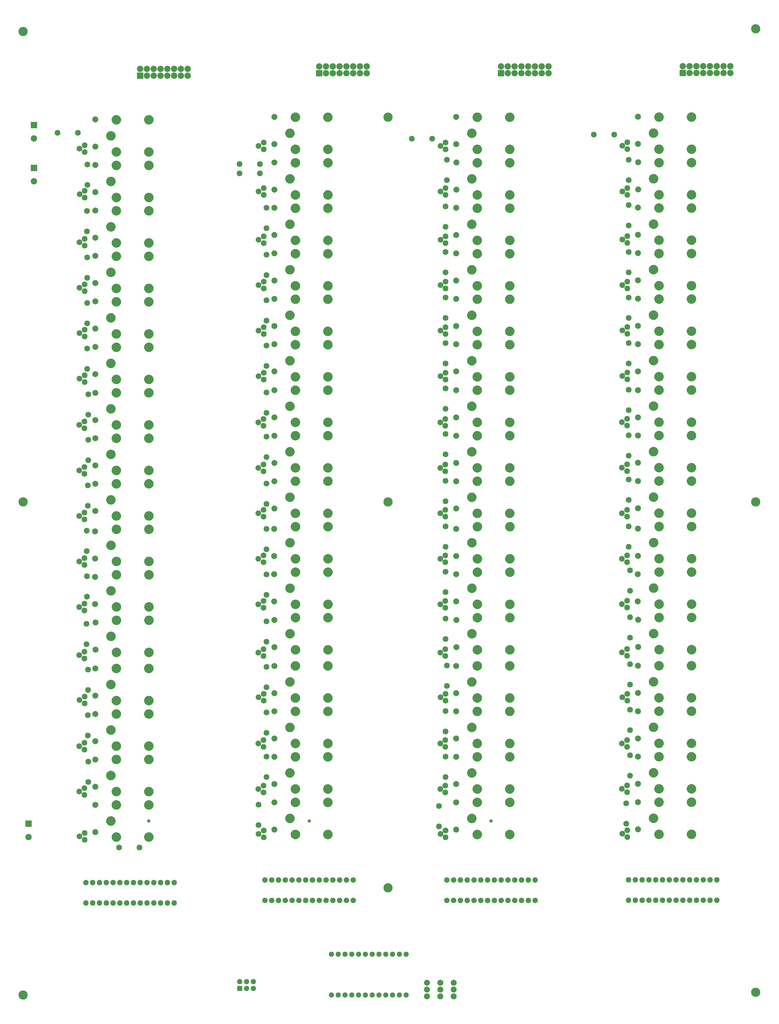
<source format=gts>
G04 MADE WITH FRITZING*
G04 WWW.FRITZING.ORG*
G04 DOUBLE SIDED*
G04 HOLES PLATED*
G04 CONTOUR ON CENTER OF CONTOUR VECTOR*
%ASAXBY*%
%FSLAX23Y23*%
%MOIN*%
%OFA0B0*%
%SFA1.0B1.0*%
%ADD10C,0.085000*%
%ADD11C,0.088000*%
%ADD12C,0.049370*%
%ADD13C,0.076000*%
%ADD14C,0.093307*%
%ADD15C,0.135984*%
%ADD16C,0.084000*%
%ADD17C,0.077323*%
%ADD18R,0.093307X0.093307*%
%ADD19R,0.077323X0.077323*%
%ADD20R,0.001000X0.001000*%
%LNMASK1*%
G90*
G70*
G54D10*
X1638Y2405D03*
X1938Y2405D03*
X9105Y3053D03*
X9105Y2753D03*
X9164Y3762D03*
X9164Y3462D03*
X9164Y4431D03*
X9164Y4131D03*
X9164Y5101D03*
X9164Y4801D03*
X9164Y5790D03*
X9164Y5490D03*
X9164Y6479D03*
X9164Y6179D03*
X9144Y7128D03*
X9144Y6828D03*
X9144Y7817D03*
X9144Y7517D03*
X9144Y8467D03*
X9144Y8167D03*
X9144Y9136D03*
X9144Y8836D03*
X9144Y9825D03*
X9144Y9525D03*
X9144Y10494D03*
X9144Y10194D03*
X9144Y11164D03*
X9144Y10864D03*
X9144Y11853D03*
X9144Y11553D03*
X9144Y12522D03*
X9144Y12222D03*
X8628Y12891D03*
X8928Y12891D03*
X5950Y12832D03*
X6250Y12832D03*
X6467Y12522D03*
X6467Y12222D03*
X6447Y11833D03*
X6447Y11533D03*
X6447Y11164D03*
X6447Y10864D03*
X6447Y10494D03*
X6447Y10194D03*
X6447Y9825D03*
X6447Y9525D03*
X6447Y9156D03*
X6447Y8856D03*
X6447Y8486D03*
X6447Y8186D03*
X6447Y7797D03*
X6447Y7497D03*
X6447Y7128D03*
X6447Y6828D03*
X6447Y6459D03*
X6447Y6159D03*
X6447Y5770D03*
X6447Y5470D03*
X6467Y5081D03*
X6467Y4781D03*
X6447Y4412D03*
X6447Y4112D03*
X6447Y3742D03*
X6447Y3442D03*
X6349Y3014D03*
X6349Y2714D03*
X3691Y3034D03*
X3691Y2734D03*
X3809Y3742D03*
X3809Y3442D03*
X3809Y4392D03*
X3809Y4092D03*
X3809Y5061D03*
X3809Y4761D03*
X3809Y5731D03*
X3809Y5431D03*
X3809Y6420D03*
X3809Y6120D03*
X3809Y7089D03*
X3809Y6789D03*
X3809Y7758D03*
X3809Y7458D03*
X3809Y8447D03*
X3809Y8147D03*
X3809Y9097D03*
X3809Y8797D03*
X3809Y9786D03*
X3809Y9486D03*
X3809Y10455D03*
X3809Y10155D03*
X3411Y12320D03*
X3711Y12320D03*
X3809Y11124D03*
X3809Y10824D03*
X3809Y11813D03*
X3809Y11513D03*
X3411Y12458D03*
X3711Y12458D03*
X732Y12916D03*
X1032Y12916D03*
X1174Y12149D03*
X1174Y12449D03*
X1166Y11468D03*
X1166Y11768D03*
X1170Y10783D03*
X1170Y11083D03*
X1170Y10113D03*
X1170Y10413D03*
X1170Y9444D03*
X1170Y9744D03*
X1186Y8771D03*
X1186Y9071D03*
X1186Y8101D03*
X1186Y8401D03*
X1178Y7432D03*
X1178Y7732D03*
X1162Y6763D03*
X1162Y7063D03*
X1166Y6094D03*
X1166Y6394D03*
X1158Y5393D03*
X1158Y5693D03*
X1182Y4720D03*
X1182Y5020D03*
X1186Y3368D03*
X1186Y3668D03*
X1178Y4049D03*
X1178Y4349D03*
G54D11*
X6565Y413D03*
X6565Y313D03*
X6565Y213D03*
X6369Y413D03*
X6369Y313D03*
X6369Y213D03*
X6172Y413D03*
X6172Y313D03*
X6172Y213D03*
G54D12*
X2077Y2793D03*
X4439Y2793D03*
X7117Y2793D03*
G54D13*
X5866Y834D03*
X5766Y834D03*
X5666Y834D03*
X5566Y834D03*
X5466Y834D03*
X5366Y834D03*
X5266Y834D03*
X5166Y834D03*
X5066Y834D03*
X4966Y834D03*
X4866Y834D03*
X4766Y834D03*
X4766Y234D03*
X4866Y234D03*
X4966Y234D03*
X5066Y234D03*
X5166Y234D03*
X5266Y234D03*
X5366Y234D03*
X5466Y234D03*
X5566Y234D03*
X5666Y234D03*
X5766Y234D03*
X5866Y234D03*
G54D14*
X306Y2753D03*
X306Y2557D03*
G54D15*
X11014Y14446D03*
X227Y14407D03*
X11014Y7488D03*
X227Y7488D03*
X11014Y273D03*
X5598Y13147D03*
X5598Y7488D03*
X5598Y1809D03*
X227Y234D03*
G54D16*
X9123Y12676D03*
X9048Y12726D03*
X9123Y12776D03*
X6447Y12673D03*
X6372Y12723D03*
X6447Y12773D03*
X3769Y12673D03*
X3694Y12723D03*
X3769Y12773D03*
X9123Y12005D03*
X9048Y12055D03*
X9123Y12105D03*
X6447Y12003D03*
X6372Y12053D03*
X6447Y12103D03*
X3769Y12003D03*
X3694Y12053D03*
X3769Y12103D03*
X1132Y12635D03*
X1057Y12685D03*
X1132Y12735D03*
X1133Y11965D03*
X1058Y12015D03*
X1133Y12065D03*
X9123Y11298D03*
X9048Y11348D03*
X9123Y11398D03*
X6447Y11295D03*
X6372Y11345D03*
X6447Y11395D03*
X3769Y11295D03*
X3694Y11345D03*
X3769Y11395D03*
X1132Y11257D03*
X1057Y11307D03*
X1132Y11357D03*
X9123Y10628D03*
X9048Y10678D03*
X9123Y10728D03*
X6447Y10626D03*
X6372Y10676D03*
X6447Y10726D03*
X3769Y10626D03*
X3694Y10676D03*
X3769Y10726D03*
X1132Y10588D03*
X1057Y10638D03*
X1132Y10688D03*
X9123Y9290D03*
X9048Y9340D03*
X9123Y9390D03*
X6447Y9287D03*
X6372Y9337D03*
X6447Y9387D03*
X3769Y9288D03*
X3694Y9338D03*
X3769Y9388D03*
X1132Y9249D03*
X1057Y9299D03*
X1132Y9349D03*
X9123Y9959D03*
X9048Y10009D03*
X9123Y10059D03*
X6447Y9957D03*
X6372Y10007D03*
X6447Y10057D03*
X3769Y9957D03*
X3694Y10007D03*
X3769Y10057D03*
X1132Y9919D03*
X1057Y9969D03*
X1132Y10019D03*
X9119Y7271D03*
X9044Y7321D03*
X9119Y7371D03*
X6443Y7269D03*
X6368Y7319D03*
X6443Y7369D03*
X3765Y7269D03*
X3690Y7319D03*
X3765Y7369D03*
X1129Y7231D03*
X1054Y7281D03*
X1129Y7331D03*
X9119Y8610D03*
X9044Y8660D03*
X9119Y8710D03*
X6443Y8607D03*
X6368Y8657D03*
X6443Y8707D03*
X3765Y8608D03*
X3690Y8658D03*
X3765Y8708D03*
X1129Y8570D03*
X1054Y8620D03*
X1129Y8670D03*
X9119Y7941D03*
X9044Y7991D03*
X9119Y8041D03*
X6443Y7938D03*
X6368Y7988D03*
X6443Y8038D03*
X3765Y7938D03*
X3690Y7988D03*
X3765Y8038D03*
X1129Y7900D03*
X1054Y7950D03*
X1129Y8000D03*
X9119Y6602D03*
X9044Y6652D03*
X9119Y6702D03*
X6443Y6600D03*
X6368Y6650D03*
X6443Y6700D03*
X3765Y6600D03*
X3690Y6650D03*
X3765Y6700D03*
X1129Y6562D03*
X1054Y6612D03*
X1129Y6662D03*
X9119Y5933D03*
X9044Y5983D03*
X9119Y6033D03*
X6443Y5930D03*
X6368Y5980D03*
X6443Y6030D03*
X3765Y5930D03*
X3690Y5980D03*
X3765Y6030D03*
X1129Y5892D03*
X1054Y5942D03*
X1129Y5992D03*
X9119Y5224D03*
X9044Y5274D03*
X9119Y5324D03*
X6443Y5222D03*
X6368Y5272D03*
X6443Y5322D03*
X3765Y5222D03*
X3690Y5272D03*
X3765Y5322D03*
X1129Y5184D03*
X1054Y5234D03*
X1129Y5284D03*
X9123Y4565D03*
X9048Y4615D03*
X9123Y4665D03*
X6447Y4563D03*
X6372Y4613D03*
X6447Y4663D03*
X3769Y4563D03*
X3694Y4613D03*
X3769Y4663D03*
X1132Y4525D03*
X1057Y4575D03*
X1132Y4625D03*
X9119Y3885D03*
X9044Y3935D03*
X9119Y3985D03*
X6443Y3883D03*
X6368Y3933D03*
X6443Y3983D03*
X3765Y3883D03*
X3690Y3933D03*
X3765Y3983D03*
X1129Y3845D03*
X1054Y3895D03*
X1129Y3945D03*
X9119Y3216D03*
X9044Y3266D03*
X9119Y3316D03*
X6443Y3214D03*
X6368Y3264D03*
X6443Y3314D03*
X3765Y3214D03*
X3690Y3264D03*
X3765Y3314D03*
X1129Y3176D03*
X1054Y3226D03*
X1129Y3276D03*
X9123Y2558D03*
X9048Y2608D03*
X9123Y2658D03*
X6447Y2555D03*
X6372Y2605D03*
X6447Y2655D03*
X3769Y2555D03*
X3694Y2605D03*
X3769Y2655D03*
X1132Y2517D03*
X1057Y2567D03*
X1132Y2617D03*
G54D11*
X9280Y10746D03*
X9280Y11146D03*
X9280Y10746D03*
X9280Y11146D03*
X6604Y10744D03*
X6604Y11144D03*
X6604Y10744D03*
X6604Y11144D03*
X3926Y10744D03*
X3926Y11144D03*
X3926Y10744D03*
X3926Y11144D03*
X1290Y10706D03*
X1290Y11106D03*
X1290Y10706D03*
X1290Y11106D03*
X9280Y10077D03*
X9280Y10477D03*
X9280Y10077D03*
X9280Y10477D03*
X6604Y10075D03*
X6604Y10475D03*
X6604Y10075D03*
X6604Y10475D03*
X3926Y10075D03*
X3926Y10475D03*
X3926Y10075D03*
X3926Y10475D03*
X1290Y10037D03*
X1290Y10437D03*
X1290Y10037D03*
X1290Y10437D03*
X9280Y12754D03*
X9280Y13154D03*
X9280Y12754D03*
X9280Y13154D03*
X6604Y12752D03*
X6604Y13152D03*
X6604Y12752D03*
X6604Y13152D03*
X3926Y12752D03*
X3926Y13152D03*
X3926Y12752D03*
X3926Y13152D03*
X9281Y12084D03*
X9281Y12484D03*
X9281Y12084D03*
X9281Y12484D03*
X6605Y12081D03*
X6605Y12481D03*
X6605Y12081D03*
X6605Y12481D03*
X3927Y12081D03*
X3927Y12481D03*
X3927Y12081D03*
X3927Y12481D03*
X1290Y12714D03*
X1290Y13114D03*
X1290Y12714D03*
X1290Y13114D03*
X1290Y12043D03*
X1290Y12443D03*
X1290Y12043D03*
X1290Y12443D03*
X9280Y11416D03*
X9280Y11816D03*
X9280Y11416D03*
X9280Y11816D03*
X6604Y11413D03*
X6604Y11813D03*
X6604Y11413D03*
X6604Y11813D03*
X3926Y11414D03*
X3926Y11814D03*
X3926Y11414D03*
X3926Y11814D03*
X1290Y11375D03*
X1290Y11775D03*
X1290Y11375D03*
X1290Y11775D03*
X9280Y8732D03*
X9280Y9132D03*
X9280Y8732D03*
X9280Y9132D03*
X6604Y8730D03*
X6604Y9130D03*
X6604Y8730D03*
X6604Y9130D03*
X3926Y8730D03*
X3926Y9130D03*
X3926Y8730D03*
X3926Y9130D03*
X1290Y8692D03*
X1290Y9092D03*
X1290Y8692D03*
X1290Y9092D03*
X9280Y7394D03*
X9280Y7794D03*
X9280Y7394D03*
X9280Y7794D03*
X6604Y7391D03*
X6604Y7791D03*
X6604Y7391D03*
X6604Y7791D03*
X3926Y7391D03*
X3926Y7791D03*
X3926Y7391D03*
X3926Y7791D03*
X1290Y7353D03*
X1290Y7753D03*
X1290Y7353D03*
X1290Y7753D03*
X9280Y9408D03*
X9280Y9808D03*
X9280Y9408D03*
X9280Y9808D03*
X6604Y9406D03*
X6604Y9806D03*
X6604Y9406D03*
X6604Y9806D03*
X3926Y9406D03*
X3926Y9806D03*
X3926Y9406D03*
X3926Y9806D03*
X1290Y9368D03*
X1290Y9768D03*
X1290Y9368D03*
X1290Y9768D03*
X9280Y8063D03*
X9280Y8463D03*
X9280Y8063D03*
X9280Y8463D03*
X6604Y8061D03*
X6604Y8461D03*
X6604Y8061D03*
X6604Y8461D03*
X3926Y8061D03*
X3926Y8461D03*
X3926Y8061D03*
X3926Y8461D03*
X1290Y8023D03*
X1290Y8423D03*
X1290Y8023D03*
X1290Y8423D03*
X9278Y6695D03*
X9278Y7095D03*
X9278Y6695D03*
X9278Y7095D03*
X6602Y6692D03*
X6602Y7092D03*
X6602Y6692D03*
X6602Y7092D03*
X3924Y6692D03*
X3924Y7092D03*
X3924Y6692D03*
X3924Y7092D03*
X1287Y6654D03*
X1287Y7054D03*
X1287Y6654D03*
X1287Y7054D03*
X9277Y6025D03*
X9277Y6425D03*
X9277Y6025D03*
X9277Y6425D03*
X6601Y6023D03*
X6601Y6423D03*
X6601Y6023D03*
X6601Y6423D03*
X3923Y6023D03*
X3923Y6423D03*
X3923Y6023D03*
X3923Y6423D03*
X1286Y5985D03*
X1286Y6385D03*
X1286Y5985D03*
X1286Y6385D03*
X9281Y5353D03*
X9281Y5753D03*
X9281Y5353D03*
X9281Y5753D03*
X6605Y5351D03*
X6605Y5751D03*
X6605Y5351D03*
X6605Y5751D03*
X3927Y5351D03*
X3927Y5751D03*
X3927Y5351D03*
X3927Y5751D03*
X1291Y5313D03*
X1291Y5713D03*
X1291Y5313D03*
X1291Y5713D03*
X9280Y4677D03*
X9280Y5077D03*
X9280Y4677D03*
X9280Y5077D03*
X6604Y4675D03*
X6604Y5075D03*
X6604Y4675D03*
X6604Y5075D03*
X3926Y4675D03*
X3926Y5075D03*
X3926Y4675D03*
X3926Y5075D03*
X1290Y4637D03*
X1290Y5037D03*
X1290Y4637D03*
X1290Y5037D03*
X9280Y4008D03*
X9280Y4408D03*
X9280Y4008D03*
X9280Y4408D03*
X6604Y4006D03*
X6604Y4406D03*
X6604Y4006D03*
X6604Y4406D03*
X3926Y4006D03*
X3926Y4406D03*
X3926Y4006D03*
X3926Y4406D03*
X1290Y3968D03*
X1290Y4368D03*
X1290Y3968D03*
X1290Y4368D03*
X9280Y3339D03*
X9280Y3739D03*
X9280Y3339D03*
X9280Y3739D03*
X6604Y3336D03*
X6604Y3736D03*
X6604Y3336D03*
X6604Y3736D03*
X3926Y3336D03*
X3926Y3736D03*
X3926Y3336D03*
X3926Y3736D03*
X1290Y3298D03*
X1290Y3698D03*
X1290Y3298D03*
X1290Y3698D03*
X9280Y2669D03*
X9280Y3069D03*
X9280Y2669D03*
X9280Y3069D03*
X6604Y2667D03*
X6604Y3067D03*
X6604Y2667D03*
X6604Y3067D03*
X3926Y2667D03*
X3926Y3067D03*
X3926Y2667D03*
X3926Y3067D03*
X1290Y2629D03*
X1290Y3029D03*
X1290Y2629D03*
X1290Y3029D03*
G54D17*
X3416Y431D03*
X3516Y431D03*
X3616Y431D03*
X3416Y331D03*
X3516Y331D03*
X3616Y331D03*
G54D14*
X9940Y13896D03*
X10040Y13896D03*
X10140Y13896D03*
X10240Y13896D03*
X10340Y13896D03*
X10440Y13896D03*
X10540Y13896D03*
X10640Y13896D03*
X9940Y13796D03*
X10040Y13796D03*
X10140Y13796D03*
X10240Y13796D03*
X10340Y13796D03*
X10440Y13796D03*
X10540Y13796D03*
X10640Y13796D03*
X7264Y13894D03*
X7364Y13894D03*
X7464Y13894D03*
X7564Y13894D03*
X7664Y13894D03*
X7764Y13894D03*
X7864Y13894D03*
X7964Y13894D03*
X7264Y13794D03*
X7364Y13794D03*
X7464Y13794D03*
X7564Y13794D03*
X7664Y13794D03*
X7764Y13794D03*
X7864Y13794D03*
X7964Y13794D03*
X4586Y13894D03*
X4686Y13894D03*
X4786Y13894D03*
X4886Y13894D03*
X4986Y13894D03*
X5086Y13894D03*
X5186Y13894D03*
X5286Y13894D03*
X4586Y13794D03*
X4686Y13794D03*
X4786Y13794D03*
X4886Y13794D03*
X4986Y13794D03*
X5086Y13794D03*
X5186Y13794D03*
X5286Y13794D03*
X1950Y13856D03*
X2050Y13856D03*
X2150Y13856D03*
X2250Y13856D03*
X2350Y13856D03*
X2450Y13856D03*
X2550Y13856D03*
X2650Y13856D03*
X1950Y13756D03*
X2050Y13756D03*
X2150Y13756D03*
X2250Y13756D03*
X2350Y13756D03*
X2450Y13756D03*
X2550Y13756D03*
X2650Y13756D03*
X385Y13030D03*
X385Y12833D03*
X385Y12400D03*
X385Y12204D03*
G54D18*
X306Y2753D03*
G54D19*
X3416Y331D03*
G54D18*
X9940Y13796D03*
X7264Y13794D03*
X4586Y13794D03*
X1950Y13756D03*
X385Y13030D03*
X385Y12400D03*
G54D20*
X9583Y13218D02*
X9595Y13218D01*
X10061Y13218D02*
X10074Y13218D01*
X9577Y13217D02*
X9602Y13217D01*
X10055Y13217D02*
X10080Y13217D01*
X4233Y13216D02*
X4238Y13216D01*
X4712Y13216D02*
X4716Y13216D01*
X6913Y13216D02*
X6913Y13216D01*
X9572Y13216D02*
X9606Y13216D01*
X10051Y13216D02*
X10084Y13216D01*
X4224Y13215D02*
X4247Y13215D01*
X4703Y13215D02*
X4725Y13215D01*
X6903Y13215D02*
X6924Y13215D01*
X7381Y13215D02*
X7402Y13215D01*
X9568Y13215D02*
X9610Y13215D01*
X10047Y13215D02*
X10088Y13215D01*
X4220Y13214D02*
X4252Y13214D01*
X4698Y13214D02*
X4730Y13214D01*
X6898Y13214D02*
X6929Y13214D01*
X7376Y13214D02*
X7407Y13214D01*
X9566Y13214D02*
X9613Y13214D01*
X10044Y13214D02*
X10091Y13214D01*
X4216Y13213D02*
X4256Y13213D01*
X4694Y13213D02*
X4734Y13213D01*
X6894Y13213D02*
X6933Y13213D01*
X7372Y13213D02*
X7411Y13213D01*
X9563Y13213D02*
X9616Y13213D01*
X10041Y13213D02*
X10094Y13213D01*
X4213Y13212D02*
X4259Y13212D01*
X4691Y13212D02*
X4737Y13212D01*
X6891Y13212D02*
X6936Y13212D01*
X7369Y13212D02*
X7414Y13212D01*
X9561Y13212D02*
X9618Y13212D01*
X10039Y13212D02*
X10096Y13212D01*
X4210Y13211D02*
X4261Y13211D01*
X4688Y13211D02*
X4740Y13211D01*
X6888Y13211D02*
X6939Y13211D01*
X7366Y13211D02*
X7417Y13211D01*
X9559Y13211D02*
X9620Y13211D01*
X10037Y13211D02*
X10098Y13211D01*
X4207Y13210D02*
X4264Y13210D01*
X4686Y13210D02*
X4742Y13210D01*
X6885Y13210D02*
X6941Y13210D01*
X7364Y13210D02*
X7419Y13210D01*
X9557Y13210D02*
X9622Y13210D01*
X10035Y13210D02*
X10100Y13210D01*
X4205Y13209D02*
X4266Y13209D01*
X4684Y13209D02*
X4744Y13209D01*
X6883Y13209D02*
X6943Y13209D01*
X7362Y13209D02*
X7421Y13209D01*
X9555Y13209D02*
X9623Y13209D01*
X10033Y13209D02*
X10102Y13209D01*
X4203Y13208D02*
X4268Y13208D01*
X4682Y13208D02*
X4746Y13208D01*
X6881Y13208D02*
X6945Y13208D01*
X7360Y13208D02*
X7423Y13208D01*
X9553Y13208D02*
X9625Y13208D01*
X10032Y13208D02*
X10103Y13208D01*
X4202Y13207D02*
X4269Y13207D01*
X4680Y13207D02*
X4748Y13207D01*
X6880Y13207D02*
X6947Y13207D01*
X7358Y13207D02*
X7425Y13207D01*
X9552Y13207D02*
X9627Y13207D01*
X10030Y13207D02*
X10105Y13207D01*
X4200Y13206D02*
X4271Y13206D01*
X4678Y13206D02*
X4749Y13206D01*
X6878Y13206D02*
X6949Y13206D01*
X7356Y13206D02*
X7427Y13206D01*
X9550Y13206D02*
X9628Y13206D01*
X10028Y13206D02*
X10107Y13206D01*
X4198Y13205D02*
X4273Y13205D01*
X4677Y13205D02*
X4751Y13205D01*
X6876Y13205D02*
X6950Y13205D01*
X7355Y13205D02*
X7428Y13205D01*
X9549Y13205D02*
X9630Y13205D01*
X10027Y13205D02*
X10108Y13205D01*
X4197Y13204D02*
X4274Y13204D01*
X4675Y13204D02*
X4753Y13204D01*
X6875Y13204D02*
X6952Y13204D01*
X7353Y13204D02*
X7430Y13204D01*
X9547Y13204D02*
X9631Y13204D01*
X10026Y13204D02*
X10109Y13204D01*
X4196Y13203D02*
X4276Y13203D01*
X4674Y13203D02*
X4754Y13203D01*
X6873Y13203D02*
X6953Y13203D01*
X7352Y13203D02*
X7431Y13203D01*
X9546Y13203D02*
X9632Y13203D01*
X10024Y13203D02*
X10111Y13203D01*
X4194Y13202D02*
X4277Y13202D01*
X4672Y13202D02*
X4755Y13202D01*
X6872Y13202D02*
X6955Y13202D01*
X7350Y13202D02*
X7433Y13202D01*
X9545Y13202D02*
X9634Y13202D01*
X10023Y13202D02*
X10112Y13202D01*
X4193Y13201D02*
X4278Y13201D01*
X4671Y13201D02*
X4757Y13201D01*
X6871Y13201D02*
X6956Y13201D01*
X7349Y13201D02*
X7434Y13201D01*
X9544Y13201D02*
X9635Y13201D01*
X10022Y13201D02*
X10113Y13201D01*
X4191Y13200D02*
X4280Y13200D01*
X4670Y13200D02*
X4758Y13200D01*
X6869Y13200D02*
X6957Y13200D01*
X7348Y13200D02*
X7436Y13200D01*
X9543Y13200D02*
X9636Y13200D01*
X10021Y13200D02*
X10114Y13200D01*
X4190Y13199D02*
X4281Y13199D01*
X4669Y13199D02*
X4759Y13199D01*
X6868Y13199D02*
X6958Y13199D01*
X7347Y13199D02*
X7437Y13199D01*
X9541Y13199D02*
X9637Y13199D01*
X10020Y13199D02*
X10115Y13199D01*
X4189Y13198D02*
X4282Y13198D01*
X4668Y13198D02*
X4760Y13198D01*
X6867Y13198D02*
X6960Y13198D01*
X7345Y13198D02*
X7438Y13198D01*
X9540Y13198D02*
X9638Y13198D01*
X10019Y13198D02*
X10116Y13198D01*
X4188Y13197D02*
X4283Y13197D01*
X4666Y13197D02*
X4761Y13197D01*
X6866Y13197D02*
X6961Y13197D01*
X7344Y13197D02*
X7439Y13197D01*
X9539Y13197D02*
X9639Y13197D01*
X10018Y13197D02*
X10117Y13197D01*
X4187Y13196D02*
X4284Y13196D01*
X4665Y13196D02*
X4762Y13196D01*
X6865Y13196D02*
X6962Y13196D01*
X7343Y13196D02*
X7440Y13196D01*
X9539Y13196D02*
X9640Y13196D01*
X10017Y13196D02*
X10118Y13196D01*
X4186Y13195D02*
X4285Y13195D01*
X4664Y13195D02*
X4763Y13195D01*
X6864Y13195D02*
X6963Y13195D01*
X7342Y13195D02*
X7441Y13195D01*
X9538Y13195D02*
X9641Y13195D01*
X10016Y13195D02*
X10119Y13195D01*
X4185Y13194D02*
X4286Y13194D01*
X4663Y13194D02*
X4764Y13194D01*
X6863Y13194D02*
X6964Y13194D01*
X7341Y13194D02*
X7442Y13194D01*
X9537Y13194D02*
X9642Y13194D01*
X10015Y13194D02*
X10120Y13194D01*
X4184Y13193D02*
X4287Y13193D01*
X4663Y13193D02*
X4765Y13193D01*
X6862Y13193D02*
X6965Y13193D01*
X7340Y13193D02*
X7443Y13193D01*
X9536Y13193D02*
X9643Y13193D01*
X10014Y13193D02*
X10121Y13193D01*
X4183Y13192D02*
X4288Y13192D01*
X4662Y13192D02*
X4766Y13192D01*
X6861Y13192D02*
X6965Y13192D01*
X7339Y13192D02*
X7444Y13192D01*
X9535Y13192D02*
X9643Y13192D01*
X10013Y13192D02*
X10122Y13192D01*
X4182Y13191D02*
X4289Y13191D01*
X4661Y13191D02*
X4767Y13191D01*
X6860Y13191D02*
X6966Y13191D01*
X7339Y13191D02*
X7445Y13191D01*
X9534Y13191D02*
X9644Y13191D01*
X10013Y13191D02*
X10122Y13191D01*
X4182Y13190D02*
X4289Y13190D01*
X4660Y13190D02*
X4768Y13190D01*
X6859Y13190D02*
X6967Y13190D01*
X7338Y13190D02*
X7445Y13190D01*
X9534Y13190D02*
X9645Y13190D01*
X10012Y13190D02*
X10123Y13190D01*
X4181Y13189D02*
X4290Y13189D01*
X4659Y13189D02*
X4769Y13189D01*
X6859Y13189D02*
X6968Y13189D01*
X7337Y13189D02*
X7446Y13189D01*
X9533Y13189D02*
X9645Y13189D01*
X10011Y13189D02*
X10124Y13189D01*
X4180Y13188D02*
X4291Y13188D01*
X4659Y13188D02*
X4769Y13188D01*
X6858Y13188D02*
X6969Y13188D01*
X7336Y13188D02*
X7447Y13188D01*
X9532Y13188D02*
X9646Y13188D01*
X10010Y13188D02*
X10125Y13188D01*
X4179Y13187D02*
X4292Y13187D01*
X4658Y13187D02*
X4770Y13187D01*
X6857Y13187D02*
X6969Y13187D01*
X7336Y13187D02*
X7448Y13187D01*
X9531Y13187D02*
X9647Y13187D01*
X10010Y13187D02*
X10125Y13187D01*
X4179Y13186D02*
X4292Y13186D01*
X4657Y13186D02*
X4771Y13186D01*
X6857Y13186D02*
X6970Y13186D01*
X7335Y13186D02*
X7448Y13186D01*
X9531Y13186D02*
X9648Y13186D01*
X10009Y13186D02*
X10126Y13186D01*
X4178Y13185D02*
X4293Y13185D01*
X4656Y13185D02*
X4771Y13185D01*
X6856Y13185D02*
X6971Y13185D01*
X7334Y13185D02*
X7449Y13185D01*
X9530Y13185D02*
X9648Y13185D01*
X10009Y13185D02*
X10126Y13185D01*
X4177Y13184D02*
X4294Y13184D01*
X4656Y13184D02*
X4772Y13184D01*
X6855Y13184D02*
X6971Y13184D01*
X7334Y13184D02*
X7450Y13184D01*
X9530Y13184D02*
X9649Y13184D01*
X10008Y13184D02*
X10127Y13184D01*
X4177Y13183D02*
X4294Y13183D01*
X4655Y13183D02*
X4773Y13183D01*
X6855Y13183D02*
X6972Y13183D01*
X7333Y13183D02*
X7450Y13183D01*
X9529Y13183D02*
X9649Y13183D01*
X10007Y13183D02*
X10128Y13183D01*
X4176Y13182D02*
X4295Y13182D01*
X4654Y13182D02*
X4773Y13182D01*
X6854Y13182D02*
X6973Y13182D01*
X7332Y13182D02*
X7451Y13182D01*
X9528Y13182D02*
X9650Y13182D01*
X10007Y13182D02*
X10128Y13182D01*
X4176Y13181D02*
X4296Y13181D01*
X4654Y13181D02*
X4774Y13181D01*
X6853Y13181D02*
X6973Y13181D01*
X7332Y13181D02*
X7452Y13181D01*
X9528Y13181D02*
X9651Y13181D01*
X10006Y13181D02*
X10129Y13181D01*
X4175Y13180D02*
X4296Y13180D01*
X4653Y13180D02*
X4775Y13180D01*
X6853Y13180D02*
X6974Y13180D01*
X7331Y13180D02*
X7452Y13180D01*
X9527Y13180D02*
X9651Y13180D01*
X10006Y13180D02*
X10129Y13180D01*
X4174Y13179D02*
X4297Y13179D01*
X4653Y13179D02*
X4775Y13179D01*
X6852Y13179D02*
X6974Y13179D01*
X7330Y13179D02*
X7453Y13179D01*
X9527Y13179D02*
X9651Y13179D01*
X10005Y13179D02*
X10130Y13179D01*
X1599Y13178D02*
X1600Y13178D01*
X2077Y13178D02*
X2078Y13178D01*
X4174Y13178D02*
X4297Y13178D01*
X4652Y13178D02*
X4776Y13178D01*
X6852Y13178D02*
X6975Y13178D01*
X7330Y13178D02*
X7453Y13178D01*
X9526Y13178D02*
X9652Y13178D01*
X10005Y13178D02*
X10130Y13178D01*
X1589Y13177D02*
X1610Y13177D01*
X2067Y13177D02*
X2088Y13177D01*
X4173Y13177D02*
X4298Y13177D01*
X4652Y13177D02*
X4776Y13177D01*
X6851Y13177D02*
X6975Y13177D01*
X7329Y13177D02*
X7454Y13177D01*
X9526Y13177D02*
X9652Y13177D01*
X10004Y13177D02*
X10131Y13177D01*
X1584Y13176D02*
X1615Y13176D01*
X2062Y13176D02*
X2093Y13176D01*
X4173Y13176D02*
X4298Y13176D01*
X4651Y13176D02*
X4777Y13176D01*
X6851Y13176D02*
X6976Y13176D01*
X7329Y13176D02*
X7454Y13176D01*
X9525Y13176D02*
X9653Y13176D01*
X10004Y13176D02*
X10131Y13176D01*
X1580Y13175D02*
X1619Y13175D01*
X2058Y13175D02*
X2097Y13175D01*
X4172Y13175D02*
X4299Y13175D01*
X4651Y13175D02*
X4777Y13175D01*
X6850Y13175D02*
X6976Y13175D01*
X7328Y13175D02*
X7455Y13175D01*
X9525Y13175D02*
X9653Y13175D01*
X10003Y13175D02*
X10132Y13175D01*
X1576Y13174D02*
X1622Y13174D01*
X2055Y13174D02*
X2100Y13174D01*
X4172Y13174D02*
X4299Y13174D01*
X4650Y13174D02*
X4778Y13174D01*
X6850Y13174D02*
X6977Y13174D01*
X7328Y13174D02*
X7455Y13174D01*
X9525Y13174D02*
X9654Y13174D01*
X10003Y13174D02*
X10132Y13174D01*
X1574Y13173D02*
X1625Y13173D01*
X2052Y13173D02*
X2103Y13173D01*
X4171Y13173D02*
X4300Y13173D01*
X4650Y13173D02*
X4778Y13173D01*
X6849Y13173D02*
X6977Y13173D01*
X7328Y13173D02*
X7456Y13173D01*
X9524Y13173D02*
X9654Y13173D01*
X10003Y13173D02*
X10132Y13173D01*
X1571Y13172D02*
X1627Y13172D01*
X2050Y13172D02*
X2105Y13172D01*
X4171Y13172D02*
X4300Y13172D01*
X4649Y13172D02*
X4778Y13172D01*
X6849Y13172D02*
X6978Y13172D01*
X7327Y13172D02*
X7456Y13172D01*
X9524Y13172D02*
X9654Y13172D01*
X10002Y13172D02*
X10133Y13172D01*
X1569Y13171D02*
X1629Y13171D01*
X2048Y13171D02*
X2107Y13171D01*
X4171Y13171D02*
X4300Y13171D01*
X4649Y13171D02*
X4779Y13171D01*
X6849Y13171D02*
X6978Y13171D01*
X7327Y13171D02*
X7456Y13171D01*
X9524Y13171D02*
X9655Y13171D01*
X10002Y13171D02*
X10133Y13171D01*
X1567Y13170D02*
X1631Y13170D01*
X2046Y13170D02*
X2109Y13170D01*
X4170Y13170D02*
X4301Y13170D01*
X4649Y13170D02*
X4779Y13170D01*
X6848Y13170D02*
X6978Y13170D01*
X7326Y13170D02*
X7457Y13170D01*
X9523Y13170D02*
X9655Y13170D01*
X10002Y13170D02*
X10133Y13170D01*
X1565Y13169D02*
X1633Y13169D01*
X2044Y13169D02*
X2111Y13169D01*
X4170Y13169D02*
X4301Y13169D01*
X4648Y13169D02*
X4779Y13169D01*
X6848Y13169D02*
X6979Y13169D01*
X7326Y13169D02*
X7457Y13169D01*
X9523Y13169D02*
X9655Y13169D01*
X10001Y13169D02*
X10134Y13169D01*
X1564Y13168D02*
X1635Y13168D01*
X2042Y13168D02*
X2113Y13168D01*
X4170Y13168D02*
X4301Y13168D01*
X4648Y13168D02*
X4780Y13168D01*
X6847Y13168D02*
X6979Y13168D01*
X7326Y13168D02*
X7457Y13168D01*
X9523Y13168D02*
X9656Y13168D01*
X10001Y13168D02*
X10134Y13168D01*
X1562Y13167D02*
X1636Y13167D01*
X2041Y13167D02*
X2114Y13167D01*
X4169Y13167D02*
X4302Y13167D01*
X4648Y13167D02*
X4780Y13167D01*
X6847Y13167D02*
X6979Y13167D01*
X7325Y13167D02*
X7458Y13167D01*
X9522Y13167D02*
X9656Y13167D01*
X10001Y13167D02*
X10134Y13167D01*
X1561Y13166D02*
X1638Y13166D01*
X2039Y13166D02*
X2116Y13166D01*
X4169Y13166D02*
X4302Y13166D01*
X4647Y13166D02*
X4780Y13166D01*
X6847Y13166D02*
X6980Y13166D01*
X7325Y13166D02*
X7458Y13166D01*
X9522Y13166D02*
X9656Y13166D01*
X10000Y13166D02*
X10135Y13166D01*
X1559Y13165D02*
X1639Y13165D01*
X2038Y13165D02*
X2117Y13165D01*
X4169Y13165D02*
X4302Y13165D01*
X4647Y13165D02*
X4781Y13165D01*
X6847Y13165D02*
X6980Y13165D01*
X7325Y13165D02*
X7458Y13165D01*
X9522Y13165D02*
X9656Y13165D01*
X10000Y13165D02*
X10135Y13165D01*
X1558Y13164D02*
X1641Y13164D01*
X2036Y13164D02*
X2119Y13164D01*
X4169Y13164D02*
X4303Y13164D01*
X4647Y13164D02*
X4781Y13164D01*
X6846Y13164D02*
X6980Y13164D01*
X7325Y13164D02*
X7459Y13164D01*
X9522Y13164D02*
X9657Y13164D01*
X10000Y13164D02*
X10135Y13164D01*
X1557Y13163D02*
X1642Y13163D01*
X2035Y13163D02*
X2120Y13163D01*
X4168Y13163D02*
X4303Y13163D01*
X4647Y13163D02*
X4781Y13163D01*
X6846Y13163D02*
X6980Y13163D01*
X7324Y13163D02*
X7459Y13163D01*
X9521Y13163D02*
X9657Y13163D01*
X10000Y13163D02*
X10135Y13163D01*
X1555Y13162D02*
X1643Y13162D01*
X2034Y13162D02*
X2122Y13162D01*
X4168Y13162D02*
X4303Y13162D01*
X4646Y13162D02*
X4781Y13162D01*
X6846Y13162D02*
X6981Y13162D01*
X7324Y13162D02*
X7459Y13162D01*
X9521Y13162D02*
X9657Y13162D01*
X10000Y13162D02*
X10135Y13162D01*
X1554Y13161D02*
X1644Y13161D01*
X2032Y13161D02*
X2123Y13161D01*
X4168Y13161D02*
X4303Y13161D01*
X4646Y13161D02*
X4782Y13161D01*
X6846Y13161D02*
X6981Y13161D01*
X7324Y13161D02*
X7459Y13161D01*
X9521Y13161D02*
X9657Y13161D01*
X9999Y13161D02*
X10136Y13161D01*
X1553Y13160D02*
X1645Y13160D01*
X2031Y13160D02*
X2124Y13160D01*
X4168Y13160D02*
X4304Y13160D01*
X4646Y13160D02*
X4782Y13160D01*
X6845Y13160D02*
X6981Y13160D01*
X7324Y13160D02*
X7460Y13160D01*
X9521Y13160D02*
X9657Y13160D01*
X9999Y13160D02*
X10136Y13160D01*
X1552Y13159D02*
X1647Y13159D01*
X2030Y13159D02*
X2125Y13159D01*
X4167Y13159D02*
X4304Y13159D01*
X4646Y13159D02*
X4782Y13159D01*
X6845Y13159D02*
X6981Y13159D01*
X7324Y13159D02*
X7460Y13159D01*
X9521Y13159D02*
X9658Y13159D01*
X9999Y13159D02*
X10136Y13159D01*
X1551Y13158D02*
X1648Y13158D01*
X2029Y13158D02*
X2126Y13158D01*
X4167Y13158D02*
X4304Y13158D01*
X4646Y13158D02*
X4782Y13158D01*
X6845Y13158D02*
X6982Y13158D01*
X7323Y13158D02*
X7460Y13158D01*
X9521Y13158D02*
X9658Y13158D01*
X9999Y13158D02*
X10136Y13158D01*
X1550Y13157D02*
X1649Y13157D01*
X2028Y13157D02*
X2127Y13157D01*
X4167Y13157D02*
X4304Y13157D01*
X4645Y13157D02*
X4782Y13157D01*
X6845Y13157D02*
X6982Y13157D01*
X7323Y13157D02*
X7460Y13157D01*
X9520Y13157D02*
X9658Y13157D01*
X9999Y13157D02*
X10136Y13157D01*
X1549Y13156D02*
X1650Y13156D01*
X2027Y13156D02*
X2128Y13156D01*
X4167Y13156D02*
X4304Y13156D01*
X4645Y13156D02*
X4782Y13156D01*
X6845Y13156D02*
X6982Y13156D01*
X7323Y13156D02*
X7460Y13156D01*
X9520Y13156D02*
X9658Y13156D01*
X9999Y13156D02*
X10136Y13156D01*
X1548Y13155D02*
X1650Y13155D01*
X2026Y13155D02*
X2129Y13155D01*
X4167Y13155D02*
X4304Y13155D01*
X4645Y13155D02*
X4783Y13155D01*
X6845Y13155D02*
X6982Y13155D01*
X7323Y13155D02*
X7460Y13155D01*
X9520Y13155D02*
X9658Y13155D01*
X9998Y13155D02*
X10137Y13155D01*
X1547Y13154D02*
X1651Y13154D01*
X2025Y13154D02*
X2130Y13154D01*
X4167Y13154D02*
X4304Y13154D01*
X4645Y13154D02*
X4783Y13154D01*
X6844Y13154D02*
X6982Y13154D01*
X7323Y13154D02*
X7460Y13154D01*
X9520Y13154D02*
X9658Y13154D01*
X9998Y13154D02*
X10137Y13154D01*
X1546Y13153D02*
X1652Y13153D01*
X2024Y13153D02*
X2131Y13153D01*
X4167Y13153D02*
X4305Y13153D01*
X4645Y13153D02*
X4783Y13153D01*
X6844Y13153D02*
X6982Y13153D01*
X7323Y13153D02*
X7461Y13153D01*
X9520Y13153D02*
X9658Y13153D01*
X9998Y13153D02*
X10137Y13153D01*
X1545Y13152D02*
X1653Y13152D01*
X2024Y13152D02*
X2131Y13152D01*
X4166Y13152D02*
X4305Y13152D01*
X4645Y13152D02*
X4783Y13152D01*
X6844Y13152D02*
X6982Y13152D01*
X7323Y13152D02*
X7461Y13152D01*
X9520Y13152D02*
X9658Y13152D01*
X9998Y13152D02*
X10137Y13152D01*
X1545Y13151D02*
X1654Y13151D01*
X2023Y13151D02*
X2132Y13151D01*
X4166Y13151D02*
X4305Y13151D01*
X4645Y13151D02*
X4783Y13151D01*
X6844Y13151D02*
X6982Y13151D01*
X7322Y13151D02*
X7461Y13151D01*
X9520Y13151D02*
X9658Y13151D01*
X9998Y13151D02*
X10137Y13151D01*
X1544Y13150D02*
X1655Y13150D01*
X2022Y13150D02*
X2133Y13150D01*
X4166Y13150D02*
X4305Y13150D01*
X4645Y13150D02*
X4783Y13150D01*
X6844Y13150D02*
X6983Y13150D01*
X7322Y13150D02*
X7461Y13150D01*
X9520Y13150D02*
X9659Y13150D01*
X9998Y13150D02*
X10137Y13150D01*
X1543Y13149D02*
X1655Y13149D01*
X2021Y13149D02*
X2134Y13149D01*
X4166Y13149D02*
X4305Y13149D01*
X4645Y13149D02*
X4783Y13149D01*
X6844Y13149D02*
X6983Y13149D01*
X7322Y13149D02*
X7461Y13149D01*
X9520Y13149D02*
X9659Y13149D01*
X9998Y13149D02*
X10137Y13149D01*
X1542Y13148D02*
X1656Y13148D01*
X2021Y13148D02*
X2134Y13148D01*
X4166Y13148D02*
X4305Y13148D01*
X4645Y13148D02*
X4783Y13148D01*
X6844Y13148D02*
X6983Y13148D01*
X7322Y13148D02*
X7461Y13148D01*
X9520Y13148D02*
X9659Y13148D01*
X9998Y13148D02*
X10137Y13148D01*
X1542Y13147D02*
X1657Y13147D01*
X2020Y13147D02*
X2135Y13147D01*
X4166Y13147D02*
X4305Y13147D01*
X4644Y13147D02*
X4783Y13147D01*
X6844Y13147D02*
X6983Y13147D01*
X7322Y13147D02*
X7461Y13147D01*
X9520Y13147D02*
X9659Y13147D01*
X9998Y13147D02*
X10137Y13147D01*
X1541Y13146D02*
X1657Y13146D01*
X2019Y13146D02*
X2136Y13146D01*
X4166Y13146D02*
X4305Y13146D01*
X4644Y13146D02*
X4783Y13146D01*
X6844Y13146D02*
X6983Y13146D01*
X7322Y13146D02*
X7461Y13146D01*
X9520Y13146D02*
X9658Y13146D01*
X9998Y13146D02*
X10137Y13146D01*
X1540Y13145D02*
X1658Y13145D01*
X2019Y13145D02*
X2136Y13145D01*
X4166Y13145D02*
X4305Y13145D01*
X4645Y13145D02*
X4783Y13145D01*
X6844Y13145D02*
X6983Y13145D01*
X7322Y13145D02*
X7461Y13145D01*
X9520Y13145D02*
X9658Y13145D01*
X9998Y13145D02*
X10137Y13145D01*
X1540Y13144D02*
X1659Y13144D01*
X2018Y13144D02*
X2137Y13144D01*
X4166Y13144D02*
X4305Y13144D01*
X4645Y13144D02*
X4783Y13144D01*
X6844Y13144D02*
X6983Y13144D01*
X7322Y13144D02*
X7461Y13144D01*
X9520Y13144D02*
X9658Y13144D01*
X9998Y13144D02*
X10137Y13144D01*
X1539Y13143D02*
X1659Y13143D01*
X2018Y13143D02*
X2137Y13143D01*
X4166Y13143D02*
X4305Y13143D01*
X4645Y13143D02*
X4783Y13143D01*
X6844Y13143D02*
X6983Y13143D01*
X7322Y13143D02*
X7461Y13143D01*
X9520Y13143D02*
X9658Y13143D01*
X9998Y13143D02*
X10137Y13143D01*
X1539Y13142D02*
X1660Y13142D01*
X2017Y13142D02*
X2138Y13142D01*
X4166Y13142D02*
X4305Y13142D01*
X4645Y13142D02*
X4783Y13142D01*
X6844Y13142D02*
X6982Y13142D01*
X7322Y13142D02*
X7461Y13142D01*
X9520Y13142D02*
X9658Y13142D01*
X9998Y13142D02*
X10137Y13142D01*
X1538Y13141D02*
X1660Y13141D01*
X2016Y13141D02*
X2139Y13141D01*
X4166Y13141D02*
X4305Y13141D01*
X4645Y13141D02*
X4783Y13141D01*
X6844Y13141D02*
X6982Y13141D01*
X7322Y13141D02*
X7461Y13141D01*
X9520Y13141D02*
X9658Y13141D01*
X9999Y13141D02*
X10136Y13141D01*
X1538Y13140D02*
X1661Y13140D01*
X2016Y13140D02*
X2139Y13140D01*
X4166Y13140D02*
X4305Y13140D01*
X4645Y13140D02*
X4783Y13140D01*
X6844Y13140D02*
X6982Y13140D01*
X7323Y13140D02*
X7461Y13140D01*
X9520Y13140D02*
X9658Y13140D01*
X9999Y13140D02*
X10136Y13140D01*
X1537Y13139D02*
X1661Y13139D01*
X2015Y13139D02*
X2140Y13139D01*
X4167Y13139D02*
X4305Y13139D01*
X4645Y13139D02*
X4783Y13139D01*
X6844Y13139D02*
X6982Y13139D01*
X7323Y13139D02*
X7461Y13139D01*
X9521Y13139D02*
X9658Y13139D01*
X9999Y13139D02*
X10136Y13139D01*
X1537Y13138D02*
X1662Y13138D01*
X2015Y13138D02*
X2140Y13138D01*
X4167Y13138D02*
X4304Y13138D01*
X4645Y13138D02*
X4783Y13138D01*
X6844Y13138D02*
X6982Y13138D01*
X7323Y13138D02*
X7460Y13138D01*
X9521Y13138D02*
X9658Y13138D01*
X9999Y13138D02*
X10136Y13138D01*
X1536Y13137D02*
X1662Y13137D01*
X2014Y13137D02*
X2141Y13137D01*
X4167Y13137D02*
X4304Y13137D01*
X4645Y13137D02*
X4783Y13137D01*
X6845Y13137D02*
X6982Y13137D01*
X7323Y13137D02*
X7460Y13137D01*
X9521Y13137D02*
X9658Y13137D01*
X9999Y13137D02*
X10136Y13137D01*
X1536Y13136D02*
X1663Y13136D01*
X2014Y13136D02*
X2141Y13136D01*
X4167Y13136D02*
X4304Y13136D01*
X4645Y13136D02*
X4782Y13136D01*
X6845Y13136D02*
X6982Y13136D01*
X7323Y13136D02*
X7460Y13136D01*
X9521Y13136D02*
X9657Y13136D01*
X9999Y13136D02*
X10136Y13136D01*
X1535Y13135D02*
X1663Y13135D01*
X2013Y13135D02*
X2142Y13135D01*
X4167Y13135D02*
X4304Y13135D01*
X4646Y13135D02*
X4782Y13135D01*
X6845Y13135D02*
X6982Y13135D01*
X7323Y13135D02*
X7460Y13135D01*
X9521Y13135D02*
X9657Y13135D01*
X10000Y13135D02*
X10135Y13135D01*
X1535Y13134D02*
X1664Y13134D01*
X2013Y13134D02*
X2142Y13134D01*
X4167Y13134D02*
X4304Y13134D01*
X4646Y13134D02*
X4782Y13134D01*
X6845Y13134D02*
X6982Y13134D01*
X7323Y13134D02*
X7460Y13134D01*
X9521Y13134D02*
X9657Y13134D01*
X10000Y13134D02*
X10135Y13134D01*
X1534Y13133D02*
X1664Y13133D01*
X2013Y13133D02*
X2142Y13133D01*
X4168Y13133D02*
X4304Y13133D01*
X4646Y13133D02*
X4782Y13133D01*
X6845Y13133D02*
X6981Y13133D01*
X7324Y13133D02*
X7460Y13133D01*
X9522Y13133D02*
X9657Y13133D01*
X10000Y13133D02*
X10135Y13133D01*
X1534Y13132D02*
X1664Y13132D01*
X2012Y13132D02*
X2143Y13132D01*
X4168Y13132D02*
X4303Y13132D01*
X4646Y13132D02*
X4782Y13132D01*
X6845Y13132D02*
X6981Y13132D01*
X7324Y13132D02*
X7459Y13132D01*
X9522Y13132D02*
X9656Y13132D01*
X10000Y13132D02*
X10135Y13132D01*
X1534Y13131D02*
X1665Y13131D01*
X2012Y13131D02*
X2143Y13131D01*
X4168Y13131D02*
X4303Y13131D01*
X4646Y13131D02*
X4782Y13131D01*
X6846Y13131D02*
X6981Y13131D01*
X7324Y13131D02*
X7459Y13131D01*
X9522Y13131D02*
X9656Y13131D01*
X10000Y13131D02*
X10135Y13131D01*
X1533Y13130D02*
X1665Y13130D01*
X2012Y13130D02*
X2143Y13130D01*
X4168Y13130D02*
X4303Y13130D01*
X4647Y13130D02*
X4781Y13130D01*
X6846Y13130D02*
X6981Y13130D01*
X7324Y13130D02*
X7459Y13130D01*
X9522Y13130D02*
X9656Y13130D01*
X10001Y13130D02*
X10134Y13130D01*
X1533Y13129D02*
X1665Y13129D01*
X2011Y13129D02*
X2144Y13129D01*
X4168Y13129D02*
X4303Y13129D01*
X4647Y13129D02*
X4781Y13129D01*
X6846Y13129D02*
X6980Y13129D01*
X7324Y13129D02*
X7459Y13129D01*
X9523Y13129D02*
X9656Y13129D01*
X10001Y13129D02*
X10134Y13129D01*
X1533Y13128D02*
X1666Y13128D01*
X2011Y13128D02*
X2144Y13128D01*
X4169Y13128D02*
X4302Y13128D01*
X4647Y13128D02*
X4781Y13128D01*
X6846Y13128D02*
X6980Y13128D01*
X7325Y13128D02*
X7458Y13128D01*
X9523Y13128D02*
X9655Y13128D01*
X10001Y13128D02*
X10134Y13128D01*
X1533Y13127D02*
X1666Y13127D01*
X2011Y13127D02*
X2144Y13127D01*
X4169Y13127D02*
X4302Y13127D01*
X4647Y13127D02*
X4780Y13127D01*
X6847Y13127D02*
X6980Y13127D01*
X7325Y13127D02*
X7458Y13127D01*
X9523Y13127D02*
X9655Y13127D01*
X10002Y13127D02*
X10134Y13127D01*
X1532Y13126D02*
X1666Y13126D01*
X2011Y13126D02*
X2144Y13126D01*
X4169Y13126D02*
X4302Y13126D01*
X4648Y13126D02*
X4780Y13126D01*
X6847Y13126D02*
X6980Y13126D01*
X7325Y13126D02*
X7458Y13126D01*
X9524Y13126D02*
X9655Y13126D01*
X10002Y13126D02*
X10133Y13126D01*
X1532Y13125D02*
X1666Y13125D01*
X2010Y13125D02*
X2145Y13125D01*
X4169Y13125D02*
X4302Y13125D01*
X4648Y13125D02*
X4780Y13125D01*
X6847Y13125D02*
X6979Y13125D01*
X7325Y13125D02*
X7458Y13125D01*
X9524Y13125D02*
X9654Y13125D01*
X10002Y13125D02*
X10133Y13125D01*
X1532Y13124D02*
X1667Y13124D01*
X2010Y13124D02*
X2145Y13124D01*
X4170Y13124D02*
X4301Y13124D01*
X4648Y13124D02*
X4780Y13124D01*
X6848Y13124D02*
X6979Y13124D01*
X7326Y13124D02*
X7457Y13124D01*
X9524Y13124D02*
X9654Y13124D01*
X10003Y13124D02*
X10132Y13124D01*
X1532Y13123D02*
X1667Y13123D01*
X2010Y13123D02*
X2145Y13123D01*
X4170Y13123D02*
X4301Y13123D01*
X4649Y13123D02*
X4779Y13123D01*
X6848Y13123D02*
X6979Y13123D01*
X7326Y13123D02*
X7457Y13123D01*
X9525Y13123D02*
X9654Y13123D01*
X10003Y13123D02*
X10132Y13123D01*
X1531Y13122D02*
X1667Y13122D01*
X2010Y13122D02*
X2145Y13122D01*
X4171Y13122D02*
X4301Y13122D01*
X4649Y13122D02*
X4779Y13122D01*
X6848Y13122D02*
X6978Y13122D01*
X7327Y13122D02*
X7457Y13122D01*
X9525Y13122D02*
X9653Y13122D01*
X10003Y13122D02*
X10132Y13122D01*
X1531Y13121D02*
X1667Y13121D01*
X2009Y13121D02*
X2146Y13121D01*
X4171Y13121D02*
X4300Y13121D01*
X4649Y13121D02*
X4779Y13121D01*
X6849Y13121D02*
X6978Y13121D01*
X7327Y13121D02*
X7456Y13121D01*
X9525Y13121D02*
X9653Y13121D01*
X10004Y13121D02*
X10131Y13121D01*
X1531Y13120D02*
X1667Y13120D01*
X2009Y13120D02*
X2146Y13120D01*
X4171Y13120D02*
X4300Y13120D01*
X4650Y13120D02*
X4778Y13120D01*
X6849Y13120D02*
X6978Y13120D01*
X7327Y13120D02*
X7456Y13120D01*
X9526Y13120D02*
X9653Y13120D01*
X10004Y13120D02*
X10131Y13120D01*
X1531Y13119D02*
X1668Y13119D01*
X2009Y13119D02*
X2146Y13119D01*
X4172Y13119D02*
X4299Y13119D01*
X4650Y13119D02*
X4778Y13119D01*
X6849Y13119D02*
X6977Y13119D01*
X7328Y13119D02*
X7456Y13119D01*
X9526Y13119D02*
X9652Y13119D01*
X10005Y13119D02*
X10130Y13119D01*
X1531Y13118D02*
X1668Y13118D01*
X2009Y13118D02*
X2146Y13118D01*
X4172Y13118D02*
X4299Y13118D01*
X4650Y13118D02*
X4777Y13118D01*
X6850Y13118D02*
X6977Y13118D01*
X7328Y13118D02*
X7455Y13118D01*
X9527Y13118D02*
X9652Y13118D01*
X10005Y13118D02*
X10130Y13118D01*
X1530Y13117D02*
X1668Y13117D01*
X2009Y13117D02*
X2146Y13117D01*
X4173Y13117D02*
X4299Y13117D01*
X4651Y13117D02*
X4777Y13117D01*
X6850Y13117D02*
X6976Y13117D01*
X7329Y13117D02*
X7455Y13117D01*
X9527Y13117D02*
X9651Y13117D01*
X10006Y13117D02*
X10129Y13117D01*
X1530Y13116D02*
X1668Y13116D01*
X2009Y13116D02*
X2146Y13116D01*
X4173Y13116D02*
X4298Y13116D01*
X4651Y13116D02*
X4776Y13116D01*
X6851Y13116D02*
X6976Y13116D01*
X7329Y13116D02*
X7454Y13116D01*
X9528Y13116D02*
X9651Y13116D01*
X10006Y13116D02*
X10129Y13116D01*
X1530Y13115D02*
X1668Y13115D01*
X2008Y13115D02*
X2147Y13115D01*
X4174Y13115D02*
X4298Y13115D01*
X4652Y13115D02*
X4776Y13115D01*
X6851Y13115D02*
X6975Y13115D01*
X7330Y13115D02*
X7454Y13115D01*
X9528Y13115D02*
X9650Y13115D01*
X10007Y13115D02*
X10128Y13115D01*
X1530Y13114D02*
X1668Y13114D01*
X2008Y13114D02*
X2147Y13114D01*
X4174Y13114D02*
X4297Y13114D01*
X4652Y13114D02*
X4775Y13114D01*
X6852Y13114D02*
X6975Y13114D01*
X7330Y13114D02*
X7453Y13114D01*
X9529Y13114D02*
X9649Y13114D01*
X10007Y13114D02*
X10128Y13114D01*
X1530Y13113D02*
X1668Y13113D01*
X2008Y13113D02*
X2147Y13113D01*
X4175Y13113D02*
X4297Y13113D01*
X4653Y13113D02*
X4775Y13113D01*
X6852Y13113D02*
X6974Y13113D01*
X7331Y13113D02*
X7453Y13113D01*
X9530Y13113D02*
X9649Y13113D01*
X10008Y13113D02*
X10127Y13113D01*
X1530Y13112D02*
X1668Y13112D01*
X2008Y13112D02*
X2147Y13112D01*
X4175Y13112D02*
X4296Y13112D01*
X4654Y13112D02*
X4774Y13112D01*
X6853Y13112D02*
X6974Y13112D01*
X7331Y13112D02*
X7452Y13112D01*
X9530Y13112D02*
X9648Y13112D01*
X10009Y13112D02*
X10127Y13112D01*
X1530Y13111D02*
X1668Y13111D01*
X2008Y13111D02*
X2147Y13111D01*
X4176Y13111D02*
X4295Y13111D01*
X4654Y13111D02*
X4774Y13111D01*
X6853Y13111D02*
X6973Y13111D01*
X7332Y13111D02*
X7451Y13111D01*
X9531Y13111D02*
X9648Y13111D01*
X10009Y13111D02*
X10126Y13111D01*
X1530Y13110D02*
X1669Y13110D01*
X2008Y13110D02*
X2147Y13110D01*
X4176Y13110D02*
X4295Y13110D01*
X4655Y13110D02*
X4773Y13110D01*
X6854Y13110D02*
X6973Y13110D01*
X7332Y13110D02*
X7451Y13110D01*
X9531Y13110D02*
X9647Y13110D01*
X10010Y13110D02*
X10125Y13110D01*
X1530Y13109D02*
X1669Y13109D01*
X2008Y13109D02*
X2147Y13109D01*
X4177Y13109D02*
X4294Y13109D01*
X4655Y13109D02*
X4772Y13109D01*
X6855Y13109D02*
X6972Y13109D01*
X7333Y13109D02*
X7450Y13109D01*
X9532Y13109D02*
X9646Y13109D01*
X10010Y13109D02*
X10125Y13109D01*
X1530Y13108D02*
X1669Y13108D01*
X2008Y13108D02*
X2147Y13108D01*
X4178Y13108D02*
X4293Y13108D01*
X4656Y13108D02*
X4772Y13108D01*
X6855Y13108D02*
X6971Y13108D01*
X7334Y13108D02*
X7450Y13108D01*
X9533Y13108D02*
X9646Y13108D01*
X10011Y13108D02*
X10124Y13108D01*
X1530Y13107D02*
X1669Y13107D01*
X2008Y13107D02*
X2147Y13107D01*
X4178Y13107D02*
X4293Y13107D01*
X4657Y13107D02*
X4771Y13107D01*
X6856Y13107D02*
X6971Y13107D01*
X7334Y13107D02*
X7449Y13107D01*
X9534Y13107D02*
X9645Y13107D01*
X10012Y13107D02*
X10123Y13107D01*
X1530Y13106D02*
X1669Y13106D01*
X2008Y13106D02*
X2147Y13106D01*
X4179Y13106D02*
X4292Y13106D01*
X4657Y13106D02*
X4770Y13106D01*
X6857Y13106D02*
X6970Y13106D01*
X7335Y13106D02*
X7448Y13106D01*
X9534Y13106D02*
X9644Y13106D01*
X10013Y13106D02*
X10122Y13106D01*
X1530Y13105D02*
X1668Y13105D01*
X2008Y13105D02*
X2147Y13105D01*
X4180Y13105D02*
X4291Y13105D01*
X4658Y13105D02*
X4770Y13105D01*
X6857Y13105D02*
X6969Y13105D01*
X7336Y13105D02*
X7448Y13105D01*
X9535Y13105D02*
X9643Y13105D01*
X10013Y13105D02*
X10122Y13105D01*
X1530Y13104D02*
X1668Y13104D01*
X2008Y13104D02*
X2147Y13104D01*
X4181Y13104D02*
X4291Y13104D01*
X4659Y13104D02*
X4769Y13104D01*
X6858Y13104D02*
X6968Y13104D01*
X7336Y13104D02*
X7447Y13104D01*
X9536Y13104D02*
X9643Y13104D01*
X10014Y13104D02*
X10121Y13104D01*
X1530Y13103D02*
X1668Y13103D01*
X2008Y13103D02*
X2147Y13103D01*
X4181Y13103D02*
X4290Y13103D01*
X4660Y13103D02*
X4768Y13103D01*
X6859Y13103D02*
X6968Y13103D01*
X7337Y13103D02*
X7446Y13103D01*
X9537Y13103D02*
X9642Y13103D01*
X10015Y13103D02*
X10120Y13103D01*
X1530Y13102D02*
X1668Y13102D01*
X2008Y13102D02*
X2147Y13102D01*
X4182Y13102D02*
X4289Y13102D01*
X4660Y13102D02*
X4767Y13102D01*
X6860Y13102D02*
X6967Y13102D01*
X7338Y13102D02*
X7445Y13102D01*
X9538Y13102D02*
X9641Y13102D01*
X10016Y13102D02*
X10119Y13102D01*
X1530Y13101D02*
X1668Y13101D01*
X2009Y13101D02*
X2147Y13101D01*
X4183Y13101D02*
X4288Y13101D01*
X4661Y13101D02*
X4767Y13101D01*
X6860Y13101D02*
X6966Y13101D01*
X7339Y13101D02*
X7444Y13101D01*
X9538Y13101D02*
X9640Y13101D01*
X10017Y13101D02*
X10118Y13101D01*
X1530Y13100D02*
X1668Y13100D01*
X2009Y13100D02*
X2146Y13100D01*
X4184Y13100D02*
X4287Y13100D01*
X4662Y13100D02*
X4766Y13100D01*
X6861Y13100D02*
X6965Y13100D01*
X7340Y13100D02*
X7444Y13100D01*
X9539Y13100D02*
X9639Y13100D01*
X10018Y13100D02*
X10117Y13100D01*
X1531Y13099D02*
X1668Y13099D01*
X2009Y13099D02*
X2146Y13099D01*
X4185Y13099D02*
X4287Y13099D01*
X4663Y13099D02*
X4765Y13099D01*
X6862Y13099D02*
X6964Y13099D01*
X7341Y13099D02*
X7443Y13099D01*
X9540Y13099D02*
X9638Y13099D01*
X10019Y13099D02*
X10116Y13099D01*
X1531Y13098D02*
X1668Y13098D01*
X2009Y13098D02*
X2146Y13098D01*
X4185Y13098D02*
X4286Y13098D01*
X4664Y13098D02*
X4764Y13098D01*
X6863Y13098D02*
X6963Y13098D01*
X7341Y13098D02*
X7442Y13098D01*
X9541Y13098D02*
X9637Y13098D01*
X10020Y13098D02*
X10115Y13098D01*
X1531Y13097D02*
X1668Y13097D01*
X2009Y13097D02*
X2146Y13097D01*
X4186Y13097D02*
X4285Y13097D01*
X4665Y13097D02*
X4763Y13097D01*
X6864Y13097D02*
X6963Y13097D01*
X7342Y13097D02*
X7441Y13097D01*
X9542Y13097D02*
X9636Y13097D01*
X10021Y13097D02*
X10114Y13097D01*
X1531Y13096D02*
X1667Y13096D01*
X2009Y13096D02*
X2146Y13096D01*
X4187Y13096D02*
X4284Y13096D01*
X4666Y13096D02*
X4762Y13096D01*
X6865Y13096D02*
X6962Y13096D01*
X7343Y13096D02*
X7440Y13096D01*
X9544Y13096D02*
X9635Y13096D01*
X10022Y13096D02*
X10113Y13096D01*
X1531Y13095D02*
X1667Y13095D01*
X2009Y13095D02*
X2146Y13095D01*
X4189Y13095D02*
X4283Y13095D01*
X4667Y13095D02*
X4761Y13095D01*
X6866Y13095D02*
X6960Y13095D01*
X7344Y13095D02*
X7439Y13095D01*
X9545Y13095D02*
X9634Y13095D01*
X10023Y13095D02*
X10112Y13095D01*
X1531Y13094D02*
X1667Y13094D01*
X2010Y13094D02*
X2145Y13094D01*
X4190Y13094D02*
X4281Y13094D01*
X4668Y13094D02*
X4760Y13094D01*
X6867Y13094D02*
X6959Y13094D01*
X7346Y13094D02*
X7438Y13094D01*
X9546Y13094D02*
X9632Y13094D01*
X10024Y13094D02*
X10111Y13094D01*
X1532Y13093D02*
X1667Y13093D01*
X2010Y13093D02*
X2145Y13093D01*
X4191Y13093D02*
X4280Y13093D01*
X4669Y13093D02*
X4759Y13093D01*
X6868Y13093D02*
X6958Y13093D01*
X7347Y13093D02*
X7437Y13093D01*
X9547Y13093D02*
X9631Y13093D01*
X10026Y13093D02*
X10109Y13093D01*
X1532Y13092D02*
X1667Y13092D01*
X2010Y13092D02*
X2145Y13092D01*
X4192Y13092D02*
X4279Y13092D01*
X4670Y13092D02*
X4757Y13092D01*
X6870Y13092D02*
X6957Y13092D01*
X7348Y13092D02*
X7435Y13092D01*
X9549Y13092D02*
X9630Y13092D01*
X10027Y13092D02*
X10108Y13092D01*
X1532Y13091D02*
X1666Y13091D01*
X2010Y13091D02*
X2145Y13091D01*
X4193Y13091D02*
X4278Y13091D01*
X4672Y13091D02*
X4756Y13091D01*
X6871Y13091D02*
X6956Y13091D01*
X7349Y13091D02*
X7434Y13091D01*
X9550Y13091D02*
X9628Y13091D01*
X10028Y13091D02*
X10107Y13091D01*
X1532Y13090D02*
X1666Y13090D01*
X2011Y13090D02*
X2144Y13090D01*
X4195Y13090D02*
X4276Y13090D01*
X4673Y13090D02*
X4755Y13090D01*
X6872Y13090D02*
X6954Y13090D01*
X7351Y13090D02*
X7433Y13090D01*
X9552Y13090D02*
X9627Y13090D01*
X10030Y13090D02*
X10105Y13090D01*
X1533Y13089D02*
X1666Y13089D01*
X2011Y13089D02*
X2144Y13089D01*
X4196Y13089D02*
X4275Y13089D01*
X4674Y13089D02*
X4753Y13089D01*
X6874Y13089D02*
X6953Y13089D01*
X7352Y13089D02*
X7431Y13089D01*
X9553Y13089D02*
X9625Y13089D01*
X10031Y13089D02*
X10104Y13089D01*
X1533Y13088D02*
X1666Y13088D01*
X2011Y13088D02*
X2144Y13088D01*
X4198Y13088D02*
X4274Y13088D01*
X4676Y13088D02*
X4752Y13088D01*
X6875Y13088D02*
X6952Y13088D01*
X7353Y13088D02*
X7430Y13088D01*
X9555Y13088D02*
X9624Y13088D01*
X10033Y13088D02*
X10102Y13088D01*
X1533Y13087D02*
X1665Y13087D01*
X2011Y13087D02*
X2144Y13087D01*
X4199Y13087D02*
X4272Y13087D01*
X4677Y13087D02*
X4750Y13087D01*
X6877Y13087D02*
X6950Y13087D01*
X7355Y13087D02*
X7428Y13087D01*
X9556Y13087D02*
X9622Y13087D01*
X10035Y13087D02*
X10100Y13087D01*
X1533Y13086D02*
X1665Y13086D01*
X2012Y13086D02*
X2143Y13086D01*
X4201Y13086D02*
X4270Y13086D01*
X4679Y13086D02*
X4749Y13086D01*
X6878Y13086D02*
X6948Y13086D01*
X7357Y13086D02*
X7427Y13086D01*
X9558Y13086D02*
X9620Y13086D01*
X10037Y13086D02*
X10098Y13086D01*
X1534Y13085D02*
X1665Y13085D01*
X2012Y13085D02*
X2143Y13085D01*
X4202Y13085D02*
X4269Y13085D01*
X4681Y13085D02*
X4747Y13085D01*
X6880Y13085D02*
X6947Y13085D01*
X7358Y13085D02*
X7425Y13085D01*
X9560Y13085D02*
X9618Y13085D01*
X10039Y13085D02*
X10096Y13085D01*
X1534Y13084D02*
X1664Y13084D01*
X2012Y13084D02*
X2143Y13084D01*
X4204Y13084D02*
X4267Y13084D01*
X4683Y13084D02*
X4745Y13084D01*
X6882Y13084D02*
X6945Y13084D01*
X7360Y13084D02*
X7423Y13084D01*
X9562Y13084D02*
X9616Y13084D01*
X10041Y13084D02*
X10094Y13084D01*
X1535Y13083D02*
X1664Y13083D01*
X2013Y13083D02*
X2142Y13083D01*
X4206Y13083D02*
X4265Y13083D01*
X4685Y13083D02*
X4743Y13083D01*
X6884Y13083D02*
X6943Y13083D01*
X7362Y13083D02*
X7421Y13083D01*
X9565Y13083D02*
X9613Y13083D01*
X10044Y13083D02*
X10091Y13083D01*
X1535Y13082D02*
X1664Y13082D01*
X2013Y13082D02*
X2142Y13082D01*
X4208Y13082D02*
X4263Y13082D01*
X4687Y13082D02*
X4741Y13082D01*
X6886Y13082D02*
X6941Y13082D01*
X7364Y13082D02*
X7419Y13082D01*
X9568Y13082D02*
X9610Y13082D01*
X10046Y13082D02*
X10089Y13082D01*
X1535Y13081D02*
X1663Y13081D01*
X2014Y13081D02*
X2141Y13081D01*
X4211Y13081D02*
X4260Y13081D01*
X4689Y13081D02*
X4738Y13081D01*
X6888Y13081D02*
X6938Y13081D01*
X7367Y13081D02*
X7417Y13081D01*
X9572Y13081D02*
X9607Y13081D01*
X10050Y13081D02*
X10085Y13081D01*
X1536Y13080D02*
X1663Y13080D01*
X2014Y13080D02*
X2141Y13080D01*
X4214Y13080D02*
X4257Y13080D01*
X4692Y13080D02*
X4736Y13080D01*
X6891Y13080D02*
X6935Y13080D01*
X7369Y13080D02*
X7414Y13080D01*
X9576Y13080D02*
X9602Y13080D01*
X10054Y13080D02*
X10081Y13080D01*
X1536Y13079D02*
X1662Y13079D01*
X2015Y13079D02*
X2141Y13079D01*
X4217Y13079D02*
X4254Y13079D01*
X4696Y13079D02*
X4732Y13079D01*
X6894Y13079D02*
X6932Y13079D01*
X7373Y13079D02*
X7410Y13079D01*
X9582Y13079D02*
X9596Y13079D01*
X10060Y13079D02*
X10075Y13079D01*
X1537Y13078D02*
X1662Y13078D01*
X2015Y13078D02*
X2140Y13078D01*
X4221Y13078D02*
X4250Y13078D01*
X4700Y13078D02*
X4728Y13078D01*
X6898Y13078D02*
X6928Y13078D01*
X7377Y13078D02*
X7407Y13078D01*
X1537Y13077D02*
X1661Y13077D01*
X2015Y13077D02*
X2140Y13077D01*
X4227Y13077D02*
X4244Y13077D01*
X4705Y13077D02*
X4722Y13077D01*
X6904Y13077D02*
X6923Y13077D01*
X7382Y13077D02*
X7401Y13077D01*
X1538Y13076D02*
X1661Y13076D01*
X2016Y13076D02*
X2139Y13076D01*
X1538Y13075D02*
X1660Y13075D01*
X2016Y13075D02*
X2139Y13075D01*
X1539Y13074D02*
X1660Y13074D01*
X2017Y13074D02*
X2138Y13074D01*
X1539Y13073D02*
X1659Y13073D01*
X2018Y13073D02*
X2137Y13073D01*
X1540Y13072D02*
X1658Y13072D01*
X2018Y13072D02*
X2137Y13072D01*
X1541Y13071D02*
X1658Y13071D01*
X2019Y13071D02*
X2136Y13071D01*
X1541Y13070D02*
X1657Y13070D01*
X2020Y13070D02*
X2135Y13070D01*
X1542Y13069D02*
X1657Y13069D01*
X2020Y13069D02*
X2135Y13069D01*
X1543Y13068D02*
X1656Y13068D01*
X2021Y13068D02*
X2134Y13068D01*
X1543Y13067D02*
X1655Y13067D01*
X2022Y13067D02*
X2133Y13067D01*
X1544Y13066D02*
X1654Y13066D01*
X2022Y13066D02*
X2133Y13066D01*
X1545Y13065D02*
X1654Y13065D01*
X2023Y13065D02*
X2132Y13065D01*
X1546Y13064D02*
X1653Y13064D01*
X2024Y13064D02*
X2131Y13064D01*
X1546Y13063D02*
X1652Y13063D01*
X2025Y13063D02*
X2130Y13063D01*
X1547Y13062D02*
X1651Y13062D01*
X2026Y13062D02*
X2129Y13062D01*
X1548Y13061D02*
X1650Y13061D01*
X2026Y13061D02*
X2129Y13061D01*
X1549Y13060D02*
X1649Y13060D01*
X2027Y13060D02*
X2128Y13060D01*
X1550Y13059D02*
X1648Y13059D01*
X2028Y13059D02*
X2127Y13059D01*
X1551Y13058D02*
X1647Y13058D01*
X2029Y13058D02*
X2126Y13058D01*
X1552Y13057D02*
X1646Y13057D01*
X2030Y13057D02*
X2125Y13057D01*
X1553Y13056D02*
X1645Y13056D01*
X2032Y13056D02*
X2124Y13056D01*
X1554Y13055D02*
X1644Y13055D01*
X2033Y13055D02*
X2122Y13055D01*
X1556Y13054D02*
X1643Y13054D01*
X2034Y13054D02*
X2121Y13054D01*
X1557Y13053D02*
X1642Y13053D01*
X2035Y13053D02*
X2120Y13053D01*
X1558Y13052D02*
X1640Y13052D01*
X2037Y13052D02*
X2118Y13052D01*
X1560Y13051D02*
X1639Y13051D01*
X2038Y13051D02*
X2117Y13051D01*
X1561Y13050D02*
X1637Y13050D01*
X2039Y13050D02*
X2116Y13050D01*
X1563Y13049D02*
X1636Y13049D01*
X2041Y13049D02*
X2114Y13049D01*
X1564Y13048D02*
X1634Y13048D01*
X2043Y13048D02*
X2112Y13048D01*
X1566Y13047D02*
X1633Y13047D01*
X2044Y13047D02*
X2111Y13047D01*
X1568Y13046D02*
X1631Y13046D01*
X2046Y13046D02*
X2109Y13046D01*
X1570Y13045D02*
X1629Y13045D01*
X2048Y13045D02*
X2107Y13045D01*
X1572Y13044D02*
X1627Y13044D01*
X2050Y13044D02*
X2105Y13044D01*
X1574Y13043D02*
X1624Y13043D01*
X2053Y13043D02*
X2102Y13043D01*
X1577Y13042D02*
X1621Y13042D01*
X2056Y13042D02*
X2100Y13042D01*
X1581Y13041D02*
X1618Y13041D01*
X2059Y13041D02*
X2096Y13041D01*
X1585Y13040D02*
X1614Y13040D01*
X2063Y13040D02*
X2092Y13040D01*
X1590Y13039D02*
X1608Y13039D01*
X2069Y13039D02*
X2087Y13039D01*
X9506Y12982D02*
X9511Y12982D01*
X9497Y12981D02*
X9520Y12981D01*
X9492Y12980D02*
X9525Y12980D01*
X4145Y12979D02*
X4165Y12979D01*
X6824Y12979D02*
X6842Y12979D01*
X9488Y12979D02*
X9529Y12979D01*
X4140Y12978D02*
X4170Y12978D01*
X6818Y12978D02*
X6847Y12978D01*
X9485Y12978D02*
X9532Y12978D01*
X4136Y12977D02*
X4174Y12977D01*
X6814Y12977D02*
X6851Y12977D01*
X9483Y12977D02*
X9534Y12977D01*
X4132Y12976D02*
X4177Y12976D01*
X6811Y12976D02*
X6855Y12976D01*
X9480Y12976D02*
X9537Y12976D01*
X4130Y12975D02*
X4180Y12975D01*
X6808Y12975D02*
X6857Y12975D01*
X9478Y12975D02*
X9539Y12975D01*
X4127Y12974D02*
X4183Y12974D01*
X6805Y12974D02*
X6860Y12974D01*
X9476Y12974D02*
X9541Y12974D01*
X4125Y12973D02*
X4185Y12973D01*
X6803Y12973D02*
X6862Y12973D01*
X9475Y12973D02*
X9542Y12973D01*
X4123Y12972D02*
X4187Y12972D01*
X6801Y12972D02*
X6864Y12972D01*
X9473Y12972D02*
X9544Y12972D01*
X4121Y12971D02*
X4188Y12971D01*
X6799Y12971D02*
X6866Y12971D01*
X9471Y12971D02*
X9546Y12971D01*
X4120Y12970D02*
X4190Y12970D01*
X6798Y12970D02*
X6868Y12970D01*
X9470Y12970D02*
X9547Y12970D01*
X4118Y12969D02*
X4192Y12969D01*
X6796Y12969D02*
X6869Y12969D01*
X9468Y12969D02*
X9549Y12969D01*
X4116Y12968D02*
X4193Y12968D01*
X6794Y12968D02*
X6871Y12968D01*
X9467Y12968D02*
X9550Y12968D01*
X4115Y12967D02*
X4195Y12967D01*
X6793Y12967D02*
X6872Y12967D01*
X9466Y12967D02*
X9551Y12967D01*
X4114Y12966D02*
X4196Y12966D01*
X6792Y12966D02*
X6874Y12966D01*
X9464Y12966D02*
X9553Y12966D01*
X4112Y12965D02*
X4197Y12965D01*
X6790Y12965D02*
X6875Y12965D01*
X9463Y12965D02*
X9554Y12965D01*
X4111Y12964D02*
X4199Y12964D01*
X6789Y12964D02*
X6876Y12964D01*
X9462Y12964D02*
X9555Y12964D01*
X4110Y12963D02*
X4200Y12963D01*
X6788Y12963D02*
X6877Y12963D01*
X9461Y12963D02*
X9556Y12963D01*
X4109Y12962D02*
X4201Y12962D01*
X6787Y12962D02*
X6879Y12962D01*
X9460Y12962D02*
X9557Y12962D01*
X4108Y12961D02*
X4202Y12961D01*
X6785Y12961D02*
X6880Y12961D01*
X9459Y12961D02*
X9558Y12961D01*
X4106Y12960D02*
X4203Y12960D01*
X6784Y12960D02*
X6881Y12960D01*
X9458Y12960D02*
X9559Y12960D01*
X4105Y12959D02*
X4204Y12959D01*
X6783Y12959D02*
X6882Y12959D01*
X9457Y12959D02*
X9560Y12959D01*
X4105Y12958D02*
X4205Y12958D01*
X6782Y12958D02*
X6883Y12958D01*
X9456Y12958D02*
X9561Y12958D01*
X4104Y12957D02*
X4206Y12957D01*
X6782Y12957D02*
X6884Y12957D01*
X9455Y12957D02*
X9562Y12957D01*
X4103Y12956D02*
X4207Y12956D01*
X6781Y12956D02*
X6885Y12956D01*
X9455Y12956D02*
X9562Y12956D01*
X4102Y12955D02*
X4208Y12955D01*
X6780Y12955D02*
X6885Y12955D01*
X9454Y12955D02*
X9563Y12955D01*
X4101Y12954D02*
X4209Y12954D01*
X6779Y12954D02*
X6886Y12954D01*
X9453Y12954D02*
X9564Y12954D01*
X4100Y12953D02*
X4209Y12953D01*
X6778Y12953D02*
X6887Y12953D01*
X9452Y12953D02*
X9565Y12953D01*
X4100Y12952D02*
X4210Y12952D01*
X6777Y12952D02*
X6888Y12952D01*
X9452Y12952D02*
X9565Y12952D01*
X4099Y12951D02*
X4211Y12951D01*
X6777Y12951D02*
X6888Y12951D01*
X9451Y12951D02*
X9566Y12951D01*
X4098Y12950D02*
X4212Y12950D01*
X6776Y12950D02*
X6889Y12950D01*
X9450Y12950D02*
X9567Y12950D01*
X4097Y12949D02*
X4212Y12949D01*
X6775Y12949D02*
X6890Y12949D01*
X9450Y12949D02*
X9567Y12949D01*
X4097Y12948D02*
X4213Y12948D01*
X6775Y12948D02*
X6891Y12948D01*
X9449Y12948D02*
X9568Y12948D01*
X4096Y12947D02*
X4214Y12947D01*
X6774Y12947D02*
X6891Y12947D01*
X9448Y12947D02*
X9569Y12947D01*
X4096Y12946D02*
X4214Y12946D01*
X6773Y12946D02*
X6892Y12946D01*
X9448Y12946D02*
X9569Y12946D01*
X4095Y12945D02*
X4215Y12945D01*
X6773Y12945D02*
X6892Y12945D01*
X9447Y12945D02*
X9570Y12945D01*
X4094Y12944D02*
X4215Y12944D01*
X6772Y12944D02*
X6893Y12944D01*
X9447Y12944D02*
X9570Y12944D01*
X4094Y12943D02*
X4216Y12943D01*
X6772Y12943D02*
X6894Y12943D01*
X9446Y12943D02*
X9571Y12943D01*
X4093Y12942D02*
X4216Y12942D01*
X6771Y12942D02*
X6894Y12942D01*
X9446Y12942D02*
X9571Y12942D01*
X1509Y12941D02*
X1528Y12941D01*
X4093Y12941D02*
X4217Y12941D01*
X6771Y12941D02*
X6895Y12941D01*
X9445Y12941D02*
X9572Y12941D01*
X1504Y12940D02*
X1533Y12940D01*
X4092Y12940D02*
X4217Y12940D01*
X6770Y12940D02*
X6895Y12940D01*
X9445Y12940D02*
X9572Y12940D01*
X1500Y12939D02*
X1537Y12939D01*
X4092Y12939D02*
X4218Y12939D01*
X6770Y12939D02*
X6896Y12939D01*
X9444Y12939D02*
X9573Y12939D01*
X1496Y12938D02*
X1541Y12938D01*
X4091Y12938D02*
X4218Y12938D01*
X6769Y12938D02*
X6896Y12938D01*
X9444Y12938D02*
X9573Y12938D01*
X1494Y12937D02*
X1543Y12937D01*
X4091Y12937D02*
X4219Y12937D01*
X6769Y12937D02*
X6897Y12937D01*
X9444Y12937D02*
X9573Y12937D01*
X1491Y12936D02*
X1546Y12936D01*
X4090Y12936D02*
X4219Y12936D01*
X6768Y12936D02*
X6897Y12936D01*
X9443Y12936D02*
X9574Y12936D01*
X1489Y12935D02*
X1548Y12935D01*
X4090Y12935D02*
X4220Y12935D01*
X6768Y12935D02*
X6897Y12935D01*
X9443Y12935D02*
X9574Y12935D01*
X1487Y12934D02*
X1550Y12934D01*
X4090Y12934D02*
X4220Y12934D01*
X6768Y12934D02*
X6898Y12934D01*
X9443Y12934D02*
X9574Y12934D01*
X1485Y12933D02*
X1552Y12933D01*
X4089Y12933D02*
X4220Y12933D01*
X6767Y12933D02*
X6898Y12933D01*
X9442Y12933D02*
X9575Y12933D01*
X1483Y12932D02*
X1554Y12932D01*
X4089Y12932D02*
X4221Y12932D01*
X6767Y12932D02*
X6898Y12932D01*
X9442Y12932D02*
X9575Y12932D01*
X1482Y12931D02*
X1555Y12931D01*
X4089Y12931D02*
X4221Y12931D01*
X6766Y12931D02*
X6899Y12931D01*
X9442Y12931D02*
X9575Y12931D01*
X1480Y12930D02*
X1557Y12930D01*
X4088Y12930D02*
X4221Y12930D01*
X6766Y12930D02*
X6899Y12930D01*
X9442Y12930D02*
X9575Y12930D01*
X1479Y12929D02*
X1558Y12929D01*
X4088Y12929D02*
X4222Y12929D01*
X6766Y12929D02*
X6899Y12929D01*
X9441Y12929D02*
X9576Y12929D01*
X1477Y12928D02*
X1560Y12928D01*
X4088Y12928D02*
X4222Y12928D01*
X6766Y12928D02*
X6899Y12928D01*
X9441Y12928D02*
X9576Y12928D01*
X1476Y12927D02*
X1561Y12927D01*
X4088Y12927D02*
X4222Y12927D01*
X6765Y12927D02*
X6900Y12927D01*
X9441Y12927D02*
X9576Y12927D01*
X1475Y12926D02*
X1562Y12926D01*
X4087Y12926D02*
X4222Y12926D01*
X6765Y12926D02*
X6900Y12926D01*
X9441Y12926D02*
X9576Y12926D01*
X1474Y12925D02*
X1563Y12925D01*
X4087Y12925D02*
X4223Y12925D01*
X6765Y12925D02*
X6900Y12925D01*
X9440Y12925D02*
X9577Y12925D01*
X1472Y12924D02*
X1565Y12924D01*
X4087Y12924D02*
X4223Y12924D01*
X6765Y12924D02*
X6900Y12924D01*
X9440Y12924D02*
X9577Y12924D01*
X1471Y12923D02*
X1566Y12923D01*
X4087Y12923D02*
X4223Y12923D01*
X6765Y12923D02*
X6901Y12923D01*
X9440Y12923D02*
X9577Y12923D01*
X1470Y12922D02*
X1567Y12922D01*
X4087Y12922D02*
X4223Y12922D01*
X6764Y12922D02*
X6901Y12922D01*
X9440Y12922D02*
X9577Y12922D01*
X1469Y12921D02*
X1568Y12921D01*
X4086Y12921D02*
X4223Y12921D01*
X6764Y12921D02*
X6901Y12921D01*
X9440Y12921D02*
X9577Y12921D01*
X1468Y12920D02*
X1569Y12920D01*
X4086Y12920D02*
X4223Y12920D01*
X6764Y12920D02*
X6901Y12920D01*
X9440Y12920D02*
X9577Y12920D01*
X1467Y12919D02*
X1570Y12919D01*
X4086Y12919D02*
X4224Y12919D01*
X6764Y12919D02*
X6901Y12919D01*
X9439Y12919D02*
X9578Y12919D01*
X1467Y12918D02*
X1570Y12918D01*
X4086Y12918D02*
X4224Y12918D01*
X6764Y12918D02*
X6901Y12918D01*
X9439Y12918D02*
X9578Y12918D01*
X1466Y12917D02*
X1571Y12917D01*
X4086Y12917D02*
X4224Y12917D01*
X6764Y12917D02*
X6902Y12917D01*
X9439Y12917D02*
X9578Y12917D01*
X1465Y12916D02*
X1572Y12916D01*
X4086Y12916D02*
X4224Y12916D01*
X6764Y12916D02*
X6902Y12916D01*
X9439Y12916D02*
X9578Y12916D01*
X1464Y12915D02*
X1573Y12915D01*
X4086Y12915D02*
X4224Y12915D01*
X6763Y12915D02*
X6902Y12915D01*
X9439Y12915D02*
X9578Y12915D01*
X1463Y12914D02*
X1574Y12914D01*
X4086Y12914D02*
X4224Y12914D01*
X6763Y12914D02*
X6902Y12914D01*
X9439Y12914D02*
X9578Y12914D01*
X1463Y12913D02*
X1574Y12913D01*
X4086Y12913D02*
X4224Y12913D01*
X6763Y12913D02*
X6902Y12913D01*
X9439Y12913D02*
X9578Y12913D01*
X1462Y12912D02*
X1575Y12912D01*
X4086Y12912D02*
X4224Y12912D01*
X6763Y12912D02*
X6902Y12912D01*
X9439Y12912D02*
X9578Y12912D01*
X1461Y12911D02*
X1576Y12911D01*
X4085Y12911D02*
X4224Y12911D01*
X6763Y12911D02*
X6902Y12911D01*
X9439Y12911D02*
X9578Y12911D01*
X1461Y12910D02*
X1577Y12910D01*
X4085Y12910D02*
X4224Y12910D01*
X6763Y12910D02*
X6902Y12910D01*
X9439Y12910D02*
X9578Y12910D01*
X1460Y12909D02*
X1577Y12909D01*
X4085Y12909D02*
X4224Y12909D01*
X6763Y12909D02*
X6902Y12909D01*
X9439Y12909D02*
X9578Y12909D01*
X1459Y12908D02*
X1578Y12908D01*
X4086Y12908D02*
X4224Y12908D01*
X6763Y12908D02*
X6902Y12908D01*
X9439Y12908D02*
X9578Y12908D01*
X1459Y12907D02*
X1578Y12907D01*
X4086Y12907D02*
X4224Y12907D01*
X6763Y12907D02*
X6902Y12907D01*
X9439Y12907D02*
X9578Y12907D01*
X1458Y12906D02*
X1579Y12906D01*
X4086Y12906D02*
X4224Y12906D01*
X6763Y12906D02*
X6902Y12906D01*
X9439Y12906D02*
X9578Y12906D01*
X1457Y12905D02*
X1580Y12905D01*
X4086Y12905D02*
X4224Y12905D01*
X6763Y12905D02*
X6902Y12905D01*
X9439Y12905D02*
X9577Y12905D01*
X1457Y12904D02*
X1580Y12904D01*
X4086Y12904D02*
X4224Y12904D01*
X6763Y12904D02*
X6902Y12904D01*
X9440Y12904D02*
X9577Y12904D01*
X1456Y12903D02*
X1581Y12903D01*
X4086Y12903D02*
X4224Y12903D01*
X6764Y12903D02*
X6902Y12903D01*
X9440Y12903D02*
X9577Y12903D01*
X1456Y12902D02*
X1581Y12902D01*
X4086Y12902D02*
X4224Y12902D01*
X6764Y12902D02*
X6901Y12902D01*
X9440Y12902D02*
X9577Y12902D01*
X1455Y12901D02*
X1582Y12901D01*
X4086Y12901D02*
X4224Y12901D01*
X6764Y12901D02*
X6901Y12901D01*
X9440Y12901D02*
X9577Y12901D01*
X1455Y12900D02*
X1582Y12900D01*
X4086Y12900D02*
X4223Y12900D01*
X6764Y12900D02*
X6901Y12900D01*
X9440Y12900D02*
X9577Y12900D01*
X1455Y12899D02*
X1582Y12899D01*
X4086Y12899D02*
X4223Y12899D01*
X6764Y12899D02*
X6901Y12899D01*
X9440Y12899D02*
X9577Y12899D01*
X1454Y12898D02*
X1583Y12898D01*
X4087Y12898D02*
X4223Y12898D01*
X6764Y12898D02*
X6901Y12898D01*
X9441Y12898D02*
X9576Y12898D01*
X1454Y12897D02*
X1583Y12897D01*
X4087Y12897D02*
X4223Y12897D01*
X6765Y12897D02*
X6901Y12897D01*
X9441Y12897D02*
X9576Y12897D01*
X1453Y12896D02*
X1584Y12896D01*
X4087Y12896D02*
X4223Y12896D01*
X6765Y12896D02*
X6901Y12896D01*
X9441Y12896D02*
X9576Y12896D01*
X1453Y12895D02*
X1584Y12895D01*
X4087Y12895D02*
X4223Y12895D01*
X6765Y12895D02*
X6900Y12895D01*
X9441Y12895D02*
X9576Y12895D01*
X1453Y12894D02*
X1584Y12894D01*
X4087Y12894D02*
X4222Y12894D01*
X6765Y12894D02*
X6900Y12894D01*
X9442Y12894D02*
X9575Y12894D01*
X1452Y12893D02*
X1585Y12893D01*
X4088Y12893D02*
X4222Y12893D01*
X6765Y12893D02*
X6900Y12893D01*
X9442Y12893D02*
X9575Y12893D01*
X1452Y12892D02*
X1585Y12892D01*
X4088Y12892D02*
X4222Y12892D01*
X6766Y12892D02*
X6900Y12892D01*
X9442Y12892D02*
X9575Y12892D01*
X1452Y12891D02*
X1585Y12891D01*
X4088Y12891D02*
X4222Y12891D01*
X6766Y12891D02*
X6899Y12891D01*
X9442Y12891D02*
X9575Y12891D01*
X1452Y12890D02*
X1585Y12890D01*
X4088Y12890D02*
X4221Y12890D01*
X6766Y12890D02*
X6899Y12890D01*
X9443Y12890D02*
X9574Y12890D01*
X1451Y12889D02*
X1586Y12889D01*
X4089Y12889D02*
X4221Y12889D01*
X6766Y12889D02*
X6899Y12889D01*
X9443Y12889D02*
X9574Y12889D01*
X1451Y12888D02*
X1586Y12888D01*
X4089Y12888D02*
X4221Y12888D01*
X6767Y12888D02*
X6898Y12888D01*
X9443Y12888D02*
X9573Y12888D01*
X1451Y12887D02*
X1586Y12887D01*
X4089Y12887D02*
X4220Y12887D01*
X6767Y12887D02*
X6898Y12887D01*
X9444Y12887D02*
X9573Y12887D01*
X1451Y12886D02*
X1586Y12886D01*
X4090Y12886D02*
X4220Y12886D01*
X6767Y12886D02*
X6898Y12886D01*
X9444Y12886D02*
X9573Y12886D01*
X1450Y12885D02*
X1587Y12885D01*
X4090Y12885D02*
X4220Y12885D01*
X6768Y12885D02*
X6897Y12885D01*
X9445Y12885D02*
X9572Y12885D01*
X1450Y12884D02*
X1587Y12884D01*
X4090Y12884D02*
X4219Y12884D01*
X6768Y12884D02*
X6897Y12884D01*
X9445Y12884D02*
X9572Y12884D01*
X1450Y12883D02*
X1587Y12883D01*
X4091Y12883D02*
X4219Y12883D01*
X6769Y12883D02*
X6897Y12883D01*
X9446Y12883D02*
X9571Y12883D01*
X1450Y12882D02*
X1587Y12882D01*
X4091Y12882D02*
X4218Y12882D01*
X6769Y12882D02*
X6896Y12882D01*
X9446Y12882D02*
X9571Y12882D01*
X1450Y12881D02*
X1587Y12881D01*
X4092Y12881D02*
X4218Y12881D01*
X6769Y12881D02*
X6896Y12881D01*
X9447Y12881D02*
X9570Y12881D01*
X1450Y12880D02*
X1587Y12880D01*
X4092Y12880D02*
X4217Y12880D01*
X6770Y12880D02*
X6895Y12880D01*
X9447Y12880D02*
X9570Y12880D01*
X1449Y12879D02*
X1588Y12879D01*
X4093Y12879D02*
X4217Y12879D01*
X6770Y12879D02*
X6895Y12879D01*
X9448Y12879D02*
X9569Y12879D01*
X1449Y12878D02*
X1588Y12878D01*
X4093Y12878D02*
X4216Y12878D01*
X6771Y12878D02*
X6894Y12878D01*
X9448Y12878D02*
X9569Y12878D01*
X1449Y12877D02*
X1588Y12877D01*
X4094Y12877D02*
X4216Y12877D01*
X6771Y12877D02*
X6894Y12877D01*
X9449Y12877D02*
X9568Y12877D01*
X1449Y12876D02*
X1588Y12876D01*
X4094Y12876D02*
X4215Y12876D01*
X6772Y12876D02*
X6893Y12876D01*
X9449Y12876D02*
X9568Y12876D01*
X1449Y12875D02*
X1588Y12875D01*
X4095Y12875D02*
X4215Y12875D01*
X6773Y12875D02*
X6893Y12875D01*
X9450Y12875D02*
X9567Y12875D01*
X1449Y12874D02*
X1588Y12874D01*
X4096Y12874D02*
X4214Y12874D01*
X6773Y12874D02*
X6892Y12874D01*
X9451Y12874D02*
X9566Y12874D01*
X1449Y12873D02*
X1588Y12873D01*
X4096Y12873D02*
X4214Y12873D01*
X6774Y12873D02*
X6891Y12873D01*
X9451Y12873D02*
X9566Y12873D01*
X1449Y12872D02*
X1588Y12872D01*
X4097Y12872D02*
X4213Y12872D01*
X6774Y12872D02*
X6891Y12872D01*
X9452Y12872D02*
X9565Y12872D01*
X1449Y12871D02*
X1588Y12871D01*
X4097Y12871D02*
X4212Y12871D01*
X6775Y12871D02*
X6890Y12871D01*
X9453Y12871D02*
X9564Y12871D01*
X1449Y12870D02*
X1588Y12870D01*
X4098Y12870D02*
X4212Y12870D01*
X6776Y12870D02*
X6889Y12870D01*
X9453Y12870D02*
X9564Y12870D01*
X1449Y12869D02*
X1588Y12869D01*
X4099Y12869D02*
X4211Y12869D01*
X6777Y12869D02*
X6889Y12869D01*
X9454Y12869D02*
X9563Y12869D01*
X1449Y12868D02*
X1588Y12868D01*
X4100Y12868D02*
X4210Y12868D01*
X6777Y12868D02*
X6888Y12868D01*
X9455Y12868D02*
X9562Y12868D01*
X1449Y12867D02*
X1588Y12867D01*
X4100Y12867D02*
X4209Y12867D01*
X6778Y12867D02*
X6887Y12867D01*
X9456Y12867D02*
X9561Y12867D01*
X1449Y12866D02*
X1588Y12866D01*
X4101Y12866D02*
X4209Y12866D01*
X6779Y12866D02*
X6886Y12866D01*
X9457Y12866D02*
X9560Y12866D01*
X1449Y12865D02*
X1588Y12865D01*
X4102Y12865D02*
X4208Y12865D01*
X6780Y12865D02*
X6886Y12865D01*
X9458Y12865D02*
X9559Y12865D01*
X1450Y12864D02*
X1587Y12864D01*
X4103Y12864D02*
X4207Y12864D01*
X6780Y12864D02*
X6885Y12864D01*
X9458Y12864D02*
X9559Y12864D01*
X1450Y12863D02*
X1587Y12863D01*
X4104Y12863D02*
X4206Y12863D01*
X6781Y12863D02*
X6884Y12863D01*
X9459Y12863D02*
X9558Y12863D01*
X1450Y12862D02*
X1587Y12862D01*
X4105Y12862D02*
X4205Y12862D01*
X6782Y12862D02*
X6883Y12862D01*
X9460Y12862D02*
X9557Y12862D01*
X1450Y12861D02*
X1587Y12861D01*
X4106Y12861D02*
X4204Y12861D01*
X6783Y12861D02*
X6882Y12861D01*
X9462Y12861D02*
X9555Y12861D01*
X1450Y12860D02*
X1587Y12860D01*
X4107Y12860D02*
X4203Y12860D01*
X6784Y12860D02*
X6881Y12860D01*
X9463Y12860D02*
X9554Y12860D01*
X1450Y12859D02*
X1587Y12859D01*
X4108Y12859D02*
X4202Y12859D01*
X6785Y12859D02*
X6880Y12859D01*
X9464Y12859D02*
X9553Y12859D01*
X1451Y12858D02*
X1586Y12858D01*
X4109Y12858D02*
X4201Y12858D01*
X6786Y12858D02*
X6879Y12858D01*
X9465Y12858D02*
X9552Y12858D01*
X1451Y12857D02*
X1586Y12857D01*
X4110Y12857D02*
X4200Y12857D01*
X6787Y12857D02*
X6878Y12857D01*
X9466Y12857D02*
X9551Y12857D01*
X1451Y12856D02*
X1586Y12856D01*
X4111Y12856D02*
X4199Y12856D01*
X6789Y12856D02*
X6877Y12856D01*
X9468Y12856D02*
X9549Y12856D01*
X1451Y12855D02*
X1586Y12855D01*
X4112Y12855D02*
X4197Y12855D01*
X6790Y12855D02*
X6875Y12855D01*
X9469Y12855D02*
X9548Y12855D01*
X1452Y12854D02*
X1585Y12854D01*
X4114Y12854D02*
X4196Y12854D01*
X6791Y12854D02*
X6874Y12854D01*
X9470Y12854D02*
X9546Y12854D01*
X1452Y12853D02*
X1585Y12853D01*
X4115Y12853D02*
X4195Y12853D01*
X6793Y12853D02*
X6873Y12853D01*
X9472Y12853D02*
X9545Y12853D01*
X1452Y12852D02*
X1585Y12852D01*
X4116Y12852D02*
X4193Y12852D01*
X6794Y12852D02*
X6871Y12852D01*
X9474Y12852D02*
X9543Y12852D01*
X1452Y12851D02*
X1585Y12851D01*
X4118Y12851D02*
X4192Y12851D01*
X6796Y12851D02*
X6870Y12851D01*
X9475Y12851D02*
X9542Y12851D01*
X1453Y12850D02*
X1584Y12850D01*
X4120Y12850D02*
X4190Y12850D01*
X6797Y12850D02*
X6868Y12850D01*
X9477Y12850D02*
X9540Y12850D01*
X1453Y12849D02*
X1584Y12849D01*
X4121Y12849D02*
X4188Y12849D01*
X6799Y12849D02*
X6866Y12849D01*
X9479Y12849D02*
X9538Y12849D01*
X1453Y12848D02*
X1584Y12848D01*
X4123Y12848D02*
X4187Y12848D01*
X6801Y12848D02*
X6865Y12848D01*
X9481Y12848D02*
X9536Y12848D01*
X1454Y12847D02*
X1583Y12847D01*
X4125Y12847D02*
X4185Y12847D01*
X6803Y12847D02*
X6863Y12847D01*
X9484Y12847D02*
X9533Y12847D01*
X1454Y12846D02*
X1583Y12846D01*
X4127Y12846D02*
X4182Y12846D01*
X6805Y12846D02*
X6860Y12846D01*
X9487Y12846D02*
X9530Y12846D01*
X1454Y12845D02*
X1583Y12845D01*
X4130Y12845D02*
X4180Y12845D01*
X6807Y12845D02*
X6858Y12845D01*
X9490Y12845D02*
X9527Y12845D01*
X1455Y12844D02*
X1582Y12844D01*
X4133Y12844D02*
X4177Y12844D01*
X6810Y12844D02*
X6855Y12844D01*
X9494Y12844D02*
X9523Y12844D01*
X1455Y12843D02*
X1582Y12843D01*
X4136Y12843D02*
X4174Y12843D01*
X6813Y12843D02*
X6852Y12843D01*
X9500Y12843D02*
X9517Y12843D01*
X1456Y12842D02*
X1581Y12842D01*
X4140Y12842D02*
X4170Y12842D01*
X6817Y12842D02*
X6848Y12842D01*
X1456Y12841D02*
X1581Y12841D01*
X4145Y12841D02*
X4165Y12841D01*
X6822Y12841D02*
X6843Y12841D01*
X1457Y12840D02*
X1580Y12840D01*
X6832Y12840D02*
X6834Y12840D01*
X1457Y12839D02*
X1580Y12839D01*
X1458Y12838D02*
X1579Y12838D01*
X1459Y12837D02*
X1578Y12837D01*
X1459Y12836D02*
X1578Y12836D01*
X1460Y12835D02*
X1577Y12835D01*
X1460Y12834D02*
X1577Y12834D01*
X1461Y12833D02*
X1576Y12833D01*
X1462Y12832D02*
X1575Y12832D01*
X1462Y12831D02*
X1575Y12831D01*
X1463Y12830D02*
X1574Y12830D01*
X1464Y12829D02*
X1573Y12829D01*
X1465Y12828D02*
X1572Y12828D01*
X1465Y12827D02*
X1572Y12827D01*
X1466Y12826D02*
X1571Y12826D01*
X1467Y12825D02*
X1570Y12825D01*
X1468Y12824D02*
X1569Y12824D01*
X1469Y12823D02*
X1568Y12823D01*
X1470Y12822D02*
X1567Y12822D01*
X1471Y12821D02*
X1566Y12821D01*
X1472Y12820D02*
X1565Y12820D01*
X1473Y12819D02*
X1564Y12819D01*
X1475Y12818D02*
X1562Y12818D01*
X1476Y12817D02*
X1561Y12817D01*
X1477Y12816D02*
X1560Y12816D01*
X1479Y12815D02*
X1558Y12815D01*
X1480Y12814D02*
X1557Y12814D01*
X1482Y12813D02*
X1555Y12813D01*
X1483Y12812D02*
X1554Y12812D01*
X1485Y12811D02*
X1552Y12811D01*
X1487Y12810D02*
X1550Y12810D01*
X1489Y12809D02*
X1548Y12809D01*
X1491Y12808D02*
X1546Y12808D01*
X1493Y12807D02*
X1544Y12807D01*
X1496Y12806D02*
X1541Y12806D01*
X1499Y12805D02*
X1538Y12805D01*
X1503Y12804D02*
X1534Y12804D01*
X1508Y12803D02*
X1529Y12803D01*
X1518Y12802D02*
X1519Y12802D01*
X9579Y12745D02*
X9599Y12745D01*
X10057Y12745D02*
X10078Y12745D01*
X9574Y12744D02*
X9605Y12744D01*
X10052Y12744D02*
X10083Y12744D01*
X4227Y12743D02*
X4244Y12743D01*
X4705Y12743D02*
X4723Y12743D01*
X6906Y12743D02*
X6921Y12743D01*
X7384Y12743D02*
X7399Y12743D01*
X9570Y12743D02*
X9609Y12743D01*
X10048Y12743D02*
X10087Y12743D01*
X4221Y12742D02*
X4250Y12742D01*
X4699Y12742D02*
X4728Y12742D01*
X6899Y12742D02*
X6927Y12742D01*
X7378Y12742D02*
X7405Y12742D01*
X9567Y12742D02*
X9612Y12742D01*
X10045Y12742D02*
X10090Y12742D01*
X4217Y12741D02*
X4254Y12741D01*
X4695Y12741D02*
X4732Y12741D01*
X6895Y12741D02*
X6931Y12741D01*
X7374Y12741D02*
X7409Y12741D01*
X9564Y12741D02*
X9615Y12741D01*
X10042Y12741D02*
X10093Y12741D01*
X4214Y12740D02*
X4257Y12740D01*
X4692Y12740D02*
X4736Y12740D01*
X6892Y12740D02*
X6935Y12740D01*
X7370Y12740D02*
X7413Y12740D01*
X9561Y12740D02*
X9617Y12740D01*
X10040Y12740D02*
X10095Y12740D01*
X4211Y12739D02*
X4260Y12739D01*
X4689Y12739D02*
X4739Y12739D01*
X6889Y12739D02*
X6938Y12739D01*
X7367Y12739D02*
X7416Y12739D01*
X9559Y12739D02*
X9619Y12739D01*
X10038Y12739D02*
X10097Y12739D01*
X4208Y12738D02*
X4263Y12738D01*
X4687Y12738D02*
X4741Y12738D01*
X6886Y12738D02*
X6940Y12738D01*
X7365Y12738D02*
X7419Y12738D01*
X9557Y12738D02*
X9621Y12738D01*
X10036Y12738D02*
X10099Y12738D01*
X4206Y12737D02*
X4265Y12737D01*
X4685Y12737D02*
X4743Y12737D01*
X6884Y12737D02*
X6942Y12737D01*
X7363Y12737D02*
X7421Y12737D01*
X9556Y12737D02*
X9623Y12737D01*
X10034Y12737D02*
X10101Y12737D01*
X4204Y12736D02*
X4267Y12736D01*
X4683Y12736D02*
X4745Y12736D01*
X6882Y12736D02*
X6944Y12736D01*
X7361Y12736D02*
X7423Y12736D01*
X9554Y12736D02*
X9624Y12736D01*
X10032Y12736D02*
X10103Y12736D01*
X4202Y12735D02*
X4269Y12735D01*
X4681Y12735D02*
X4747Y12735D01*
X6880Y12735D02*
X6946Y12735D01*
X7359Y12735D02*
X7425Y12735D01*
X9552Y12735D02*
X9626Y12735D01*
X10031Y12735D02*
X10104Y12735D01*
X4201Y12734D02*
X4270Y12734D01*
X4679Y12734D02*
X4749Y12734D01*
X6879Y12734D02*
X6948Y12734D01*
X7357Y12734D02*
X7426Y12734D01*
X9551Y12734D02*
X9628Y12734D01*
X10029Y12734D02*
X10106Y12734D01*
X4199Y12733D02*
X4272Y12733D01*
X4677Y12733D02*
X4750Y12733D01*
X6877Y12733D02*
X6950Y12733D01*
X7355Y12733D02*
X7428Y12733D01*
X9549Y12733D02*
X9629Y12733D01*
X10028Y12733D02*
X10107Y12733D01*
X4197Y12732D02*
X4274Y12732D01*
X4676Y12732D02*
X4752Y12732D01*
X6875Y12732D02*
X6951Y12732D01*
X7354Y12732D02*
X7429Y12732D01*
X9548Y12732D02*
X9630Y12732D01*
X10026Y12732D02*
X10109Y12732D01*
X4196Y12731D02*
X4275Y12731D01*
X4674Y12731D02*
X4753Y12731D01*
X6874Y12731D02*
X6953Y12731D01*
X7352Y12731D02*
X7431Y12731D01*
X9547Y12731D02*
X9632Y12731D01*
X10025Y12731D02*
X10110Y12731D01*
X4195Y12730D02*
X4276Y12730D01*
X4673Y12730D02*
X4755Y12730D01*
X6873Y12730D02*
X6954Y12730D01*
X7351Y12730D02*
X7432Y12730D01*
X9545Y12730D02*
X9633Y12730D01*
X10024Y12730D02*
X10111Y12730D01*
X4193Y12729D02*
X4278Y12729D01*
X4672Y12729D02*
X4756Y12729D01*
X6871Y12729D02*
X6955Y12729D01*
X7350Y12729D02*
X7434Y12729D01*
X9544Y12729D02*
X9634Y12729D01*
X10022Y12729D02*
X10113Y12729D01*
X4192Y12728D02*
X4279Y12728D01*
X4670Y12728D02*
X4757Y12728D01*
X6870Y12728D02*
X6957Y12728D01*
X7348Y12728D02*
X7435Y12728D01*
X9543Y12728D02*
X9635Y12728D01*
X10021Y12728D02*
X10114Y12728D01*
X4191Y12727D02*
X4280Y12727D01*
X4669Y12727D02*
X4759Y12727D01*
X6869Y12727D02*
X6958Y12727D01*
X7347Y12727D02*
X7436Y12727D01*
X9542Y12727D02*
X9636Y12727D01*
X10020Y12727D02*
X10115Y12727D01*
X4190Y12726D02*
X4281Y12726D01*
X4668Y12726D02*
X4760Y12726D01*
X6868Y12726D02*
X6959Y12726D01*
X7346Y12726D02*
X7437Y12726D01*
X9541Y12726D02*
X9638Y12726D01*
X10019Y12726D02*
X10116Y12726D01*
X4189Y12725D02*
X4283Y12725D01*
X4667Y12725D02*
X4761Y12725D01*
X6866Y12725D02*
X6960Y12725D01*
X7345Y12725D02*
X7438Y12725D01*
X9540Y12725D02*
X9639Y12725D01*
X10018Y12725D02*
X10117Y12725D01*
X4187Y12724D02*
X4284Y12724D01*
X4666Y12724D02*
X4762Y12724D01*
X6865Y12724D02*
X6961Y12724D01*
X7344Y12724D02*
X7440Y12724D01*
X9539Y12724D02*
X9639Y12724D01*
X10017Y12724D02*
X10118Y12724D01*
X4186Y12723D02*
X4285Y12723D01*
X4665Y12723D02*
X4763Y12723D01*
X6864Y12723D02*
X6962Y12723D01*
X7343Y12723D02*
X7441Y12723D01*
X9538Y12723D02*
X9640Y12723D01*
X10016Y12723D02*
X10119Y12723D01*
X4185Y12722D02*
X4286Y12722D01*
X4664Y12722D02*
X4764Y12722D01*
X6863Y12722D02*
X6963Y12722D01*
X7342Y12722D02*
X7442Y12722D01*
X9537Y12722D02*
X9641Y12722D01*
X10015Y12722D02*
X10120Y12722D01*
X4185Y12721D02*
X4287Y12721D01*
X4663Y12721D02*
X4765Y12721D01*
X6862Y12721D02*
X6964Y12721D01*
X7341Y12721D02*
X7442Y12721D01*
X9536Y12721D02*
X9642Y12721D01*
X10015Y12721D02*
X10120Y12721D01*
X4184Y12720D02*
X4287Y12720D01*
X4662Y12720D02*
X4766Y12720D01*
X6862Y12720D02*
X6965Y12720D01*
X7340Y12720D02*
X7443Y12720D01*
X9535Y12720D02*
X9643Y12720D01*
X10014Y12720D02*
X10121Y12720D01*
X4183Y12719D02*
X4288Y12719D01*
X4661Y12719D02*
X4767Y12719D01*
X6861Y12719D02*
X6966Y12719D01*
X7339Y12719D02*
X7444Y12719D01*
X9535Y12719D02*
X9644Y12719D01*
X10013Y12719D02*
X10122Y12719D01*
X4182Y12718D02*
X4289Y12718D01*
X4660Y12718D02*
X4767Y12718D01*
X6860Y12718D02*
X6967Y12718D01*
X7338Y12718D02*
X7445Y12718D01*
X9534Y12718D02*
X9644Y12718D01*
X10012Y12718D02*
X10123Y12718D01*
X4181Y12717D02*
X4290Y12717D01*
X4660Y12717D02*
X4768Y12717D01*
X6859Y12717D02*
X6968Y12717D01*
X7337Y12717D02*
X7446Y12717D01*
X9533Y12717D02*
X9645Y12717D01*
X10012Y12717D02*
X10123Y12717D01*
X4180Y12716D02*
X4291Y12716D01*
X4659Y12716D02*
X4769Y12716D01*
X6858Y12716D02*
X6968Y12716D01*
X7337Y12716D02*
X7447Y12716D01*
X9532Y12716D02*
X9646Y12716D01*
X10011Y12716D02*
X10124Y12716D01*
X4180Y12715D02*
X4291Y12715D01*
X4658Y12715D02*
X4770Y12715D01*
X6858Y12715D02*
X6969Y12715D01*
X7336Y12715D02*
X7447Y12715D01*
X9532Y12715D02*
X9647Y12715D01*
X10010Y12715D02*
X10125Y12715D01*
X4179Y12714D02*
X4292Y12714D01*
X4657Y12714D02*
X4770Y12714D01*
X6857Y12714D02*
X6970Y12714D01*
X7335Y12714D02*
X7448Y12714D01*
X9531Y12714D02*
X9647Y12714D01*
X10009Y12714D02*
X10126Y12714D01*
X4178Y12713D02*
X4293Y12713D01*
X4657Y12713D02*
X4771Y12713D01*
X6856Y12713D02*
X6970Y12713D01*
X7334Y12713D02*
X7449Y12713D01*
X9531Y12713D02*
X9648Y12713D01*
X10009Y12713D02*
X10126Y12713D01*
X4178Y12712D02*
X4294Y12712D01*
X4656Y12712D02*
X4772Y12712D01*
X6855Y12712D02*
X6971Y12712D01*
X7334Y12712D02*
X7449Y12712D01*
X9530Y12712D02*
X9648Y12712D01*
X10008Y12712D02*
X10127Y12712D01*
X4177Y12711D02*
X4294Y12711D01*
X4655Y12711D02*
X4772Y12711D01*
X6855Y12711D02*
X6972Y12711D01*
X7333Y12711D02*
X7450Y12711D01*
X9529Y12711D02*
X9649Y12711D01*
X10008Y12711D02*
X10127Y12711D01*
X4176Y12710D02*
X4295Y12710D01*
X4655Y12710D02*
X4773Y12710D01*
X6854Y12710D02*
X6972Y12710D01*
X7333Y12710D02*
X7451Y12710D01*
X9529Y12710D02*
X9650Y12710D01*
X10007Y12710D02*
X10128Y12710D01*
X4176Y12709D02*
X4295Y12709D01*
X4654Y12709D02*
X4774Y12709D01*
X6854Y12709D02*
X6973Y12709D01*
X7332Y12709D02*
X7451Y12709D01*
X9528Y12709D02*
X9650Y12709D01*
X10006Y12709D02*
X10129Y12709D01*
X4175Y12708D02*
X4296Y12708D01*
X4653Y12708D02*
X4774Y12708D01*
X6853Y12708D02*
X6974Y12708D01*
X7331Y12708D02*
X7452Y12708D01*
X9528Y12708D02*
X9651Y12708D01*
X10006Y12708D02*
X10129Y12708D01*
X4175Y12707D02*
X4297Y12707D01*
X4653Y12707D02*
X4775Y12707D01*
X6852Y12707D02*
X6974Y12707D01*
X7331Y12707D02*
X7453Y12707D01*
X9527Y12707D02*
X9651Y12707D01*
X10005Y12707D02*
X10130Y12707D01*
X4174Y12706D02*
X4297Y12706D01*
X4652Y12706D02*
X4775Y12706D01*
X6852Y12706D02*
X6975Y12706D01*
X7330Y12706D02*
X7453Y12706D01*
X9527Y12706D02*
X9652Y12706D01*
X10005Y12706D02*
X10130Y12706D01*
X1591Y12705D02*
X1607Y12705D01*
X2069Y12705D02*
X2086Y12705D01*
X4174Y12705D02*
X4298Y12705D01*
X4652Y12705D02*
X4776Y12705D01*
X6851Y12705D02*
X6975Y12705D01*
X7330Y12705D02*
X7454Y12705D01*
X9526Y12705D02*
X9652Y12705D01*
X10004Y12705D02*
X10131Y12705D01*
X1585Y12704D02*
X1613Y12704D01*
X2063Y12704D02*
X2092Y12704D01*
X4173Y12704D02*
X4298Y12704D01*
X4651Y12704D02*
X4776Y12704D01*
X6851Y12704D02*
X6976Y12704D01*
X7329Y12704D02*
X7454Y12704D01*
X9526Y12704D02*
X9653Y12704D01*
X10004Y12704D02*
X10131Y12704D01*
X1581Y12703D02*
X1617Y12703D01*
X2059Y12703D02*
X2096Y12703D01*
X4173Y12703D02*
X4299Y12703D01*
X4651Y12703D02*
X4777Y12703D01*
X6850Y12703D02*
X6976Y12703D01*
X7329Y12703D02*
X7455Y12703D01*
X9525Y12703D02*
X9653Y12703D01*
X10003Y12703D02*
X10132Y12703D01*
X1578Y12702D02*
X1621Y12702D01*
X2056Y12702D02*
X2099Y12702D01*
X4172Y12702D02*
X4299Y12702D01*
X4650Y12702D02*
X4777Y12702D01*
X6850Y12702D02*
X6977Y12702D01*
X7328Y12702D02*
X7455Y12702D01*
X9525Y12702D02*
X9654Y12702D01*
X10003Y12702D02*
X10132Y12702D01*
X1575Y12701D02*
X1624Y12701D01*
X2053Y12701D02*
X2102Y12701D01*
X4172Y12701D02*
X4300Y12701D01*
X4650Y12701D02*
X4778Y12701D01*
X6849Y12701D02*
X6977Y12701D01*
X7328Y12701D02*
X7455Y12701D01*
X9524Y12701D02*
X9654Y12701D01*
X10003Y12701D02*
X10132Y12701D01*
X1572Y12700D02*
X1626Y12700D01*
X2050Y12700D02*
X2105Y12700D01*
X4171Y12700D02*
X4300Y12700D01*
X4650Y12700D02*
X4778Y12700D01*
X6849Y12700D02*
X6978Y12700D01*
X7327Y12700D02*
X7456Y12700D01*
X9524Y12700D02*
X9654Y12700D01*
X10002Y12700D02*
X10133Y12700D01*
X1570Y12699D02*
X1628Y12699D01*
X2048Y12699D02*
X2107Y12699D01*
X4171Y12699D02*
X4300Y12699D01*
X4649Y12699D02*
X4779Y12699D01*
X6849Y12699D02*
X6978Y12699D01*
X7327Y12699D02*
X7456Y12699D01*
X9524Y12699D02*
X9655Y12699D01*
X10002Y12699D02*
X10133Y12699D01*
X1568Y12698D02*
X1630Y12698D01*
X2046Y12698D02*
X2109Y12698D01*
X4171Y12698D02*
X4301Y12698D01*
X4649Y12698D02*
X4779Y12698D01*
X6848Y12698D02*
X6978Y12698D01*
X7327Y12698D02*
X7457Y12698D01*
X9523Y12698D02*
X9655Y12698D01*
X10002Y12698D02*
X10133Y12698D01*
X1566Y12697D02*
X1632Y12697D01*
X2044Y12697D02*
X2111Y12697D01*
X4170Y12697D02*
X4301Y12697D01*
X4648Y12697D02*
X4779Y12697D01*
X6848Y12697D02*
X6979Y12697D01*
X7326Y12697D02*
X7457Y12697D01*
X9523Y12697D02*
X9655Y12697D01*
X10001Y12697D02*
X10134Y12697D01*
X1565Y12696D02*
X1634Y12696D01*
X2043Y12696D02*
X2112Y12696D01*
X4170Y12696D02*
X4301Y12696D01*
X4648Y12696D02*
X4780Y12696D01*
X6848Y12696D02*
X6979Y12696D01*
X7326Y12696D02*
X7457Y12696D01*
X9523Y12696D02*
X9656Y12696D01*
X10001Y12696D02*
X10134Y12696D01*
X1563Y12695D02*
X1636Y12695D01*
X2041Y12695D02*
X2114Y12695D01*
X4169Y12695D02*
X4302Y12695D01*
X4648Y12695D02*
X4780Y12695D01*
X6847Y12695D02*
X6979Y12695D01*
X7326Y12695D02*
X7458Y12695D01*
X9523Y12695D02*
X9656Y12695D01*
X10001Y12695D02*
X10134Y12695D01*
X1561Y12694D02*
X1637Y12694D01*
X2040Y12694D02*
X2115Y12694D01*
X4169Y12694D02*
X4302Y12694D01*
X4648Y12694D02*
X4780Y12694D01*
X6847Y12694D02*
X6980Y12694D01*
X7325Y12694D02*
X7458Y12694D01*
X9522Y12694D02*
X9656Y12694D01*
X10001Y12694D02*
X10134Y12694D01*
X1560Y12693D02*
X1639Y12693D01*
X2038Y12693D02*
X2117Y12693D01*
X4169Y12693D02*
X4302Y12693D01*
X4647Y12693D02*
X4781Y12693D01*
X6847Y12693D02*
X6980Y12693D01*
X7325Y12693D02*
X7458Y12693D01*
X9522Y12693D02*
X9656Y12693D01*
X10000Y12693D02*
X10135Y12693D01*
X1558Y12692D02*
X1640Y12692D01*
X2037Y12692D02*
X2118Y12692D01*
X4169Y12692D02*
X4302Y12692D01*
X4647Y12692D02*
X4781Y12692D01*
X6846Y12692D02*
X6980Y12692D01*
X7325Y12692D02*
X7458Y12692D01*
X9522Y12692D02*
X9657Y12692D01*
X10000Y12692D02*
X10135Y12692D01*
X1557Y12691D02*
X1641Y12691D01*
X2035Y12691D02*
X2120Y12691D01*
X4168Y12691D02*
X4303Y12691D01*
X4647Y12691D02*
X4781Y12691D01*
X6846Y12691D02*
X6980Y12691D01*
X7325Y12691D02*
X7459Y12691D01*
X9522Y12691D02*
X9657Y12691D01*
X10000Y12691D02*
X10135Y12691D01*
X1556Y12690D02*
X1643Y12690D01*
X2034Y12690D02*
X2121Y12690D01*
X4168Y12690D02*
X4303Y12690D01*
X4647Y12690D02*
X4781Y12690D01*
X6846Y12690D02*
X6981Y12690D01*
X7324Y12690D02*
X7459Y12690D01*
X9521Y12690D02*
X9657Y12690D01*
X10000Y12690D02*
X10135Y12690D01*
X1555Y12689D02*
X1644Y12689D01*
X2033Y12689D02*
X2122Y12689D01*
X4168Y12689D02*
X4303Y12689D01*
X4646Y12689D02*
X4782Y12689D01*
X6846Y12689D02*
X6981Y12689D01*
X7324Y12689D02*
X7459Y12689D01*
X9521Y12689D02*
X9657Y12689D01*
X9999Y12689D02*
X10136Y12689D01*
X1553Y12688D02*
X1645Y12688D01*
X2032Y12688D02*
X2123Y12688D01*
X4168Y12688D02*
X4303Y12688D01*
X4646Y12688D02*
X4782Y12688D01*
X6845Y12688D02*
X6981Y12688D01*
X7324Y12688D02*
X7459Y12688D01*
X9521Y12688D02*
X9657Y12688D01*
X9999Y12688D02*
X10136Y12688D01*
X1552Y12687D02*
X1646Y12687D01*
X2031Y12687D02*
X2124Y12687D01*
X4168Y12687D02*
X4304Y12687D01*
X4646Y12687D02*
X4782Y12687D01*
X6845Y12687D02*
X6981Y12687D01*
X7324Y12687D02*
X7460Y12687D01*
X9521Y12687D02*
X9658Y12687D01*
X9999Y12687D02*
X10136Y12687D01*
X1551Y12686D02*
X1647Y12686D01*
X2029Y12686D02*
X2126Y12686D01*
X4167Y12686D02*
X4304Y12686D01*
X4646Y12686D02*
X4782Y12686D01*
X6845Y12686D02*
X6981Y12686D01*
X7323Y12686D02*
X7460Y12686D01*
X9521Y12686D02*
X9658Y12686D01*
X9999Y12686D02*
X10136Y12686D01*
X1550Y12685D02*
X1648Y12685D01*
X2028Y12685D02*
X2127Y12685D01*
X4167Y12685D02*
X4304Y12685D01*
X4646Y12685D02*
X4782Y12685D01*
X6845Y12685D02*
X6982Y12685D01*
X7323Y12685D02*
X7460Y12685D01*
X9520Y12685D02*
X9658Y12685D01*
X9999Y12685D02*
X10136Y12685D01*
X1549Y12684D02*
X1649Y12684D01*
X2028Y12684D02*
X2128Y12684D01*
X4167Y12684D02*
X4304Y12684D01*
X4645Y12684D02*
X4782Y12684D01*
X6845Y12684D02*
X6982Y12684D01*
X7323Y12684D02*
X7460Y12684D01*
X9520Y12684D02*
X9658Y12684D01*
X9999Y12684D02*
X10136Y12684D01*
X1548Y12683D02*
X1650Y12683D01*
X2027Y12683D02*
X2128Y12683D01*
X4167Y12683D02*
X4304Y12683D01*
X4645Y12683D02*
X4783Y12683D01*
X6845Y12683D02*
X6982Y12683D01*
X7323Y12683D02*
X7460Y12683D01*
X9520Y12683D02*
X9658Y12683D01*
X9998Y12683D02*
X10137Y12683D01*
X1547Y12682D02*
X1651Y12682D01*
X2026Y12682D02*
X2129Y12682D01*
X4167Y12682D02*
X4304Y12682D01*
X4645Y12682D02*
X4783Y12682D01*
X6844Y12682D02*
X6982Y12682D01*
X7323Y12682D02*
X7460Y12682D01*
X9520Y12682D02*
X9658Y12682D01*
X9998Y12682D02*
X10137Y12682D01*
X1547Y12681D02*
X1652Y12681D01*
X2025Y12681D02*
X2130Y12681D01*
X4167Y12681D02*
X4305Y12681D01*
X4645Y12681D02*
X4783Y12681D01*
X6844Y12681D02*
X6982Y12681D01*
X7323Y12681D02*
X7461Y12681D01*
X9520Y12681D02*
X9658Y12681D01*
X9998Y12681D02*
X10137Y12681D01*
X1546Y12680D02*
X1653Y12680D01*
X2024Y12680D02*
X2131Y12680D01*
X4166Y12680D02*
X4305Y12680D01*
X4645Y12680D02*
X4783Y12680D01*
X6844Y12680D02*
X6982Y12680D01*
X7323Y12680D02*
X7461Y12680D01*
X9520Y12680D02*
X9658Y12680D01*
X9998Y12680D02*
X10137Y12680D01*
X1545Y12679D02*
X1653Y12679D01*
X2023Y12679D02*
X2132Y12679D01*
X4166Y12679D02*
X4305Y12679D01*
X4645Y12679D02*
X4783Y12679D01*
X6844Y12679D02*
X6982Y12679D01*
X7322Y12679D02*
X7461Y12679D01*
X9520Y12679D02*
X9658Y12679D01*
X9998Y12679D02*
X10137Y12679D01*
X1544Y12678D02*
X1654Y12678D01*
X2023Y12678D02*
X2133Y12678D01*
X4166Y12678D02*
X4305Y12678D01*
X4645Y12678D02*
X4783Y12678D01*
X6844Y12678D02*
X6982Y12678D01*
X7322Y12678D02*
X7461Y12678D01*
X9520Y12678D02*
X9659Y12678D01*
X9998Y12678D02*
X10137Y12678D01*
X1543Y12677D02*
X1655Y12677D01*
X2022Y12677D02*
X2133Y12677D01*
X4166Y12677D02*
X4305Y12677D01*
X4645Y12677D02*
X4783Y12677D01*
X6844Y12677D02*
X6983Y12677D01*
X7322Y12677D02*
X7461Y12677D01*
X9520Y12677D02*
X9659Y12677D01*
X9998Y12677D02*
X10137Y12677D01*
X1543Y12676D02*
X1656Y12676D01*
X2021Y12676D02*
X2134Y12676D01*
X4166Y12676D02*
X4305Y12676D01*
X4645Y12676D02*
X4783Y12676D01*
X6844Y12676D02*
X6983Y12676D01*
X7322Y12676D02*
X7461Y12676D01*
X9520Y12676D02*
X9659Y12676D01*
X9998Y12676D02*
X10137Y12676D01*
X1542Y12675D02*
X1656Y12675D01*
X2020Y12675D02*
X2135Y12675D01*
X4166Y12675D02*
X4305Y12675D01*
X4645Y12675D02*
X4783Y12675D01*
X6844Y12675D02*
X6983Y12675D01*
X7322Y12675D02*
X7461Y12675D01*
X9520Y12675D02*
X9659Y12675D01*
X9998Y12675D02*
X10137Y12675D01*
X1541Y12674D02*
X1657Y12674D01*
X2020Y12674D02*
X2135Y12674D01*
X4166Y12674D02*
X4305Y12674D01*
X4644Y12674D02*
X4783Y12674D01*
X6844Y12674D02*
X6983Y12674D01*
X7322Y12674D02*
X7461Y12674D01*
X9520Y12674D02*
X9659Y12674D01*
X9998Y12674D02*
X10137Y12674D01*
X1541Y12673D02*
X1658Y12673D01*
X2019Y12673D02*
X2136Y12673D01*
X4166Y12673D02*
X4305Y12673D01*
X4644Y12673D02*
X4783Y12673D01*
X6844Y12673D02*
X6983Y12673D01*
X7322Y12673D02*
X7461Y12673D01*
X9520Y12673D02*
X9658Y12673D01*
X9998Y12673D02*
X10137Y12673D01*
X1540Y12672D02*
X1658Y12672D01*
X2018Y12672D02*
X2137Y12672D01*
X4166Y12672D02*
X4305Y12672D01*
X4645Y12672D02*
X4783Y12672D01*
X6844Y12672D02*
X6983Y12672D01*
X7322Y12672D02*
X7461Y12672D01*
X9520Y12672D02*
X9658Y12672D01*
X9998Y12672D02*
X10137Y12672D01*
X1539Y12671D02*
X1659Y12671D01*
X2018Y12671D02*
X2137Y12671D01*
X4166Y12671D02*
X4305Y12671D01*
X4645Y12671D02*
X4783Y12671D01*
X6844Y12671D02*
X6983Y12671D01*
X7322Y12671D02*
X7461Y12671D01*
X9520Y12671D02*
X9658Y12671D01*
X9998Y12671D02*
X10137Y12671D01*
X1539Y12670D02*
X1660Y12670D01*
X2017Y12670D02*
X2138Y12670D01*
X4166Y12670D02*
X4305Y12670D01*
X4645Y12670D02*
X4783Y12670D01*
X6844Y12670D02*
X6983Y12670D01*
X7322Y12670D02*
X7461Y12670D01*
X9520Y12670D02*
X9658Y12670D01*
X9998Y12670D02*
X10137Y12670D01*
X1538Y12669D02*
X1660Y12669D01*
X2017Y12669D02*
X2138Y12669D01*
X4166Y12669D02*
X4305Y12669D01*
X4645Y12669D02*
X4783Y12669D01*
X6844Y12669D02*
X6982Y12669D01*
X7322Y12669D02*
X7461Y12669D01*
X9520Y12669D02*
X9658Y12669D01*
X9998Y12669D02*
X10137Y12669D01*
X1538Y12668D02*
X1661Y12668D01*
X2016Y12668D02*
X2139Y12668D01*
X4166Y12668D02*
X4305Y12668D01*
X4645Y12668D02*
X4783Y12668D01*
X6844Y12668D02*
X6982Y12668D01*
X7322Y12668D02*
X7461Y12668D01*
X9520Y12668D02*
X9658Y12668D01*
X9999Y12668D02*
X10136Y12668D01*
X1537Y12667D02*
X1661Y12667D01*
X2016Y12667D02*
X2139Y12667D01*
X4167Y12667D02*
X4305Y12667D01*
X4645Y12667D02*
X4783Y12667D01*
X6844Y12667D02*
X6982Y12667D01*
X7323Y12667D02*
X7461Y12667D01*
X9520Y12667D02*
X9658Y12667D01*
X9999Y12667D02*
X10136Y12667D01*
X1537Y12666D02*
X1662Y12666D01*
X2015Y12666D02*
X2140Y12666D01*
X4167Y12666D02*
X4304Y12666D01*
X4645Y12666D02*
X4783Y12666D01*
X6844Y12666D02*
X6982Y12666D01*
X7323Y12666D02*
X7461Y12666D01*
X9521Y12666D02*
X9658Y12666D01*
X9999Y12666D02*
X10136Y12666D01*
X1536Y12665D02*
X1662Y12665D01*
X2015Y12665D02*
X2140Y12665D01*
X4167Y12665D02*
X4304Y12665D01*
X4645Y12665D02*
X4783Y12665D01*
X6845Y12665D02*
X6982Y12665D01*
X7323Y12665D02*
X7460Y12665D01*
X9521Y12665D02*
X9658Y12665D01*
X9999Y12665D02*
X10136Y12665D01*
X1536Y12664D02*
X1663Y12664D01*
X2014Y12664D02*
X2141Y12664D01*
X4167Y12664D02*
X4304Y12664D01*
X4645Y12664D02*
X4782Y12664D01*
X6845Y12664D02*
X6982Y12664D01*
X7323Y12664D02*
X7460Y12664D01*
X9521Y12664D02*
X9657Y12664D01*
X9999Y12664D02*
X10136Y12664D01*
X1535Y12663D02*
X1663Y12663D01*
X2014Y12663D02*
X2141Y12663D01*
X4167Y12663D02*
X4304Y12663D01*
X4645Y12663D02*
X4782Y12663D01*
X6845Y12663D02*
X6982Y12663D01*
X7323Y12663D02*
X7460Y12663D01*
X9521Y12663D02*
X9657Y12663D01*
X9999Y12663D02*
X10136Y12663D01*
X1535Y12662D02*
X1663Y12662D01*
X2013Y12662D02*
X2142Y12662D01*
X4167Y12662D02*
X4304Y12662D01*
X4646Y12662D02*
X4782Y12662D01*
X6845Y12662D02*
X6982Y12662D01*
X7323Y12662D02*
X7460Y12662D01*
X9521Y12662D02*
X9657Y12662D01*
X10000Y12662D02*
X10135Y12662D01*
X1535Y12661D02*
X1664Y12661D01*
X2013Y12661D02*
X2142Y12661D01*
X4167Y12661D02*
X4304Y12661D01*
X4646Y12661D02*
X4782Y12661D01*
X6845Y12661D02*
X6981Y12661D01*
X7323Y12661D02*
X7460Y12661D01*
X9522Y12661D02*
X9657Y12661D01*
X10000Y12661D02*
X10135Y12661D01*
X1534Y12660D02*
X1664Y12660D01*
X2013Y12660D02*
X2143Y12660D01*
X4168Y12660D02*
X4304Y12660D01*
X4646Y12660D02*
X4782Y12660D01*
X6845Y12660D02*
X6981Y12660D01*
X7324Y12660D02*
X7460Y12660D01*
X9522Y12660D02*
X9657Y12660D01*
X10000Y12660D02*
X10135Y12660D01*
X1534Y12659D02*
X1665Y12659D01*
X2012Y12659D02*
X2143Y12659D01*
X4168Y12659D02*
X4303Y12659D01*
X4646Y12659D02*
X4782Y12659D01*
X6846Y12659D02*
X6981Y12659D01*
X7324Y12659D02*
X7459Y12659D01*
X9522Y12659D02*
X9656Y12659D01*
X10000Y12659D02*
X10135Y12659D01*
X1534Y12658D02*
X1665Y12658D01*
X2012Y12658D02*
X2143Y12658D01*
X4168Y12658D02*
X4303Y12658D01*
X4646Y12658D02*
X4781Y12658D01*
X6846Y12658D02*
X6981Y12658D01*
X7324Y12658D02*
X7459Y12658D01*
X9522Y12658D02*
X9656Y12658D01*
X10001Y12658D02*
X10134Y12658D01*
X1533Y12657D02*
X1665Y12657D01*
X2011Y12657D02*
X2144Y12657D01*
X4168Y12657D02*
X4303Y12657D01*
X4647Y12657D02*
X4781Y12657D01*
X6846Y12657D02*
X6981Y12657D01*
X7324Y12657D02*
X7459Y12657D01*
X9523Y12657D02*
X9656Y12657D01*
X10001Y12657D02*
X10134Y12657D01*
X1533Y12656D02*
X1666Y12656D01*
X2011Y12656D02*
X2144Y12656D01*
X4169Y12656D02*
X4303Y12656D01*
X4647Y12656D02*
X4781Y12656D01*
X6846Y12656D02*
X6980Y12656D01*
X7325Y12656D02*
X7459Y12656D01*
X9523Y12656D02*
X9656Y12656D01*
X10001Y12656D02*
X10134Y12656D01*
X1533Y12655D02*
X1666Y12655D01*
X2011Y12655D02*
X2144Y12655D01*
X4169Y12655D02*
X4302Y12655D01*
X4647Y12655D02*
X4781Y12655D01*
X6847Y12655D02*
X6980Y12655D01*
X7325Y12655D02*
X7458Y12655D01*
X9523Y12655D02*
X9655Y12655D01*
X10001Y12655D02*
X10134Y12655D01*
X1532Y12654D02*
X1666Y12654D01*
X2011Y12654D02*
X2144Y12654D01*
X4169Y12654D02*
X4302Y12654D01*
X4647Y12654D02*
X4780Y12654D01*
X6847Y12654D02*
X6980Y12654D01*
X7325Y12654D02*
X7458Y12654D01*
X9523Y12654D02*
X9655Y12654D01*
X10002Y12654D02*
X10133Y12654D01*
X1532Y12653D02*
X1666Y12653D01*
X2010Y12653D02*
X2145Y12653D01*
X4169Y12653D02*
X4302Y12653D01*
X4648Y12653D02*
X4780Y12653D01*
X6847Y12653D02*
X6980Y12653D01*
X7325Y12653D02*
X7458Y12653D01*
X9524Y12653D02*
X9655Y12653D01*
X10002Y12653D02*
X10133Y12653D01*
X1532Y12652D02*
X1667Y12652D01*
X2010Y12652D02*
X2145Y12652D01*
X4170Y12652D02*
X4301Y12652D01*
X4648Y12652D02*
X4780Y12652D01*
X6847Y12652D02*
X6979Y12652D01*
X7326Y12652D02*
X7458Y12652D01*
X9524Y12652D02*
X9654Y12652D01*
X10002Y12652D02*
X10133Y12652D01*
X1532Y12651D02*
X1667Y12651D01*
X2010Y12651D02*
X2145Y12651D01*
X4170Y12651D02*
X4301Y12651D01*
X4648Y12651D02*
X4779Y12651D01*
X6848Y12651D02*
X6979Y12651D01*
X7326Y12651D02*
X7457Y12651D01*
X9524Y12651D02*
X9654Y12651D01*
X10003Y12651D02*
X10132Y12651D01*
X1531Y12650D02*
X1667Y12650D01*
X2010Y12650D02*
X2145Y12650D01*
X4170Y12650D02*
X4301Y12650D01*
X4649Y12650D02*
X4779Y12650D01*
X6848Y12650D02*
X6978Y12650D01*
X7326Y12650D02*
X7457Y12650D01*
X9525Y12650D02*
X9654Y12650D01*
X10003Y12650D02*
X10132Y12650D01*
X1531Y12649D02*
X1667Y12649D01*
X2009Y12649D02*
X2146Y12649D01*
X4171Y12649D02*
X4300Y12649D01*
X4649Y12649D02*
X4779Y12649D01*
X6848Y12649D02*
X6978Y12649D01*
X7327Y12649D02*
X7456Y12649D01*
X9525Y12649D02*
X9653Y12649D01*
X10004Y12649D02*
X10132Y12649D01*
X1531Y12648D02*
X1667Y12648D01*
X2009Y12648D02*
X2146Y12648D01*
X4171Y12648D02*
X4300Y12648D01*
X4649Y12648D02*
X4778Y12648D01*
X6849Y12648D02*
X6978Y12648D01*
X7327Y12648D02*
X7456Y12648D01*
X9526Y12648D02*
X9653Y12648D01*
X10004Y12648D02*
X10131Y12648D01*
X1531Y12647D02*
X1668Y12647D01*
X2009Y12647D02*
X2146Y12647D01*
X4171Y12647D02*
X4300Y12647D01*
X4650Y12647D02*
X4778Y12647D01*
X6849Y12647D02*
X6977Y12647D01*
X7327Y12647D02*
X7456Y12647D01*
X9526Y12647D02*
X9652Y12647D01*
X10004Y12647D02*
X10131Y12647D01*
X1531Y12646D02*
X1668Y12646D01*
X2009Y12646D02*
X2146Y12646D01*
X4172Y12646D02*
X4299Y12646D01*
X4650Y12646D02*
X4778Y12646D01*
X6850Y12646D02*
X6977Y12646D01*
X7328Y12646D02*
X7455Y12646D01*
X9527Y12646D02*
X9652Y12646D01*
X10005Y12646D02*
X10130Y12646D01*
X1531Y12645D02*
X1668Y12645D01*
X2009Y12645D02*
X2146Y12645D01*
X4172Y12645D02*
X4299Y12645D01*
X4651Y12645D02*
X4777Y12645D01*
X6850Y12645D02*
X6977Y12645D01*
X7328Y12645D02*
X7455Y12645D01*
X9527Y12645D02*
X9651Y12645D01*
X10005Y12645D02*
X10130Y12645D01*
X1530Y12644D02*
X1668Y12644D01*
X2009Y12644D02*
X2146Y12644D01*
X4173Y12644D02*
X4298Y12644D01*
X4651Y12644D02*
X4777Y12644D01*
X6851Y12644D02*
X6976Y12644D01*
X7329Y12644D02*
X7454Y12644D01*
X9528Y12644D02*
X9651Y12644D01*
X10006Y12644D02*
X10129Y12644D01*
X1530Y12643D02*
X1668Y12643D01*
X2009Y12643D02*
X2146Y12643D01*
X4173Y12643D02*
X4298Y12643D01*
X4652Y12643D02*
X4776Y12643D01*
X6851Y12643D02*
X6976Y12643D01*
X7329Y12643D02*
X7454Y12643D01*
X9528Y12643D02*
X9650Y12643D01*
X10006Y12643D02*
X10129Y12643D01*
X1530Y12642D02*
X1668Y12642D01*
X2008Y12642D02*
X2147Y12642D01*
X4174Y12642D02*
X4297Y12642D01*
X4652Y12642D02*
X4776Y12642D01*
X6852Y12642D02*
X6975Y12642D01*
X7330Y12642D02*
X7453Y12642D01*
X9529Y12642D02*
X9650Y12642D01*
X10007Y12642D02*
X10128Y12642D01*
X1530Y12641D02*
X1668Y12641D01*
X2008Y12641D02*
X2147Y12641D01*
X4174Y12641D02*
X4297Y12641D01*
X4653Y12641D02*
X4775Y12641D01*
X6852Y12641D02*
X6975Y12641D01*
X7330Y12641D02*
X7453Y12641D01*
X9529Y12641D02*
X9649Y12641D01*
X10008Y12641D02*
X10127Y12641D01*
X1530Y12640D02*
X1668Y12640D01*
X2008Y12640D02*
X2147Y12640D01*
X4175Y12640D02*
X4296Y12640D01*
X4653Y12640D02*
X4775Y12640D01*
X6853Y12640D02*
X6974Y12640D01*
X7331Y12640D02*
X7452Y12640D01*
X9530Y12640D02*
X9648Y12640D01*
X10008Y12640D02*
X10127Y12640D01*
X1530Y12639D02*
X1668Y12639D01*
X2008Y12639D02*
X2147Y12639D01*
X4176Y12639D02*
X4296Y12639D01*
X4654Y12639D02*
X4774Y12639D01*
X6853Y12639D02*
X6973Y12639D01*
X7332Y12639D02*
X7452Y12639D01*
X9531Y12639D02*
X9648Y12639D01*
X10009Y12639D02*
X10126Y12639D01*
X1530Y12638D02*
X1669Y12638D01*
X2008Y12638D02*
X2147Y12638D01*
X4176Y12638D02*
X4295Y12638D01*
X4654Y12638D02*
X4773Y12638D01*
X6854Y12638D02*
X6973Y12638D01*
X7332Y12638D02*
X7451Y12638D01*
X9531Y12638D02*
X9647Y12638D01*
X10009Y12638D02*
X10126Y12638D01*
X1530Y12637D02*
X1669Y12637D01*
X2008Y12637D02*
X2147Y12637D01*
X4177Y12637D02*
X4294Y12637D01*
X4655Y12637D02*
X4773Y12637D01*
X6854Y12637D02*
X6972Y12637D01*
X7333Y12637D02*
X7450Y12637D01*
X9532Y12637D02*
X9647Y12637D01*
X10010Y12637D02*
X10125Y12637D01*
X1530Y12636D02*
X1669Y12636D01*
X2008Y12636D02*
X2147Y12636D01*
X4177Y12636D02*
X4294Y12636D01*
X4656Y12636D02*
X4772Y12636D01*
X6855Y12636D02*
X6972Y12636D01*
X7333Y12636D02*
X7450Y12636D01*
X9533Y12636D02*
X9646Y12636D01*
X10011Y12636D02*
X10124Y12636D01*
X1530Y12635D02*
X1669Y12635D01*
X2008Y12635D02*
X2147Y12635D01*
X4178Y12635D02*
X4293Y12635D01*
X4656Y12635D02*
X4771Y12635D01*
X6856Y12635D02*
X6971Y12635D01*
X7334Y12635D02*
X7449Y12635D01*
X9533Y12635D02*
X9645Y12635D01*
X10012Y12635D02*
X10123Y12635D01*
X1530Y12634D02*
X1669Y12634D01*
X2008Y12634D02*
X2147Y12634D01*
X4179Y12634D02*
X4292Y12634D01*
X4657Y12634D02*
X4771Y12634D01*
X6856Y12634D02*
X6970Y12634D01*
X7335Y12634D02*
X7449Y12634D01*
X9534Y12634D02*
X9644Y12634D01*
X10012Y12634D02*
X10123Y12634D01*
X1530Y12633D02*
X1668Y12633D01*
X2008Y12633D02*
X2147Y12633D01*
X4179Y12633D02*
X4292Y12633D01*
X4658Y12633D02*
X4770Y12633D01*
X6857Y12633D02*
X6969Y12633D01*
X7335Y12633D02*
X7448Y12633D01*
X9535Y12633D02*
X9644Y12633D01*
X10013Y12633D02*
X10122Y12633D01*
X1530Y12632D02*
X1668Y12632D01*
X2008Y12632D02*
X2147Y12632D01*
X4180Y12632D02*
X4291Y12632D01*
X4659Y12632D02*
X4769Y12632D01*
X6858Y12632D02*
X6969Y12632D01*
X7336Y12632D02*
X7447Y12632D01*
X9535Y12632D02*
X9643Y12632D01*
X10014Y12632D02*
X10121Y12632D01*
X1530Y12631D02*
X1668Y12631D01*
X2008Y12631D02*
X2147Y12631D01*
X4181Y12631D02*
X4290Y12631D01*
X4659Y12631D02*
X4769Y12631D01*
X6859Y12631D02*
X6968Y12631D01*
X7337Y12631D02*
X7446Y12631D01*
X9536Y12631D02*
X9642Y12631D01*
X10015Y12631D02*
X10120Y12631D01*
X1530Y12630D02*
X1668Y12630D01*
X2008Y12630D02*
X2147Y12630D01*
X4182Y12630D02*
X4289Y12630D01*
X4660Y12630D02*
X4768Y12630D01*
X6859Y12630D02*
X6967Y12630D01*
X7338Y12630D02*
X7446Y12630D01*
X9537Y12630D02*
X9641Y12630D01*
X10015Y12630D02*
X10120Y12630D01*
X1530Y12629D02*
X1668Y12629D01*
X2008Y12629D02*
X2147Y12629D01*
X4182Y12629D02*
X4289Y12629D01*
X4661Y12629D02*
X4767Y12629D01*
X6860Y12629D02*
X6967Y12629D01*
X7338Y12629D02*
X7445Y12629D01*
X9538Y12629D02*
X9640Y12629D01*
X10016Y12629D02*
X10119Y12629D01*
X1530Y12628D02*
X1668Y12628D01*
X2009Y12628D02*
X2146Y12628D01*
X4183Y12628D02*
X4288Y12628D01*
X4662Y12628D02*
X4766Y12628D01*
X6861Y12628D02*
X6966Y12628D01*
X7339Y12628D02*
X7444Y12628D01*
X9539Y12628D02*
X9639Y12628D01*
X10017Y12628D02*
X10118Y12628D01*
X1530Y12627D02*
X1668Y12627D01*
X2009Y12627D02*
X2146Y12627D01*
X4184Y12627D02*
X4287Y12627D01*
X4663Y12627D02*
X4765Y12627D01*
X6862Y12627D02*
X6965Y12627D01*
X7340Y12627D02*
X7443Y12627D01*
X9540Y12627D02*
X9639Y12627D01*
X10018Y12627D02*
X10117Y12627D01*
X1531Y12626D02*
X1668Y12626D01*
X2009Y12626D02*
X2146Y12626D01*
X4185Y12626D02*
X4286Y12626D01*
X4663Y12626D02*
X4764Y12626D01*
X6863Y12626D02*
X6964Y12626D01*
X7341Y12626D02*
X7442Y12626D01*
X9541Y12626D02*
X9637Y12626D01*
X10019Y12626D02*
X10116Y12626D01*
X1531Y12625D02*
X1668Y12625D01*
X2009Y12625D02*
X2146Y12625D01*
X4186Y12625D02*
X4285Y12625D01*
X4664Y12625D02*
X4763Y12625D01*
X6864Y12625D02*
X6963Y12625D01*
X7342Y12625D02*
X7441Y12625D01*
X9542Y12625D02*
X9636Y12625D01*
X10020Y12625D02*
X10115Y12625D01*
X1531Y12624D02*
X1667Y12624D01*
X2009Y12624D02*
X2146Y12624D01*
X4187Y12624D02*
X4284Y12624D01*
X4665Y12624D02*
X4762Y12624D01*
X6865Y12624D02*
X6962Y12624D01*
X7343Y12624D02*
X7440Y12624D01*
X9543Y12624D02*
X9635Y12624D01*
X10021Y12624D02*
X10114Y12624D01*
X1531Y12623D02*
X1667Y12623D01*
X2009Y12623D02*
X2146Y12623D01*
X4188Y12623D02*
X4283Y12623D01*
X4666Y12623D02*
X4761Y12623D01*
X6866Y12623D02*
X6961Y12623D01*
X7344Y12623D02*
X7439Y12623D01*
X9544Y12623D02*
X9634Y12623D01*
X10023Y12623D02*
X10112Y12623D01*
X1531Y12622D02*
X1667Y12622D01*
X2010Y12622D02*
X2145Y12622D01*
X4189Y12622D02*
X4282Y12622D01*
X4668Y12622D02*
X4760Y12622D01*
X6867Y12622D02*
X6960Y12622D01*
X7345Y12622D02*
X7438Y12622D01*
X9545Y12622D02*
X9633Y12622D01*
X10024Y12622D02*
X10111Y12622D01*
X1531Y12621D02*
X1667Y12621D01*
X2010Y12621D02*
X2145Y12621D01*
X4190Y12621D02*
X4281Y12621D01*
X4669Y12621D02*
X4759Y12621D01*
X6868Y12621D02*
X6959Y12621D01*
X7346Y12621D02*
X7437Y12621D01*
X9547Y12621D02*
X9632Y12621D01*
X10025Y12621D02*
X10110Y12621D01*
X1532Y12620D02*
X1667Y12620D01*
X2010Y12620D02*
X2145Y12620D01*
X4191Y12620D02*
X4280Y12620D01*
X4670Y12620D02*
X4758Y12620D01*
X6869Y12620D02*
X6958Y12620D01*
X7347Y12620D02*
X7436Y12620D01*
X9548Y12620D02*
X9630Y12620D01*
X10026Y12620D02*
X10109Y12620D01*
X1532Y12619D02*
X1666Y12619D01*
X2010Y12619D02*
X2145Y12619D01*
X4193Y12619D02*
X4278Y12619D01*
X4671Y12619D02*
X4757Y12619D01*
X6870Y12619D02*
X6956Y12619D01*
X7349Y12619D02*
X7435Y12619D01*
X9549Y12619D02*
X9629Y12619D01*
X10028Y12619D02*
X10107Y12619D01*
X1532Y12618D02*
X1666Y12618D01*
X2011Y12618D02*
X2145Y12618D01*
X4194Y12618D02*
X4277Y12618D01*
X4672Y12618D02*
X4755Y12618D01*
X6872Y12618D02*
X6955Y12618D01*
X7350Y12618D02*
X7433Y12618D01*
X9551Y12618D02*
X9628Y12618D01*
X10029Y12618D02*
X10106Y12618D01*
X1532Y12617D02*
X1666Y12617D01*
X2011Y12617D02*
X2144Y12617D01*
X4196Y12617D02*
X4276Y12617D01*
X4674Y12617D02*
X4754Y12617D01*
X6873Y12617D02*
X6954Y12617D01*
X7351Y12617D02*
X7432Y12617D01*
X9552Y12617D02*
X9626Y12617D01*
X10031Y12617D02*
X10104Y12617D01*
X1533Y12616D02*
X1666Y12616D01*
X2011Y12616D02*
X2144Y12616D01*
X4197Y12616D02*
X4274Y12616D01*
X4675Y12616D02*
X4753Y12616D01*
X6874Y12616D02*
X6952Y12616D01*
X7353Y12616D02*
X7430Y12616D01*
X9554Y12616D02*
X9624Y12616D01*
X10032Y12616D02*
X10103Y12616D01*
X1533Y12615D02*
X1665Y12615D01*
X2011Y12615D02*
X2144Y12615D01*
X4198Y12615D02*
X4273Y12615D01*
X4677Y12615D02*
X4751Y12615D01*
X6876Y12615D02*
X6951Y12615D01*
X7354Y12615D02*
X7429Y12615D01*
X9556Y12615D02*
X9623Y12615D01*
X10034Y12615D02*
X10101Y12615D01*
X1533Y12614D02*
X1665Y12614D01*
X2012Y12614D02*
X2143Y12614D01*
X4200Y12614D02*
X4271Y12614D01*
X4678Y12614D02*
X4749Y12614D01*
X6878Y12614D02*
X6949Y12614D01*
X7356Y12614D02*
X7427Y12614D01*
X9558Y12614D02*
X9621Y12614D01*
X10036Y12614D02*
X10099Y12614D01*
X1534Y12613D02*
X1665Y12613D01*
X2012Y12613D02*
X2143Y12613D01*
X4202Y12613D02*
X4269Y12613D01*
X4680Y12613D02*
X4748Y12613D01*
X6879Y12613D02*
X6947Y12613D01*
X7358Y12613D02*
X7426Y12613D01*
X9560Y12613D02*
X9619Y12613D01*
X10038Y12613D02*
X10097Y12613D01*
X1534Y12612D02*
X1664Y12612D01*
X2012Y12612D02*
X2143Y12612D01*
X4203Y12612D02*
X4268Y12612D01*
X4682Y12612D02*
X4746Y12612D01*
X6881Y12612D02*
X6946Y12612D01*
X7359Y12612D02*
X7424Y12612D01*
X9562Y12612D02*
X9617Y12612D01*
X10040Y12612D02*
X10095Y12612D01*
X1534Y12611D02*
X1664Y12611D01*
X2013Y12611D02*
X2142Y12611D01*
X4206Y12611D02*
X4266Y12611D01*
X4684Y12611D02*
X4744Y12611D01*
X6883Y12611D02*
X6944Y12611D01*
X7361Y12611D02*
X7422Y12611D01*
X9564Y12611D02*
X9614Y12611D01*
X10042Y12611D02*
X10093Y12611D01*
X1535Y12610D02*
X1664Y12610D01*
X2013Y12610D02*
X2142Y12610D01*
X4208Y12610D02*
X4264Y12610D01*
X4686Y12610D02*
X4742Y12610D01*
X6885Y12610D02*
X6942Y12610D01*
X7363Y12610D02*
X7420Y12610D01*
X9567Y12610D02*
X9611Y12610D01*
X10045Y12610D02*
X10090Y12610D01*
X1535Y12609D02*
X1663Y12609D01*
X2013Y12609D02*
X2142Y12609D01*
X4210Y12609D02*
X4261Y12609D01*
X4688Y12609D02*
X4740Y12609D01*
X6887Y12609D02*
X6939Y12609D01*
X7366Y12609D02*
X7418Y12609D01*
X9570Y12609D02*
X9608Y12609D01*
X10049Y12609D02*
X10087Y12609D01*
X1536Y12608D02*
X1663Y12608D01*
X2014Y12608D02*
X2141Y12608D01*
X4213Y12608D02*
X4258Y12608D01*
X4691Y12608D02*
X4737Y12608D01*
X6890Y12608D02*
X6937Y12608D01*
X7368Y12608D02*
X7415Y12608D01*
X9574Y12608D02*
X9604Y12608D01*
X10052Y12608D02*
X10083Y12608D01*
X1536Y12607D02*
X1662Y12607D01*
X2014Y12607D02*
X2141Y12607D01*
X4216Y12607D02*
X4255Y12607D01*
X4694Y12607D02*
X4734Y12607D01*
X6893Y12607D02*
X6934Y12607D01*
X7371Y12607D02*
X7412Y12607D01*
X9580Y12607D02*
X9599Y12607D01*
X10058Y12607D02*
X10077Y12607D01*
X1536Y12606D02*
X1662Y12606D01*
X2015Y12606D02*
X2140Y12606D01*
X4220Y12606D02*
X4251Y12606D01*
X4698Y12606D02*
X4730Y12606D01*
X6897Y12606D02*
X6930Y12606D01*
X7375Y12606D02*
X7408Y12606D01*
X1537Y12605D02*
X1661Y12605D01*
X2015Y12605D02*
X2140Y12605D01*
X4225Y12605D02*
X4247Y12605D01*
X4703Y12605D02*
X4725Y12605D01*
X6901Y12605D02*
X6925Y12605D01*
X7380Y12605D02*
X7403Y12605D01*
X1537Y12604D02*
X1661Y12604D01*
X2016Y12604D02*
X2139Y12604D01*
X4234Y12604D02*
X4237Y12604D01*
X4712Y12604D02*
X4716Y12604D01*
X6909Y12604D02*
X6917Y12604D01*
X7387Y12604D02*
X7396Y12604D01*
X1538Y12603D02*
X1660Y12603D01*
X2016Y12603D02*
X2139Y12603D01*
X1539Y12602D02*
X1660Y12602D01*
X2017Y12602D02*
X2138Y12602D01*
X1539Y12601D02*
X1659Y12601D01*
X2017Y12601D02*
X2138Y12601D01*
X1540Y12600D02*
X1659Y12600D01*
X2018Y12600D02*
X2137Y12600D01*
X1540Y12599D02*
X1658Y12599D01*
X2019Y12599D02*
X2136Y12599D01*
X1541Y12598D02*
X1657Y12598D01*
X2019Y12598D02*
X2136Y12598D01*
X1542Y12597D02*
X1657Y12597D01*
X2020Y12597D02*
X2135Y12597D01*
X1542Y12596D02*
X1656Y12596D01*
X2021Y12596D02*
X2134Y12596D01*
X1543Y12595D02*
X1655Y12595D01*
X2021Y12595D02*
X2134Y12595D01*
X1544Y12594D02*
X1655Y12594D01*
X2022Y12594D02*
X2133Y12594D01*
X1545Y12593D02*
X1654Y12593D01*
X2023Y12593D02*
X2132Y12593D01*
X1545Y12592D02*
X1653Y12592D01*
X2024Y12592D02*
X2131Y12592D01*
X1546Y12591D02*
X1652Y12591D01*
X2024Y12591D02*
X2131Y12591D01*
X1547Y12590D02*
X1652Y12590D01*
X2025Y12590D02*
X2130Y12590D01*
X1548Y12589D02*
X1651Y12589D01*
X2026Y12589D02*
X2129Y12589D01*
X1549Y12588D02*
X1650Y12588D01*
X2027Y12588D02*
X2128Y12588D01*
X1550Y12587D02*
X1649Y12587D01*
X2028Y12587D02*
X2127Y12587D01*
X1551Y12586D02*
X1648Y12586D01*
X2029Y12586D02*
X2126Y12586D01*
X1552Y12585D02*
X1647Y12585D01*
X2030Y12585D02*
X2125Y12585D01*
X1553Y12584D02*
X1646Y12584D01*
X2031Y12584D02*
X2124Y12584D01*
X1554Y12583D02*
X1645Y12583D01*
X2032Y12583D02*
X2123Y12583D01*
X1555Y12582D02*
X1643Y12582D01*
X2033Y12582D02*
X2122Y12582D01*
X1556Y12581D02*
X1642Y12581D01*
X2035Y12581D02*
X2120Y12581D01*
X1558Y12580D02*
X1641Y12580D01*
X2036Y12580D02*
X2119Y12580D01*
X1559Y12579D02*
X1639Y12579D01*
X2037Y12579D02*
X2118Y12579D01*
X1560Y12578D02*
X1638Y12578D01*
X2039Y12578D02*
X2116Y12578D01*
X1562Y12577D02*
X1636Y12577D01*
X2040Y12577D02*
X2115Y12577D01*
X1564Y12576D02*
X1635Y12576D01*
X2042Y12576D02*
X2113Y12576D01*
X1565Y12575D02*
X1633Y12575D01*
X2044Y12575D02*
X2111Y12575D01*
X1567Y12574D02*
X1631Y12574D01*
X2045Y12574D02*
X2110Y12574D01*
X1569Y12573D02*
X1629Y12573D01*
X2047Y12573D02*
X2108Y12573D01*
X1571Y12572D02*
X1627Y12572D01*
X2049Y12572D02*
X2106Y12572D01*
X1573Y12571D02*
X1625Y12571D01*
X2052Y12571D02*
X2103Y12571D01*
X1576Y12570D02*
X1622Y12570D01*
X2054Y12570D02*
X2101Y12570D01*
X1579Y12569D02*
X1619Y12569D01*
X2057Y12569D02*
X2098Y12569D01*
X1583Y12568D02*
X1616Y12568D01*
X2061Y12568D02*
X2094Y12568D01*
X1588Y12567D02*
X1611Y12567D01*
X2066Y12567D02*
X2089Y12567D01*
X1596Y12566D02*
X1603Y12566D01*
X2074Y12566D02*
X2081Y12566D01*
X9581Y12547D02*
X9598Y12547D01*
X10059Y12547D02*
X10077Y12547D01*
X9575Y12546D02*
X9604Y12546D01*
X10053Y12546D02*
X10082Y12546D01*
X4229Y12545D02*
X4243Y12545D01*
X4707Y12545D02*
X4722Y12545D01*
X6908Y12545D02*
X6920Y12545D01*
X7386Y12545D02*
X7398Y12545D01*
X9571Y12545D02*
X9608Y12545D01*
X10049Y12545D02*
X10086Y12545D01*
X4222Y12544D02*
X4250Y12544D01*
X4701Y12544D02*
X4728Y12544D01*
X6901Y12544D02*
X6926Y12544D01*
X7379Y12544D02*
X7405Y12544D01*
X9568Y12544D02*
X9612Y12544D01*
X10046Y12544D02*
X10090Y12544D01*
X4218Y12543D02*
X4254Y12543D01*
X4697Y12543D02*
X4732Y12543D01*
X6897Y12543D02*
X6931Y12543D01*
X7375Y12543D02*
X7409Y12543D01*
X9565Y12543D02*
X9614Y12543D01*
X10043Y12543D02*
X10093Y12543D01*
X4215Y12542D02*
X4257Y12542D01*
X4693Y12542D02*
X4736Y12542D01*
X6893Y12542D02*
X6935Y12542D01*
X7371Y12542D02*
X7413Y12542D01*
X9562Y12542D02*
X9617Y12542D01*
X10041Y12542D02*
X10095Y12542D01*
X4212Y12541D02*
X4260Y12541D01*
X4690Y12541D02*
X4738Y12541D01*
X6890Y12541D02*
X6937Y12541D01*
X7368Y12541D02*
X7416Y12541D01*
X9560Y12541D02*
X9619Y12541D01*
X10039Y12541D02*
X10097Y12541D01*
X4209Y12540D02*
X4263Y12540D01*
X4688Y12540D02*
X4741Y12540D01*
X6887Y12540D02*
X6940Y12540D01*
X7366Y12540D02*
X7418Y12540D01*
X9558Y12540D02*
X9621Y12540D01*
X10037Y12540D02*
X10099Y12540D01*
X4207Y12539D02*
X4265Y12539D01*
X4685Y12539D02*
X4743Y12539D01*
X6885Y12539D02*
X6942Y12539D01*
X7363Y12539D02*
X7421Y12539D01*
X9556Y12539D02*
X9623Y12539D01*
X10035Y12539D02*
X10101Y12539D01*
X4205Y12538D02*
X4267Y12538D01*
X4683Y12538D02*
X4745Y12538D01*
X6883Y12538D02*
X6944Y12538D01*
X7361Y12538D02*
X7423Y12538D01*
X9555Y12538D02*
X9624Y12538D01*
X10033Y12538D02*
X10103Y12538D01*
X4203Y12537D02*
X4269Y12537D01*
X4681Y12537D02*
X4747Y12537D01*
X6881Y12537D02*
X6946Y12537D01*
X7359Y12537D02*
X7425Y12537D01*
X9553Y12537D02*
X9626Y12537D01*
X10031Y12537D02*
X10104Y12537D01*
X4201Y12536D02*
X4270Y12536D01*
X4680Y12536D02*
X4749Y12536D01*
X6879Y12536D02*
X6948Y12536D01*
X7358Y12536D02*
X7426Y12536D01*
X9551Y12536D02*
X9628Y12536D01*
X10030Y12536D02*
X10106Y12536D01*
X4200Y12535D02*
X4272Y12535D01*
X4678Y12535D02*
X4750Y12535D01*
X6878Y12535D02*
X6950Y12535D01*
X7356Y12535D02*
X7428Y12535D01*
X9550Y12535D02*
X9629Y12535D01*
X10028Y12535D02*
X10107Y12535D01*
X4198Y12534D02*
X4274Y12534D01*
X4677Y12534D02*
X4752Y12534D01*
X6876Y12534D02*
X6951Y12534D01*
X7355Y12534D02*
X7430Y12534D01*
X9549Y12534D02*
X9631Y12534D01*
X10027Y12534D02*
X10109Y12534D01*
X4197Y12533D02*
X4275Y12533D01*
X4675Y12533D02*
X4754Y12533D01*
X6875Y12533D02*
X6953Y12533D01*
X7353Y12533D02*
X7431Y12533D01*
X9547Y12533D02*
X9632Y12533D01*
X10026Y12533D02*
X10110Y12533D01*
X4195Y12532D02*
X4277Y12532D01*
X4674Y12532D02*
X4755Y12532D01*
X6873Y12532D02*
X6954Y12532D01*
X7352Y12532D02*
X7432Y12532D01*
X9546Y12532D02*
X9633Y12532D01*
X10024Y12532D02*
X10112Y12532D01*
X4194Y12531D02*
X4278Y12531D01*
X4672Y12531D02*
X4756Y12531D01*
X6872Y12531D02*
X6955Y12531D01*
X7350Y12531D02*
X7434Y12531D01*
X9545Y12531D02*
X9634Y12531D01*
X10023Y12531D02*
X10113Y12531D01*
X4193Y12530D02*
X4279Y12530D01*
X4671Y12530D02*
X4758Y12530D01*
X6871Y12530D02*
X6957Y12530D01*
X7349Y12530D02*
X7435Y12530D01*
X9544Y12530D02*
X9636Y12530D01*
X10022Y12530D02*
X10114Y12530D01*
X4191Y12529D02*
X4281Y12529D01*
X4670Y12529D02*
X4759Y12529D01*
X6869Y12529D02*
X6958Y12529D01*
X7348Y12529D02*
X7436Y12529D01*
X9543Y12529D02*
X9637Y12529D01*
X10021Y12529D02*
X10115Y12529D01*
X4190Y12528D02*
X4282Y12528D01*
X4669Y12528D02*
X4760Y12528D01*
X6868Y12528D02*
X6959Y12528D01*
X7347Y12528D02*
X7438Y12528D01*
X9541Y12528D02*
X9638Y12528D01*
X10020Y12528D02*
X10116Y12528D01*
X4189Y12527D02*
X4283Y12527D01*
X4668Y12527D02*
X4761Y12527D01*
X6867Y12527D02*
X6960Y12527D01*
X7345Y12527D02*
X7439Y12527D01*
X9540Y12527D02*
X9639Y12527D01*
X10019Y12527D02*
X10117Y12527D01*
X4188Y12526D02*
X4284Y12526D01*
X4666Y12526D02*
X4762Y12526D01*
X6866Y12526D02*
X6961Y12526D01*
X7344Y12526D02*
X7440Y12526D01*
X9539Y12526D02*
X9640Y12526D01*
X10018Y12526D02*
X10118Y12526D01*
X4187Y12525D02*
X4285Y12525D01*
X4665Y12525D02*
X4763Y12525D01*
X6865Y12525D02*
X6963Y12525D01*
X7343Y12525D02*
X7441Y12525D01*
X9539Y12525D02*
X9641Y12525D01*
X10017Y12525D02*
X10119Y12525D01*
X4186Y12524D02*
X4286Y12524D01*
X4664Y12524D02*
X4764Y12524D01*
X6864Y12524D02*
X6963Y12524D01*
X7342Y12524D02*
X7442Y12524D01*
X9538Y12524D02*
X9642Y12524D01*
X10016Y12524D02*
X10120Y12524D01*
X4185Y12523D02*
X4287Y12523D01*
X4664Y12523D02*
X4765Y12523D01*
X6863Y12523D02*
X6964Y12523D01*
X7341Y12523D02*
X7443Y12523D01*
X9537Y12523D02*
X9642Y12523D01*
X10015Y12523D02*
X10121Y12523D01*
X4184Y12522D02*
X4288Y12522D01*
X4663Y12522D02*
X4766Y12522D01*
X6862Y12522D02*
X6965Y12522D01*
X7340Y12522D02*
X7444Y12522D01*
X9536Y12522D02*
X9643Y12522D01*
X10014Y12522D02*
X10122Y12522D01*
X4183Y12521D02*
X4289Y12521D01*
X4662Y12521D02*
X4767Y12521D01*
X6861Y12521D02*
X6966Y12521D01*
X7340Y12521D02*
X7444Y12521D01*
X9535Y12521D02*
X9644Y12521D01*
X10014Y12521D02*
X10122Y12521D01*
X4183Y12520D02*
X4289Y12520D01*
X4661Y12520D02*
X4768Y12520D01*
X6860Y12520D02*
X6967Y12520D01*
X7339Y12520D02*
X7445Y12520D01*
X9535Y12520D02*
X9645Y12520D01*
X10013Y12520D02*
X10123Y12520D01*
X4182Y12519D02*
X4290Y12519D01*
X4660Y12519D02*
X4768Y12519D01*
X6860Y12519D02*
X6968Y12519D01*
X7338Y12519D02*
X7446Y12519D01*
X9534Y12519D02*
X9645Y12519D01*
X10012Y12519D02*
X10124Y12519D01*
X4181Y12518D02*
X4291Y12518D01*
X4659Y12518D02*
X4769Y12518D01*
X6859Y12518D02*
X6969Y12518D01*
X7337Y12518D02*
X7447Y12518D01*
X9533Y12518D02*
X9646Y12518D01*
X10011Y12518D02*
X10125Y12518D01*
X4180Y12517D02*
X4292Y12517D01*
X4659Y12517D02*
X4770Y12517D01*
X6858Y12517D02*
X6969Y12517D01*
X7336Y12517D02*
X7448Y12517D01*
X9532Y12517D02*
X9647Y12517D01*
X10011Y12517D02*
X10125Y12517D01*
X4180Y12516D02*
X4292Y12516D01*
X4658Y12516D02*
X4771Y12516D01*
X6857Y12516D02*
X6970Y12516D01*
X7336Y12516D02*
X7448Y12516D01*
X9532Y12516D02*
X9648Y12516D01*
X10010Y12516D02*
X10126Y12516D01*
X4179Y12515D02*
X4293Y12515D01*
X4657Y12515D02*
X4771Y12515D01*
X6857Y12515D02*
X6971Y12515D01*
X7335Y12515D02*
X7449Y12515D01*
X9531Y12515D02*
X9648Y12515D01*
X10009Y12515D02*
X10126Y12515D01*
X4178Y12514D02*
X4294Y12514D01*
X4657Y12514D02*
X4772Y12514D01*
X6856Y12514D02*
X6971Y12514D01*
X7334Y12514D02*
X7450Y12514D01*
X9530Y12514D02*
X9649Y12514D01*
X10009Y12514D02*
X10127Y12514D01*
X4178Y12513D02*
X4294Y12513D01*
X4656Y12513D02*
X4773Y12513D01*
X6855Y12513D02*
X6972Y12513D01*
X7334Y12513D02*
X7450Y12513D01*
X9530Y12513D02*
X9649Y12513D01*
X10008Y12513D02*
X10128Y12513D01*
X4177Y12512D02*
X4295Y12512D01*
X4655Y12512D02*
X4773Y12512D01*
X6855Y12512D02*
X6973Y12512D01*
X7333Y12512D02*
X7451Y12512D01*
X9529Y12512D02*
X9650Y12512D01*
X10008Y12512D02*
X10128Y12512D01*
X4176Y12511D02*
X4296Y12511D01*
X4655Y12511D02*
X4774Y12511D01*
X6854Y12511D02*
X6973Y12511D01*
X7332Y12511D02*
X7452Y12511D01*
X9529Y12511D02*
X9651Y12511D01*
X10007Y12511D02*
X10129Y12511D01*
X4176Y12510D02*
X4296Y12510D01*
X4654Y12510D02*
X4775Y12510D01*
X6854Y12510D02*
X6974Y12510D01*
X7332Y12510D02*
X7452Y12510D01*
X9528Y12510D02*
X9651Y12510D01*
X10006Y12510D02*
X10129Y12510D01*
X4175Y12509D02*
X4297Y12509D01*
X4653Y12509D02*
X4775Y12509D01*
X6853Y12509D02*
X6974Y12509D01*
X7331Y12509D02*
X7453Y12509D01*
X9528Y12509D02*
X9652Y12509D01*
X10006Y12509D02*
X10130Y12509D01*
X4175Y12508D02*
X4297Y12508D01*
X4653Y12508D02*
X4776Y12508D01*
X6852Y12508D02*
X6975Y12508D01*
X7331Y12508D02*
X7453Y12508D01*
X9527Y12508D02*
X9652Y12508D01*
X10005Y12508D02*
X10130Y12508D01*
X1593Y12507D02*
X1606Y12507D01*
X2071Y12507D02*
X2085Y12507D01*
X4174Y12507D02*
X4298Y12507D01*
X4652Y12507D02*
X4776Y12507D01*
X6852Y12507D02*
X6976Y12507D01*
X7330Y12507D02*
X7454Y12507D01*
X9527Y12507D02*
X9653Y12507D01*
X10005Y12507D02*
X10131Y12507D01*
X1587Y12506D02*
X1613Y12506D01*
X2065Y12506D02*
X2091Y12506D01*
X4174Y12506D02*
X4298Y12506D01*
X4652Y12506D02*
X4777Y12506D01*
X6851Y12506D02*
X6976Y12506D01*
X7330Y12506D02*
X7454Y12506D01*
X9526Y12506D02*
X9653Y12506D01*
X10004Y12506D02*
X10131Y12506D01*
X1582Y12505D02*
X1617Y12505D01*
X2061Y12505D02*
X2095Y12505D01*
X4173Y12505D02*
X4299Y12505D01*
X4651Y12505D02*
X4777Y12505D01*
X6851Y12505D02*
X6977Y12505D01*
X7329Y12505D02*
X7455Y12505D01*
X9526Y12505D02*
X9654Y12505D01*
X10004Y12505D02*
X10132Y12505D01*
X1579Y12504D02*
X1621Y12504D01*
X2057Y12504D02*
X2099Y12504D01*
X4173Y12504D02*
X4299Y12504D01*
X4651Y12504D02*
X4778Y12504D01*
X6850Y12504D02*
X6977Y12504D01*
X7329Y12504D02*
X7455Y12504D01*
X9525Y12504D02*
X9654Y12504D01*
X10004Y12504D02*
X10132Y12504D01*
X1576Y12503D02*
X1623Y12503D01*
X2054Y12503D02*
X2102Y12503D01*
X4172Y12503D02*
X4300Y12503D01*
X4650Y12503D02*
X4778Y12503D01*
X6850Y12503D02*
X6977Y12503D01*
X7328Y12503D02*
X7456Y12503D01*
X9525Y12503D02*
X9654Y12503D01*
X10003Y12503D02*
X10133Y12503D01*
X1573Y12502D02*
X1626Y12502D01*
X2051Y12502D02*
X2104Y12502D01*
X4172Y12502D02*
X4300Y12502D01*
X4650Y12502D02*
X4779Y12502D01*
X6850Y12502D02*
X6978Y12502D01*
X7328Y12502D02*
X7456Y12502D01*
X9525Y12502D02*
X9655Y12502D01*
X10003Y12502D02*
X10133Y12502D01*
X1571Y12501D02*
X1628Y12501D01*
X2049Y12501D02*
X2107Y12501D01*
X4171Y12501D02*
X4301Y12501D01*
X4650Y12501D02*
X4779Y12501D01*
X6849Y12501D02*
X6978Y12501D01*
X7327Y12501D02*
X7457Y12501D01*
X9524Y12501D02*
X9655Y12501D01*
X10003Y12501D02*
X10133Y12501D01*
X1569Y12500D02*
X1630Y12500D01*
X2047Y12500D02*
X2109Y12500D01*
X4171Y12500D02*
X4301Y12500D01*
X4649Y12500D02*
X4779Y12500D01*
X6849Y12500D02*
X6979Y12500D01*
X7327Y12500D02*
X7457Y12500D01*
X9524Y12500D02*
X9655Y12500D01*
X10002Y12500D02*
X10134Y12500D01*
X1567Y12499D02*
X1632Y12499D01*
X2045Y12499D02*
X2111Y12499D01*
X4171Y12499D02*
X4301Y12499D01*
X4649Y12499D02*
X4780Y12499D01*
X6848Y12499D02*
X6979Y12499D01*
X7327Y12499D02*
X7457Y12499D01*
X9524Y12499D02*
X9656Y12499D01*
X10002Y12499D02*
X10134Y12499D01*
X1565Y12498D02*
X1634Y12498D01*
X2044Y12498D02*
X2112Y12498D01*
X4170Y12498D02*
X4302Y12498D01*
X4649Y12498D02*
X4780Y12498D01*
X6848Y12498D02*
X6979Y12498D01*
X7326Y12498D02*
X7458Y12498D01*
X9523Y12498D02*
X9656Y12498D01*
X10002Y12498D02*
X10134Y12498D01*
X1564Y12497D02*
X1636Y12497D01*
X2042Y12497D02*
X2114Y12497D01*
X4170Y12497D02*
X4302Y12497D01*
X4648Y12497D02*
X4780Y12497D01*
X6848Y12497D02*
X6980Y12497D01*
X7326Y12497D02*
X7458Y12497D01*
X9523Y12497D02*
X9656Y12497D01*
X10001Y12497D02*
X10135Y12497D01*
X1562Y12496D02*
X1637Y12496D01*
X2040Y12496D02*
X2116Y12496D01*
X4170Y12496D02*
X4302Y12496D01*
X4648Y12496D02*
X4781Y12496D01*
X6847Y12496D02*
X6980Y12496D01*
X7326Y12496D02*
X7458Y12496D01*
X9523Y12496D02*
X9656Y12496D01*
X10001Y12496D02*
X10135Y12496D01*
X1561Y12495D02*
X1639Y12495D01*
X2039Y12495D02*
X2117Y12495D01*
X4169Y12495D02*
X4303Y12495D01*
X4648Y12495D02*
X4781Y12495D01*
X6847Y12495D02*
X6980Y12495D01*
X7325Y12495D02*
X7459Y12495D01*
X9522Y12495D02*
X9657Y12495D01*
X10001Y12495D02*
X10135Y12495D01*
X1559Y12494D02*
X1640Y12494D01*
X2037Y12494D02*
X2118Y12494D01*
X4169Y12494D02*
X4303Y12494D01*
X4647Y12494D02*
X4781Y12494D01*
X6847Y12494D02*
X6980Y12494D01*
X7325Y12494D02*
X7459Y12494D01*
X9522Y12494D02*
X9657Y12494D01*
X10001Y12494D02*
X10135Y12494D01*
X1558Y12493D02*
X1641Y12493D01*
X2036Y12493D02*
X2120Y12493D01*
X4169Y12493D02*
X4303Y12493D01*
X4647Y12493D02*
X4781Y12493D01*
X6847Y12493D02*
X6981Y12493D01*
X7325Y12493D02*
X7459Y12493D01*
X9522Y12493D02*
X9657Y12493D01*
X10000Y12493D02*
X10136Y12493D01*
X1556Y12492D02*
X1643Y12492D01*
X2035Y12492D02*
X2121Y12492D01*
X4169Y12492D02*
X4303Y12492D01*
X4647Y12492D02*
X4782Y12492D01*
X6846Y12492D02*
X6981Y12492D01*
X7325Y12492D02*
X7459Y12492D01*
X9522Y12492D02*
X9657Y12492D01*
X10000Y12492D02*
X10136Y12492D01*
X1555Y12491D02*
X1644Y12491D01*
X2033Y12491D02*
X2122Y12491D01*
X4168Y12491D02*
X4304Y12491D01*
X4647Y12491D02*
X4782Y12491D01*
X6846Y12491D02*
X6981Y12491D01*
X7324Y12491D02*
X7460Y12491D01*
X9522Y12491D02*
X9658Y12491D01*
X10000Y12491D02*
X10136Y12491D01*
X1554Y12490D02*
X1645Y12490D01*
X2032Y12490D02*
X2124Y12490D01*
X4168Y12490D02*
X4304Y12490D01*
X4646Y12490D02*
X4782Y12490D01*
X6846Y12490D02*
X6981Y12490D01*
X7324Y12490D02*
X7460Y12490D01*
X9521Y12490D02*
X9658Y12490D01*
X10000Y12490D02*
X10136Y12490D01*
X1553Y12489D02*
X1646Y12489D01*
X2031Y12489D02*
X2125Y12489D01*
X4168Y12489D02*
X4304Y12489D01*
X4646Y12489D02*
X4782Y12489D01*
X6846Y12489D02*
X6982Y12489D01*
X7324Y12489D02*
X7460Y12489D01*
X9521Y12489D02*
X9658Y12489D01*
X10000Y12489D02*
X10136Y12489D01*
X1552Y12488D02*
X1647Y12488D01*
X2030Y12488D02*
X2126Y12488D01*
X4168Y12488D02*
X4304Y12488D01*
X4646Y12488D02*
X4782Y12488D01*
X6846Y12488D02*
X6982Y12488D01*
X7324Y12488D02*
X7460Y12488D01*
X9521Y12488D02*
X9658Y12488D01*
X9999Y12488D02*
X10136Y12488D01*
X1551Y12487D02*
X1649Y12487D01*
X2029Y12487D02*
X2127Y12487D01*
X4168Y12487D02*
X4304Y12487D01*
X4646Y12487D02*
X4783Y12487D01*
X6845Y12487D02*
X6982Y12487D01*
X7324Y12487D02*
X7460Y12487D01*
X9521Y12487D02*
X9658Y12487D01*
X9999Y12487D02*
X10137Y12487D01*
X1550Y12486D02*
X1649Y12486D01*
X2028Y12486D02*
X2128Y12486D01*
X4168Y12486D02*
X4304Y12486D01*
X4646Y12486D02*
X4783Y12486D01*
X6845Y12486D02*
X6982Y12486D01*
X7324Y12486D02*
X7460Y12486D01*
X9521Y12486D02*
X9658Y12486D01*
X9999Y12486D02*
X10137Y12486D01*
X1549Y12485D02*
X1650Y12485D01*
X2027Y12485D02*
X2129Y12485D01*
X4167Y12485D02*
X4305Y12485D01*
X4646Y12485D02*
X4783Y12485D01*
X6845Y12485D02*
X6982Y12485D01*
X7323Y12485D02*
X7461Y12485D01*
X9521Y12485D02*
X9659Y12485D01*
X9999Y12485D02*
X10137Y12485D01*
X1548Y12484D02*
X1651Y12484D01*
X2026Y12484D02*
X2130Y12484D01*
X4167Y12484D02*
X4305Y12484D01*
X4646Y12484D02*
X4783Y12484D01*
X6845Y12484D02*
X6982Y12484D01*
X7323Y12484D02*
X7461Y12484D01*
X9521Y12484D02*
X9659Y12484D01*
X9999Y12484D02*
X10137Y12484D01*
X1547Y12483D02*
X1652Y12483D01*
X2025Y12483D02*
X2130Y12483D01*
X4167Y12483D02*
X4305Y12483D01*
X4645Y12483D02*
X4783Y12483D01*
X6845Y12483D02*
X6983Y12483D01*
X7323Y12483D02*
X7461Y12483D01*
X9520Y12483D02*
X9659Y12483D01*
X9999Y12483D02*
X10137Y12483D01*
X1546Y12482D02*
X1653Y12482D01*
X2025Y12482D02*
X2131Y12482D01*
X4167Y12482D02*
X4305Y12482D01*
X4645Y12482D02*
X4783Y12482D01*
X6845Y12482D02*
X6983Y12482D01*
X7323Y12482D02*
X7461Y12482D01*
X9520Y12482D02*
X9659Y12482D01*
X9999Y12482D02*
X10137Y12482D01*
X1546Y12481D02*
X1654Y12481D01*
X2024Y12481D02*
X2132Y12481D01*
X4167Y12481D02*
X4305Y12481D01*
X4645Y12481D02*
X4783Y12481D01*
X6845Y12481D02*
X6983Y12481D01*
X7323Y12481D02*
X7461Y12481D01*
X9520Y12481D02*
X9659Y12481D01*
X9999Y12481D02*
X10137Y12481D01*
X1545Y12480D02*
X1654Y12480D01*
X2023Y12480D02*
X2133Y12480D01*
X4167Y12480D02*
X4305Y12480D01*
X4645Y12480D02*
X4783Y12480D01*
X6845Y12480D02*
X6983Y12480D01*
X7323Y12480D02*
X7461Y12480D01*
X9520Y12480D02*
X9659Y12480D01*
X9999Y12480D02*
X10137Y12480D01*
X1544Y12479D02*
X1655Y12479D01*
X2022Y12479D02*
X2134Y12479D01*
X4167Y12479D02*
X4305Y12479D01*
X4645Y12479D02*
X4784Y12479D01*
X6844Y12479D02*
X6983Y12479D01*
X7323Y12479D02*
X7461Y12479D01*
X9520Y12479D02*
X9659Y12479D01*
X9999Y12479D02*
X10137Y12479D01*
X1543Y12478D02*
X1656Y12478D01*
X2022Y12478D02*
X2134Y12478D01*
X4167Y12478D02*
X4305Y12478D01*
X4645Y12478D02*
X4784Y12478D01*
X6844Y12478D02*
X6983Y12478D01*
X7323Y12478D02*
X7461Y12478D01*
X9520Y12478D02*
X9659Y12478D01*
X9998Y12478D02*
X10137Y12478D01*
X1543Y12477D02*
X1657Y12477D01*
X2021Y12477D02*
X2135Y12477D01*
X4167Y12477D02*
X4305Y12477D01*
X4645Y12477D02*
X4784Y12477D01*
X6844Y12477D02*
X6983Y12477D01*
X7323Y12477D02*
X7461Y12477D01*
X9520Y12477D02*
X9659Y12477D01*
X9999Y12477D02*
X10137Y12477D01*
X1542Y12476D02*
X1657Y12476D01*
X2020Y12476D02*
X2136Y12476D01*
X4167Y12476D02*
X4305Y12476D01*
X4645Y12476D02*
X4784Y12476D01*
X6844Y12476D02*
X6983Y12476D01*
X7323Y12476D02*
X7461Y12476D01*
X9520Y12476D02*
X9659Y12476D01*
X9999Y12476D02*
X10137Y12476D01*
X1541Y12475D02*
X1658Y12475D01*
X2020Y12475D02*
X2136Y12475D01*
X4167Y12475D02*
X4305Y12475D01*
X4645Y12475D02*
X4784Y12475D01*
X6844Y12475D02*
X6983Y12475D01*
X7323Y12475D02*
X7461Y12475D01*
X9520Y12475D02*
X9659Y12475D01*
X9999Y12475D02*
X10137Y12475D01*
X1541Y12474D02*
X1659Y12474D01*
X2019Y12474D02*
X2137Y12474D01*
X4167Y12474D02*
X4305Y12474D01*
X4645Y12474D02*
X4784Y12474D01*
X6844Y12474D02*
X6983Y12474D01*
X7323Y12474D02*
X7461Y12474D01*
X9520Y12474D02*
X9659Y12474D01*
X9999Y12474D02*
X10137Y12474D01*
X1540Y12473D02*
X1659Y12473D01*
X2018Y12473D02*
X2138Y12473D01*
X4167Y12473D02*
X4305Y12473D01*
X4645Y12473D02*
X4784Y12473D01*
X6844Y12473D02*
X6983Y12473D01*
X7323Y12473D02*
X7461Y12473D01*
X9520Y12473D02*
X9659Y12473D01*
X9999Y12473D02*
X10137Y12473D01*
X1539Y12472D02*
X1660Y12472D01*
X2018Y12472D02*
X2138Y12472D01*
X4167Y12472D02*
X4305Y12472D01*
X4645Y12472D02*
X4784Y12472D01*
X6844Y12472D02*
X6983Y12472D01*
X7323Y12472D02*
X7461Y12472D01*
X9521Y12472D02*
X9659Y12472D01*
X9999Y12472D02*
X10137Y12472D01*
X1539Y12471D02*
X1660Y12471D01*
X2017Y12471D02*
X2139Y12471D01*
X4167Y12471D02*
X4305Y12471D01*
X4645Y12471D02*
X4783Y12471D01*
X6845Y12471D02*
X6983Y12471D01*
X7323Y12471D02*
X7461Y12471D01*
X9521Y12471D02*
X9659Y12471D01*
X9999Y12471D02*
X10137Y12471D01*
X1538Y12470D02*
X1661Y12470D01*
X2017Y12470D02*
X2139Y12470D01*
X4167Y12470D02*
X4305Y12470D01*
X4645Y12470D02*
X4783Y12470D01*
X6845Y12470D02*
X6983Y12470D01*
X7323Y12470D02*
X7461Y12470D01*
X9521Y12470D02*
X9658Y12470D01*
X9999Y12470D02*
X10137Y12470D01*
X1538Y12469D02*
X1661Y12469D01*
X2016Y12469D02*
X2140Y12469D01*
X4167Y12469D02*
X4305Y12469D01*
X4645Y12469D02*
X4783Y12469D01*
X6845Y12469D02*
X6983Y12469D01*
X7323Y12469D02*
X7461Y12469D01*
X9521Y12469D02*
X9658Y12469D01*
X9999Y12469D02*
X10137Y12469D01*
X1537Y12468D02*
X1662Y12468D01*
X2016Y12468D02*
X2140Y12468D01*
X4167Y12468D02*
X4305Y12468D01*
X4645Y12468D02*
X4783Y12468D01*
X6845Y12468D02*
X6983Y12468D01*
X7323Y12468D02*
X7461Y12468D01*
X9521Y12468D02*
X9658Y12468D01*
X9999Y12468D02*
X10136Y12468D01*
X1537Y12467D02*
X1662Y12467D01*
X2015Y12467D02*
X2141Y12467D01*
X4167Y12467D02*
X4305Y12467D01*
X4646Y12467D02*
X4783Y12467D01*
X6845Y12467D02*
X6983Y12467D01*
X7323Y12467D02*
X7461Y12467D01*
X9521Y12467D02*
X9658Y12467D01*
X10000Y12467D02*
X10136Y12467D01*
X1536Y12466D02*
X1663Y12466D01*
X2015Y12466D02*
X2141Y12466D01*
X4167Y12466D02*
X4305Y12466D01*
X4646Y12466D02*
X4783Y12466D01*
X6845Y12466D02*
X6982Y12466D01*
X7323Y12466D02*
X7461Y12466D01*
X9521Y12466D02*
X9658Y12466D01*
X10000Y12466D02*
X10136Y12466D01*
X1536Y12465D02*
X1663Y12465D01*
X2014Y12465D02*
X2142Y12465D01*
X4168Y12465D02*
X4304Y12465D01*
X4646Y12465D02*
X4783Y12465D01*
X6845Y12465D02*
X6982Y12465D01*
X7324Y12465D02*
X7461Y12465D01*
X9522Y12465D02*
X9658Y12465D01*
X10000Y12465D02*
X10136Y12465D01*
X1535Y12464D02*
X1664Y12464D01*
X2014Y12464D02*
X2142Y12464D01*
X4168Y12464D02*
X4304Y12464D01*
X4646Y12464D02*
X4783Y12464D01*
X6845Y12464D02*
X6982Y12464D01*
X7324Y12464D02*
X7460Y12464D01*
X9522Y12464D02*
X9658Y12464D01*
X10000Y12464D02*
X10136Y12464D01*
X1535Y12463D02*
X1664Y12463D01*
X2013Y12463D02*
X2143Y12463D01*
X4168Y12463D02*
X4304Y12463D01*
X4646Y12463D02*
X4782Y12463D01*
X6846Y12463D02*
X6982Y12463D01*
X7324Y12463D02*
X7460Y12463D01*
X9522Y12463D02*
X9657Y12463D01*
X10000Y12463D02*
X10136Y12463D01*
X1535Y12462D02*
X1665Y12462D01*
X2013Y12462D02*
X2143Y12462D01*
X4168Y12462D02*
X4304Y12462D01*
X4646Y12462D02*
X4782Y12462D01*
X6846Y12462D02*
X6982Y12462D01*
X7324Y12462D02*
X7460Y12462D01*
X9522Y12462D02*
X9657Y12462D01*
X10000Y12462D02*
X10135Y12462D01*
X1534Y12461D02*
X1665Y12461D01*
X2013Y12461D02*
X2143Y12461D01*
X4168Y12461D02*
X4304Y12461D01*
X4647Y12461D02*
X4782Y12461D01*
X6846Y12461D02*
X6982Y12461D01*
X7324Y12461D02*
X7460Y12461D01*
X9522Y12461D02*
X9657Y12461D01*
X10001Y12461D02*
X10135Y12461D01*
X1534Y12460D02*
X1665Y12460D01*
X2012Y12460D02*
X2144Y12460D01*
X4168Y12460D02*
X4304Y12460D01*
X4647Y12460D02*
X4782Y12460D01*
X6846Y12460D02*
X6981Y12460D01*
X7324Y12460D02*
X7460Y12460D01*
X9523Y12460D02*
X9657Y12460D01*
X10001Y12460D02*
X10135Y12460D01*
X1534Y12459D02*
X1666Y12459D01*
X2012Y12459D02*
X2144Y12459D01*
X4169Y12459D02*
X4303Y12459D01*
X4647Y12459D02*
X4782Y12459D01*
X6846Y12459D02*
X6981Y12459D01*
X7325Y12459D02*
X7459Y12459D01*
X9523Y12459D02*
X9656Y12459D01*
X10001Y12459D02*
X10135Y12459D01*
X1533Y12458D02*
X1666Y12458D01*
X2012Y12458D02*
X2144Y12458D01*
X4169Y12458D02*
X4303Y12458D01*
X4647Y12458D02*
X4781Y12458D01*
X6847Y12458D02*
X6981Y12458D01*
X7325Y12458D02*
X7459Y12458D01*
X9523Y12458D02*
X9656Y12458D01*
X10001Y12458D02*
X10134Y12458D01*
X1533Y12457D02*
X1666Y12457D01*
X2011Y12457D02*
X2144Y12457D01*
X4169Y12457D02*
X4303Y12457D01*
X4648Y12457D02*
X4781Y12457D01*
X6847Y12457D02*
X6981Y12457D01*
X7325Y12457D02*
X7459Y12457D01*
X9523Y12457D02*
X9656Y12457D01*
X10002Y12457D02*
X10134Y12457D01*
X1533Y12456D02*
X1666Y12456D01*
X2011Y12456D02*
X2145Y12456D01*
X4169Y12456D02*
X4303Y12456D01*
X4648Y12456D02*
X4781Y12456D01*
X6847Y12456D02*
X6980Y12456D01*
X7325Y12456D02*
X7459Y12456D01*
X9524Y12456D02*
X9655Y12456D01*
X10002Y12456D02*
X10134Y12456D01*
X1533Y12455D02*
X1667Y12455D01*
X2011Y12455D02*
X2145Y12455D01*
X4170Y12455D02*
X4302Y12455D01*
X4648Y12455D02*
X4781Y12455D01*
X6847Y12455D02*
X6980Y12455D01*
X7326Y12455D02*
X7458Y12455D01*
X9524Y12455D02*
X9655Y12455D01*
X10002Y12455D02*
X10133Y12455D01*
X1532Y12454D02*
X1667Y12454D01*
X2011Y12454D02*
X2145Y12454D01*
X4170Y12454D02*
X4302Y12454D01*
X4648Y12454D02*
X4780Y12454D01*
X6848Y12454D02*
X6980Y12454D01*
X7326Y12454D02*
X7458Y12454D01*
X9524Y12454D02*
X9655Y12454D01*
X10003Y12454D02*
X10133Y12454D01*
X1532Y12453D02*
X1667Y12453D01*
X2010Y12453D02*
X2145Y12453D01*
X4170Y12453D02*
X4302Y12453D01*
X4649Y12453D02*
X4780Y12453D01*
X6848Y12453D02*
X6979Y12453D01*
X7326Y12453D02*
X7458Y12453D01*
X9525Y12453D02*
X9654Y12453D01*
X10003Y12453D02*
X10133Y12453D01*
X1532Y12452D02*
X1667Y12452D01*
X2010Y12452D02*
X2146Y12452D01*
X4171Y12452D02*
X4301Y12452D01*
X4649Y12452D02*
X4780Y12452D01*
X6848Y12452D02*
X6979Y12452D01*
X7327Y12452D02*
X7457Y12452D01*
X9525Y12452D02*
X9654Y12452D01*
X10003Y12452D02*
X10132Y12452D01*
X1532Y12451D02*
X1668Y12451D01*
X2010Y12451D02*
X2146Y12451D01*
X4171Y12451D02*
X4301Y12451D01*
X4649Y12451D02*
X4779Y12451D01*
X6849Y12451D02*
X6979Y12451D01*
X7327Y12451D02*
X7457Y12451D01*
X9526Y12451D02*
X9654Y12451D01*
X10004Y12451D02*
X10132Y12451D01*
X1531Y12450D02*
X1668Y12450D01*
X2010Y12450D02*
X2146Y12450D01*
X4171Y12450D02*
X4301Y12450D01*
X4650Y12450D02*
X4779Y12450D01*
X6849Y12450D02*
X6978Y12450D01*
X7327Y12450D02*
X7457Y12450D01*
X9526Y12450D02*
X9653Y12450D01*
X10004Y12450D02*
X10132Y12450D01*
X1531Y12449D02*
X1668Y12449D01*
X2010Y12449D02*
X2146Y12449D01*
X4172Y12449D02*
X4300Y12449D01*
X4650Y12449D02*
X4778Y12449D01*
X6849Y12449D02*
X6978Y12449D01*
X7328Y12449D02*
X7456Y12449D01*
X9526Y12449D02*
X9653Y12449D01*
X10005Y12449D02*
X10131Y12449D01*
X1531Y12448D02*
X1668Y12448D01*
X2009Y12448D02*
X2146Y12448D01*
X4172Y12448D02*
X4300Y12448D01*
X4651Y12448D02*
X4778Y12448D01*
X6850Y12448D02*
X6978Y12448D01*
X7328Y12448D02*
X7456Y12448D01*
X9527Y12448D02*
X9652Y12448D01*
X10005Y12448D02*
X10131Y12448D01*
X1531Y12447D02*
X1668Y12447D01*
X2009Y12447D02*
X2147Y12447D01*
X4173Y12447D02*
X4299Y12447D01*
X4651Y12447D02*
X4778Y12447D01*
X6850Y12447D02*
X6977Y12447D01*
X7329Y12447D02*
X7455Y12447D01*
X9527Y12447D02*
X9652Y12447D01*
X10006Y12447D02*
X10130Y12447D01*
X1531Y12446D02*
X1668Y12446D01*
X2009Y12446D02*
X2147Y12446D01*
X4173Y12446D02*
X4299Y12446D01*
X4652Y12446D02*
X4777Y12446D01*
X6851Y12446D02*
X6977Y12446D01*
X7329Y12446D02*
X7455Y12446D01*
X9528Y12446D02*
X9651Y12446D01*
X10006Y12446D02*
X10130Y12446D01*
X1531Y12445D02*
X1669Y12445D01*
X2009Y12445D02*
X2147Y12445D01*
X4174Y12445D02*
X4298Y12445D01*
X4652Y12445D02*
X4777Y12445D01*
X6851Y12445D02*
X6976Y12445D01*
X7330Y12445D02*
X7454Y12445D01*
X9528Y12445D02*
X9651Y12445D01*
X10007Y12445D02*
X10129Y12445D01*
X1531Y12444D02*
X1669Y12444D01*
X2009Y12444D02*
X2147Y12444D01*
X4174Y12444D02*
X4298Y12444D01*
X4653Y12444D02*
X4776Y12444D01*
X6852Y12444D02*
X6976Y12444D01*
X7330Y12444D02*
X7454Y12444D01*
X9529Y12444D02*
X9650Y12444D01*
X10007Y12444D02*
X10129Y12444D01*
X1531Y12443D02*
X1669Y12443D01*
X2009Y12443D02*
X2147Y12443D01*
X4175Y12443D02*
X4297Y12443D01*
X4653Y12443D02*
X4776Y12443D01*
X6852Y12443D02*
X6975Y12443D01*
X7331Y12443D02*
X7453Y12443D01*
X9530Y12443D02*
X9650Y12443D01*
X10008Y12443D02*
X10128Y12443D01*
X1530Y12442D02*
X1669Y12442D01*
X2009Y12442D02*
X2147Y12442D01*
X4175Y12442D02*
X4297Y12442D01*
X4654Y12442D02*
X4775Y12442D01*
X6853Y12442D02*
X6975Y12442D01*
X7331Y12442D02*
X7453Y12442D01*
X9530Y12442D02*
X9649Y12442D01*
X10009Y12442D02*
X10127Y12442D01*
X1530Y12441D02*
X1669Y12441D01*
X2009Y12441D02*
X2147Y12441D01*
X4176Y12441D02*
X4296Y12441D01*
X4654Y12441D02*
X4774Y12441D01*
X6853Y12441D02*
X6974Y12441D01*
X7332Y12441D02*
X7452Y12441D01*
X9531Y12441D02*
X9648Y12441D01*
X10009Y12441D02*
X10127Y12441D01*
X1530Y12440D02*
X1669Y12440D01*
X2009Y12440D02*
X2147Y12440D01*
X4176Y12440D02*
X4296Y12440D01*
X4655Y12440D02*
X4774Y12440D01*
X6854Y12440D02*
X6973Y12440D01*
X7332Y12440D02*
X7452Y12440D01*
X9531Y12440D02*
X9648Y12440D01*
X10010Y12440D02*
X10126Y12440D01*
X1530Y12439D02*
X1669Y12439D01*
X2009Y12439D02*
X2147Y12439D01*
X4177Y12439D02*
X4295Y12439D01*
X4655Y12439D02*
X4773Y12439D01*
X6855Y12439D02*
X6973Y12439D01*
X7333Y12439D02*
X7451Y12439D01*
X9532Y12439D02*
X9647Y12439D01*
X10010Y12439D02*
X10125Y12439D01*
X1530Y12438D02*
X1669Y12438D01*
X2009Y12438D02*
X2147Y12438D01*
X4178Y12438D02*
X4294Y12438D01*
X4656Y12438D02*
X4773Y12438D01*
X6855Y12438D02*
X6972Y12438D01*
X7334Y12438D02*
X7450Y12438D01*
X9533Y12438D02*
X9646Y12438D01*
X10011Y12438D02*
X10125Y12438D01*
X1530Y12437D02*
X1669Y12437D01*
X2009Y12437D02*
X2147Y12437D01*
X4178Y12437D02*
X4294Y12437D01*
X4657Y12437D02*
X4772Y12437D01*
X6856Y12437D02*
X6971Y12437D01*
X7334Y12437D02*
X7450Y12437D01*
X9534Y12437D02*
X9646Y12437D01*
X10012Y12437D02*
X10124Y12437D01*
X1530Y12436D02*
X1669Y12436D01*
X2009Y12436D02*
X2147Y12436D01*
X4179Y12436D02*
X4293Y12436D01*
X4657Y12436D02*
X4771Y12436D01*
X6857Y12436D02*
X6971Y12436D01*
X7335Y12436D02*
X7449Y12436D01*
X9534Y12436D02*
X9645Y12436D01*
X10013Y12436D02*
X10123Y12436D01*
X1530Y12435D02*
X1669Y12435D01*
X2009Y12435D02*
X2147Y12435D01*
X4180Y12435D02*
X4292Y12435D01*
X4658Y12435D02*
X4771Y12435D01*
X6857Y12435D02*
X6970Y12435D01*
X7336Y12435D02*
X7448Y12435D01*
X9535Y12435D02*
X9644Y12435D01*
X10013Y12435D02*
X10123Y12435D01*
X1530Y12434D02*
X1669Y12434D01*
X2009Y12434D02*
X2147Y12434D01*
X4180Y12434D02*
X4292Y12434D01*
X4659Y12434D02*
X4770Y12434D01*
X6858Y12434D02*
X6969Y12434D01*
X7336Y12434D02*
X7448Y12434D01*
X9536Y12434D02*
X9643Y12434D01*
X10014Y12434D02*
X10122Y12434D01*
X1530Y12433D02*
X1669Y12433D01*
X2009Y12433D02*
X2147Y12433D01*
X4181Y12433D02*
X4291Y12433D01*
X4660Y12433D02*
X4769Y12433D01*
X6859Y12433D02*
X6969Y12433D01*
X7337Y12433D02*
X7447Y12433D01*
X9537Y12433D02*
X9643Y12433D01*
X10015Y12433D02*
X10121Y12433D01*
X1531Y12432D02*
X1669Y12432D01*
X2009Y12432D02*
X2147Y12432D01*
X4182Y12432D02*
X4290Y12432D01*
X4660Y12432D02*
X4768Y12432D01*
X6860Y12432D02*
X6968Y12432D01*
X7338Y12432D02*
X7446Y12432D01*
X9537Y12432D02*
X9642Y12432D01*
X10016Y12432D02*
X10120Y12432D01*
X1531Y12431D02*
X1669Y12431D01*
X2009Y12431D02*
X2147Y12431D01*
X4183Y12431D02*
X4289Y12431D01*
X4661Y12431D02*
X4768Y12431D01*
X6860Y12431D02*
X6967Y12431D01*
X7339Y12431D02*
X7445Y12431D01*
X9538Y12431D02*
X9641Y12431D01*
X10017Y12431D02*
X10119Y12431D01*
X1531Y12430D02*
X1669Y12430D01*
X2009Y12430D02*
X2147Y12430D01*
X4184Y12430D02*
X4288Y12430D01*
X4662Y12430D02*
X4767Y12430D01*
X6861Y12430D02*
X6966Y12430D01*
X7339Y12430D02*
X7445Y12430D01*
X9539Y12430D02*
X9640Y12430D01*
X10017Y12430D02*
X10118Y12430D01*
X1531Y12429D02*
X1668Y12429D01*
X2009Y12429D02*
X2147Y12429D01*
X4184Y12429D02*
X4288Y12429D01*
X4663Y12429D02*
X4766Y12429D01*
X6862Y12429D02*
X6965Y12429D01*
X7340Y12429D02*
X7444Y12429D01*
X9540Y12429D02*
X9639Y12429D01*
X10018Y12429D02*
X10117Y12429D01*
X1531Y12428D02*
X1668Y12428D01*
X2009Y12428D02*
X2147Y12428D01*
X4185Y12428D02*
X4287Y12428D01*
X4664Y12428D02*
X4765Y12428D01*
X6863Y12428D02*
X6964Y12428D01*
X7341Y12428D02*
X7443Y12428D01*
X9541Y12428D02*
X9638Y12428D01*
X10019Y12428D02*
X10116Y12428D01*
X1531Y12427D02*
X1668Y12427D01*
X2009Y12427D02*
X2146Y12427D01*
X4186Y12427D02*
X4286Y12427D01*
X4665Y12427D02*
X4764Y12427D01*
X6864Y12427D02*
X6964Y12427D01*
X7342Y12427D02*
X7442Y12427D01*
X9542Y12427D02*
X9637Y12427D01*
X10020Y12427D02*
X10115Y12427D01*
X1531Y12426D02*
X1668Y12426D01*
X2010Y12426D02*
X2146Y12426D01*
X4187Y12426D02*
X4285Y12426D01*
X4666Y12426D02*
X4763Y12426D01*
X6865Y12426D02*
X6963Y12426D01*
X7343Y12426D02*
X7441Y12426D01*
X9543Y12426D02*
X9636Y12426D01*
X10022Y12426D02*
X10114Y12426D01*
X1531Y12425D02*
X1668Y12425D01*
X2010Y12425D02*
X2146Y12425D01*
X4188Y12425D02*
X4284Y12425D01*
X4667Y12425D02*
X4762Y12425D01*
X6866Y12425D02*
X6962Y12425D01*
X7344Y12425D02*
X7440Y12425D01*
X9544Y12425D02*
X9635Y12425D01*
X10023Y12425D02*
X10113Y12425D01*
X1532Y12424D02*
X1668Y12424D01*
X2010Y12424D02*
X2146Y12424D01*
X4189Y12424D02*
X4283Y12424D01*
X4668Y12424D02*
X4761Y12424D01*
X6867Y12424D02*
X6960Y12424D01*
X7345Y12424D02*
X7439Y12424D01*
X9546Y12424D02*
X9634Y12424D01*
X10024Y12424D02*
X10112Y12424D01*
X1532Y12423D02*
X1667Y12423D01*
X2010Y12423D02*
X2146Y12423D01*
X4191Y12423D02*
X4281Y12423D01*
X4669Y12423D02*
X4760Y12423D01*
X6868Y12423D02*
X6959Y12423D01*
X7346Y12423D02*
X7438Y12423D01*
X9547Y12423D02*
X9632Y12423D01*
X10025Y12423D02*
X10111Y12423D01*
X1532Y12422D02*
X1667Y12422D01*
X2010Y12422D02*
X2145Y12422D01*
X4192Y12422D02*
X4280Y12422D01*
X4670Y12422D02*
X4759Y12422D01*
X6869Y12422D02*
X6958Y12422D01*
X7348Y12422D02*
X7437Y12422D01*
X9548Y12422D02*
X9631Y12422D01*
X10027Y12422D02*
X10109Y12422D01*
X1532Y12421D02*
X1667Y12421D01*
X2011Y12421D02*
X2145Y12421D01*
X4193Y12421D02*
X4279Y12421D01*
X4671Y12421D02*
X4757Y12421D01*
X6870Y12421D02*
X6957Y12421D01*
X7349Y12421D02*
X7435Y12421D01*
X9550Y12421D02*
X9630Y12421D01*
X10028Y12421D02*
X10108Y12421D01*
X1533Y12420D02*
X1667Y12420D01*
X2011Y12420D02*
X2145Y12420D01*
X4194Y12420D02*
X4278Y12420D01*
X4673Y12420D02*
X4756Y12420D01*
X6872Y12420D02*
X6956Y12420D01*
X7350Y12420D02*
X7434Y12420D01*
X9551Y12420D02*
X9628Y12420D01*
X10029Y12420D02*
X10107Y12420D01*
X1533Y12419D02*
X1666Y12419D01*
X2011Y12419D02*
X2145Y12419D01*
X4196Y12419D02*
X4276Y12419D01*
X4674Y12419D02*
X4755Y12419D01*
X6873Y12419D02*
X6954Y12419D01*
X7352Y12419D02*
X7433Y12419D01*
X9553Y12419D02*
X9627Y12419D01*
X10031Y12419D02*
X10105Y12419D01*
X1533Y12418D02*
X1666Y12418D01*
X2011Y12418D02*
X2144Y12418D01*
X4197Y12418D02*
X4275Y12418D01*
X4675Y12418D02*
X4753Y12418D01*
X6875Y12418D02*
X6953Y12418D01*
X7353Y12418D02*
X7431Y12418D01*
X9554Y12418D02*
X9625Y12418D01*
X10033Y12418D02*
X10103Y12418D01*
X1533Y12417D02*
X1666Y12417D01*
X2012Y12417D02*
X2144Y12417D01*
X4199Y12417D02*
X4273Y12417D01*
X4677Y12417D02*
X4752Y12417D01*
X6876Y12417D02*
X6951Y12417D01*
X7354Y12417D02*
X7430Y12417D01*
X9556Y12417D02*
X9623Y12417D01*
X10034Y12417D02*
X10102Y12417D01*
X1534Y12416D02*
X1666Y12416D01*
X2012Y12416D02*
X2144Y12416D01*
X4200Y12416D02*
X4272Y12416D01*
X4679Y12416D02*
X4750Y12416D01*
X6878Y12416D02*
X6950Y12416D01*
X7356Y12416D02*
X7428Y12416D01*
X9558Y12416D02*
X9622Y12416D01*
X10036Y12416D02*
X10100Y12416D01*
X1534Y12415D02*
X1665Y12415D01*
X2012Y12415D02*
X2144Y12415D01*
X4202Y12415D02*
X4270Y12415D01*
X4680Y12415D02*
X4748Y12415D01*
X6879Y12415D02*
X6948Y12415D01*
X7358Y12415D02*
X7426Y12415D01*
X9560Y12415D02*
X9620Y12415D01*
X10038Y12415D02*
X10098Y12415D01*
X1534Y12414D02*
X1665Y12414D01*
X2013Y12414D02*
X2143Y12414D01*
X4203Y12414D02*
X4268Y12414D01*
X4682Y12414D02*
X4747Y12414D01*
X6881Y12414D02*
X6946Y12414D01*
X7359Y12414D02*
X7425Y12414D01*
X9562Y12414D02*
X9618Y12414D01*
X10040Y12414D02*
X10096Y12414D01*
X1535Y12413D02*
X1665Y12413D01*
X2013Y12413D02*
X2143Y12413D01*
X4206Y12413D02*
X4266Y12413D01*
X4684Y12413D02*
X4745Y12413D01*
X6883Y12413D02*
X6945Y12413D01*
X7361Y12413D02*
X7423Y12413D01*
X9564Y12413D02*
X9615Y12413D01*
X10042Y12413D02*
X10094Y12413D01*
X1535Y12412D02*
X1664Y12412D01*
X2013Y12412D02*
X2142Y12412D01*
X4208Y12412D02*
X4264Y12412D01*
X4686Y12412D02*
X4743Y12412D01*
X6885Y12412D02*
X6942Y12412D01*
X7363Y12412D02*
X7421Y12412D01*
X9567Y12412D02*
X9612Y12412D01*
X10045Y12412D02*
X10091Y12412D01*
X1535Y12411D02*
X1664Y12411D01*
X2014Y12411D02*
X2142Y12411D01*
X4210Y12411D02*
X4262Y12411D01*
X4688Y12411D02*
X4741Y12411D01*
X6887Y12411D02*
X6940Y12411D01*
X7365Y12411D02*
X7419Y12411D01*
X9570Y12411D02*
X9609Y12411D01*
X10048Y12411D02*
X10088Y12411D01*
X1536Y12410D02*
X1663Y12410D01*
X2014Y12410D02*
X2142Y12410D01*
X4213Y12410D02*
X4259Y12410D01*
X4691Y12410D02*
X4738Y12410D01*
X6890Y12410D02*
X6938Y12410D01*
X7368Y12410D02*
X7416Y12410D01*
X9574Y12410D02*
X9605Y12410D01*
X10052Y12410D02*
X10084Y12410D01*
X1536Y12409D02*
X1663Y12409D01*
X2015Y12409D02*
X2141Y12409D01*
X4215Y12409D02*
X4257Y12409D01*
X4694Y12409D02*
X4735Y12409D01*
X6893Y12409D02*
X6935Y12409D01*
X7371Y12409D02*
X7413Y12409D01*
X9579Y12409D02*
X9600Y12409D01*
X10057Y12409D02*
X10079Y12409D01*
X1537Y12408D02*
X1662Y12408D01*
X2015Y12408D02*
X2141Y12408D01*
X4219Y12408D02*
X4253Y12408D01*
X4698Y12408D02*
X4731Y12408D01*
X6896Y12408D02*
X6931Y12408D01*
X7375Y12408D02*
X7409Y12408D01*
X9588Y12408D02*
X9591Y12408D01*
X10067Y12408D02*
X10069Y12408D01*
X1537Y12407D02*
X1662Y12407D01*
X2016Y12407D02*
X2140Y12407D01*
X4224Y12407D02*
X4248Y12407D01*
X4702Y12407D02*
X4727Y12407D01*
X6900Y12407D02*
X6927Y12407D01*
X7379Y12407D02*
X7405Y12407D01*
X1538Y12406D02*
X1661Y12406D01*
X2016Y12406D02*
X2140Y12406D01*
X4231Y12406D02*
X4241Y12406D01*
X4709Y12406D02*
X4720Y12406D01*
X6907Y12406D02*
X6921Y12406D01*
X7385Y12406D02*
X7399Y12406D01*
X1538Y12405D02*
X1661Y12405D01*
X2017Y12405D02*
X2139Y12405D01*
X1539Y12404D02*
X1660Y12404D01*
X2017Y12404D02*
X2139Y12404D01*
X1539Y12403D02*
X1660Y12403D01*
X2018Y12403D02*
X2138Y12403D01*
X1540Y12402D02*
X1659Y12402D01*
X2018Y12402D02*
X2138Y12402D01*
X1541Y12401D02*
X1659Y12401D01*
X2019Y12401D02*
X2137Y12401D01*
X1541Y12400D02*
X1658Y12400D01*
X2020Y12400D02*
X2136Y12400D01*
X1542Y12399D02*
X1657Y12399D01*
X2020Y12399D02*
X2136Y12399D01*
X1543Y12398D02*
X1657Y12398D01*
X2021Y12398D02*
X2135Y12398D01*
X1543Y12397D02*
X1656Y12397D01*
X2022Y12397D02*
X2134Y12397D01*
X1544Y12396D02*
X1655Y12396D01*
X2022Y12396D02*
X2134Y12396D01*
X1545Y12395D02*
X1654Y12395D01*
X2023Y12395D02*
X2133Y12395D01*
X1546Y12394D02*
X1654Y12394D01*
X2024Y12394D02*
X2132Y12394D01*
X1546Y12393D02*
X1653Y12393D01*
X2025Y12393D02*
X2131Y12393D01*
X1547Y12392D02*
X1652Y12392D01*
X2025Y12392D02*
X2130Y12392D01*
X1548Y12391D02*
X1651Y12391D01*
X2026Y12391D02*
X2130Y12391D01*
X1549Y12390D02*
X1650Y12390D01*
X2027Y12390D02*
X2129Y12390D01*
X1550Y12389D02*
X1649Y12389D01*
X2028Y12389D02*
X2128Y12389D01*
X1551Y12388D02*
X1649Y12388D01*
X2029Y12388D02*
X2127Y12388D01*
X1552Y12387D02*
X1647Y12387D01*
X2030Y12387D02*
X2126Y12387D01*
X1553Y12386D02*
X1646Y12386D01*
X2031Y12386D02*
X2125Y12386D01*
X1554Y12385D02*
X1645Y12385D01*
X2032Y12385D02*
X2123Y12385D01*
X1555Y12384D02*
X1644Y12384D01*
X2034Y12384D02*
X2122Y12384D01*
X1556Y12383D02*
X1643Y12383D01*
X2035Y12383D02*
X2121Y12383D01*
X1558Y12382D02*
X1641Y12382D01*
X2036Y12382D02*
X2120Y12382D01*
X1559Y12381D02*
X1640Y12381D01*
X2038Y12381D02*
X2118Y12381D01*
X1561Y12380D02*
X1639Y12380D01*
X2039Y12380D02*
X2117Y12380D01*
X1562Y12379D02*
X1637Y12379D01*
X2040Y12379D02*
X2116Y12379D01*
X1564Y12378D02*
X1636Y12378D01*
X2042Y12378D02*
X2114Y12378D01*
X1565Y12377D02*
X1634Y12377D01*
X2044Y12377D02*
X2112Y12377D01*
X1567Y12376D02*
X1632Y12376D01*
X2045Y12376D02*
X2111Y12376D01*
X1569Y12375D02*
X1630Y12375D01*
X2047Y12375D02*
X2109Y12375D01*
X1571Y12374D02*
X1628Y12374D01*
X2049Y12374D02*
X2107Y12374D01*
X1573Y12373D02*
X1626Y12373D01*
X2051Y12373D02*
X2104Y12373D01*
X1576Y12372D02*
X1623Y12372D01*
X2054Y12372D02*
X2102Y12372D01*
X1579Y12371D02*
X1621Y12371D01*
X2057Y12371D02*
X2099Y12371D01*
X1582Y12370D02*
X1617Y12370D01*
X2061Y12370D02*
X2095Y12370D01*
X1587Y12369D02*
X1613Y12369D01*
X2065Y12369D02*
X2091Y12369D01*
X1593Y12368D02*
X1606Y12368D01*
X2071Y12368D02*
X2085Y12368D01*
X9501Y12311D02*
X9516Y12311D01*
X9495Y12310D02*
X9523Y12310D01*
X4150Y12309D02*
X4161Y12309D01*
X6830Y12309D02*
X6836Y12309D01*
X9491Y12309D02*
X9527Y12309D01*
X4143Y12308D02*
X4168Y12308D01*
X6822Y12308D02*
X6844Y12308D01*
X9488Y12308D02*
X9530Y12308D01*
X4139Y12307D02*
X4172Y12307D01*
X6817Y12307D02*
X6849Y12307D01*
X9485Y12307D02*
X9533Y12307D01*
X4135Y12306D02*
X4176Y12306D01*
X6813Y12306D02*
X6853Y12306D01*
X9482Y12306D02*
X9536Y12306D01*
X4132Y12305D02*
X4179Y12305D01*
X6810Y12305D02*
X6856Y12305D01*
X9480Y12305D02*
X9538Y12305D01*
X4129Y12304D02*
X4182Y12304D01*
X6807Y12304D02*
X6859Y12304D01*
X9478Y12304D02*
X9540Y12304D01*
X4127Y12303D02*
X4184Y12303D01*
X6805Y12303D02*
X6861Y12303D01*
X9476Y12303D02*
X9542Y12303D01*
X4125Y12302D02*
X4186Y12302D01*
X6803Y12302D02*
X6863Y12302D01*
X9474Y12302D02*
X9543Y12302D01*
X4123Y12301D02*
X4188Y12301D01*
X6801Y12301D02*
X6865Y12301D01*
X9473Y12301D02*
X9545Y12301D01*
X4121Y12300D02*
X4189Y12300D01*
X6799Y12300D02*
X6867Y12300D01*
X9471Y12300D02*
X9547Y12300D01*
X4119Y12299D02*
X4191Y12299D01*
X6797Y12299D02*
X6869Y12299D01*
X9470Y12299D02*
X9548Y12299D01*
X4118Y12298D02*
X4193Y12298D01*
X6796Y12298D02*
X6870Y12298D01*
X9468Y12298D02*
X9550Y12298D01*
X4116Y12297D02*
X4194Y12297D01*
X6794Y12297D02*
X6872Y12297D01*
X9467Y12297D02*
X9551Y12297D01*
X4115Y12296D02*
X4196Y12296D01*
X6793Y12296D02*
X6873Y12296D01*
X9466Y12296D02*
X9552Y12296D01*
X4114Y12295D02*
X4197Y12295D01*
X6792Y12295D02*
X6874Y12295D01*
X9464Y12295D02*
X9554Y12295D01*
X4112Y12294D02*
X4198Y12294D01*
X6790Y12294D02*
X6876Y12294D01*
X9463Y12294D02*
X9555Y12294D01*
X4111Y12293D02*
X4200Y12293D01*
X6789Y12293D02*
X6877Y12293D01*
X9462Y12293D02*
X9556Y12293D01*
X4110Y12292D02*
X4201Y12292D01*
X6788Y12292D02*
X6878Y12292D01*
X9461Y12292D02*
X9557Y12292D01*
X4109Y12291D02*
X4202Y12291D01*
X6787Y12291D02*
X6879Y12291D01*
X9460Y12291D02*
X9558Y12291D01*
X4108Y12290D02*
X4203Y12290D01*
X6785Y12290D02*
X6881Y12290D01*
X9459Y12290D02*
X9559Y12290D01*
X4107Y12289D02*
X4204Y12289D01*
X6784Y12289D02*
X6882Y12289D01*
X9458Y12289D02*
X9560Y12289D01*
X4106Y12288D02*
X4205Y12288D01*
X6783Y12288D02*
X6883Y12288D01*
X9457Y12288D02*
X9561Y12288D01*
X4105Y12287D02*
X4206Y12287D01*
X6783Y12287D02*
X6883Y12287D01*
X9456Y12287D02*
X9562Y12287D01*
X4104Y12286D02*
X4207Y12286D01*
X6782Y12286D02*
X6884Y12286D01*
X9455Y12286D02*
X9562Y12286D01*
X4103Y12285D02*
X4208Y12285D01*
X6781Y12285D02*
X6885Y12285D01*
X9455Y12285D02*
X9563Y12285D01*
X4102Y12284D02*
X4209Y12284D01*
X6780Y12284D02*
X6886Y12284D01*
X9454Y12284D02*
X9564Y12284D01*
X4101Y12283D02*
X4209Y12283D01*
X6779Y12283D02*
X6887Y12283D01*
X9453Y12283D02*
X9565Y12283D01*
X4101Y12282D02*
X4210Y12282D01*
X6778Y12282D02*
X6888Y12282D01*
X9452Y12282D02*
X9565Y12282D01*
X4100Y12281D02*
X4211Y12281D01*
X6778Y12281D02*
X6888Y12281D01*
X9452Y12281D02*
X9566Y12281D01*
X4099Y12280D02*
X4212Y12280D01*
X6777Y12280D02*
X6889Y12280D01*
X9451Y12280D02*
X9567Y12280D01*
X4098Y12279D02*
X4212Y12279D01*
X6776Y12279D02*
X6890Y12279D01*
X9450Y12279D02*
X9567Y12279D01*
X4098Y12278D02*
X4213Y12278D01*
X6775Y12278D02*
X6891Y12278D01*
X9450Y12278D02*
X9568Y12278D01*
X4097Y12277D02*
X4214Y12277D01*
X6775Y12277D02*
X6891Y12277D01*
X9449Y12277D02*
X9569Y12277D01*
X4096Y12276D02*
X4214Y12276D01*
X6774Y12276D02*
X6892Y12276D01*
X9449Y12276D02*
X9569Y12276D01*
X4096Y12275D02*
X4215Y12275D01*
X6774Y12275D02*
X6892Y12275D01*
X9448Y12275D02*
X9570Y12275D01*
X4095Y12274D02*
X4215Y12274D01*
X6773Y12274D02*
X6893Y12274D01*
X9447Y12274D02*
X9570Y12274D01*
X4095Y12273D02*
X4216Y12273D01*
X6772Y12273D02*
X6894Y12273D01*
X9447Y12273D02*
X9571Y12273D01*
X4094Y12272D02*
X4217Y12272D01*
X6772Y12272D02*
X6894Y12272D01*
X9447Y12272D02*
X9571Y12272D01*
X1515Y12271D02*
X1523Y12271D01*
X4093Y12271D02*
X4217Y12271D01*
X6771Y12271D02*
X6895Y12271D01*
X9446Y12271D02*
X9572Y12271D01*
X1507Y12270D02*
X1531Y12270D01*
X4093Y12270D02*
X4218Y12270D01*
X6771Y12270D02*
X6895Y12270D01*
X9446Y12270D02*
X9572Y12270D01*
X1503Y12269D02*
X1535Y12269D01*
X4093Y12269D02*
X4218Y12269D01*
X6770Y12269D02*
X6896Y12269D01*
X9445Y12269D02*
X9573Y12269D01*
X1499Y12268D02*
X1539Y12268D01*
X4092Y12268D02*
X4219Y12268D01*
X6770Y12268D02*
X6896Y12268D01*
X9445Y12268D02*
X9573Y12268D01*
X1496Y12267D02*
X1542Y12267D01*
X4092Y12267D02*
X4219Y12267D01*
X6769Y12267D02*
X6897Y12267D01*
X9444Y12267D02*
X9574Y12267D01*
X1493Y12266D02*
X1545Y12266D01*
X4091Y12266D02*
X4219Y12266D01*
X6769Y12266D02*
X6897Y12266D01*
X9444Y12266D02*
X9574Y12266D01*
X1491Y12265D02*
X1547Y12265D01*
X4091Y12265D02*
X4220Y12265D01*
X6769Y12265D02*
X6897Y12265D01*
X9444Y12265D02*
X9574Y12265D01*
X1489Y12264D02*
X1549Y12264D01*
X4090Y12264D02*
X4220Y12264D01*
X6768Y12264D02*
X6898Y12264D01*
X9443Y12264D02*
X9575Y12264D01*
X1487Y12263D02*
X1551Y12263D01*
X4090Y12263D02*
X4221Y12263D01*
X6768Y12263D02*
X6898Y12263D01*
X9443Y12263D02*
X9575Y12263D01*
X1485Y12262D02*
X1553Y12262D01*
X4090Y12262D02*
X4221Y12262D01*
X6767Y12262D02*
X6899Y12262D01*
X9443Y12262D02*
X9575Y12262D01*
X1483Y12261D02*
X1555Y12261D01*
X4089Y12261D02*
X4221Y12261D01*
X6767Y12261D02*
X6899Y12261D01*
X9442Y12261D02*
X9575Y12261D01*
X1482Y12260D02*
X1556Y12260D01*
X4089Y12260D02*
X4222Y12260D01*
X6767Y12260D02*
X6899Y12260D01*
X9442Y12260D02*
X9576Y12260D01*
X1480Y12259D02*
X1558Y12259D01*
X4089Y12259D02*
X4222Y12259D01*
X6767Y12259D02*
X6899Y12259D01*
X9442Y12259D02*
X9576Y12259D01*
X1479Y12258D02*
X1559Y12258D01*
X4089Y12258D02*
X4222Y12258D01*
X6766Y12258D02*
X6900Y12258D01*
X9442Y12258D02*
X9576Y12258D01*
X1477Y12257D02*
X1560Y12257D01*
X4088Y12257D02*
X4222Y12257D01*
X6766Y12257D02*
X6900Y12257D01*
X9441Y12257D02*
X9576Y12257D01*
X1476Y12256D02*
X1562Y12256D01*
X4088Y12256D02*
X4223Y12256D01*
X6766Y12256D02*
X6900Y12256D01*
X9441Y12256D02*
X9577Y12256D01*
X1475Y12255D02*
X1563Y12255D01*
X4088Y12255D02*
X4223Y12255D01*
X6766Y12255D02*
X6900Y12255D01*
X9441Y12255D02*
X9577Y12255D01*
X1474Y12254D02*
X1564Y12254D01*
X4088Y12254D02*
X4223Y12254D01*
X6765Y12254D02*
X6901Y12254D01*
X9441Y12254D02*
X9577Y12254D01*
X1472Y12253D02*
X1565Y12253D01*
X4087Y12253D02*
X4223Y12253D01*
X6765Y12253D02*
X6901Y12253D01*
X9441Y12253D02*
X9577Y12253D01*
X1471Y12252D02*
X1567Y12252D01*
X4087Y12252D02*
X4223Y12252D01*
X6765Y12252D02*
X6901Y12252D01*
X9440Y12252D02*
X9577Y12252D01*
X1470Y12251D02*
X1568Y12251D01*
X4087Y12251D02*
X4224Y12251D01*
X6765Y12251D02*
X6901Y12251D01*
X9440Y12251D02*
X9578Y12251D01*
X1469Y12250D02*
X1569Y12250D01*
X4087Y12250D02*
X4224Y12250D01*
X6765Y12250D02*
X6901Y12250D01*
X9440Y12250D02*
X9578Y12250D01*
X1468Y12249D02*
X1569Y12249D01*
X4087Y12249D02*
X4224Y12249D01*
X6764Y12249D02*
X6902Y12249D01*
X9440Y12249D02*
X9578Y12249D01*
X1467Y12248D02*
X1570Y12248D01*
X4087Y12248D02*
X4224Y12248D01*
X6764Y12248D02*
X6902Y12248D01*
X9440Y12248D02*
X9578Y12248D01*
X1467Y12247D02*
X1571Y12247D01*
X4086Y12247D02*
X4224Y12247D01*
X6764Y12247D02*
X6902Y12247D01*
X9440Y12247D02*
X9578Y12247D01*
X1466Y12246D02*
X1572Y12246D01*
X4086Y12246D02*
X4224Y12246D01*
X6764Y12246D02*
X6902Y12246D01*
X9440Y12246D02*
X9578Y12246D01*
X1465Y12245D02*
X1573Y12245D01*
X4086Y12245D02*
X4224Y12245D01*
X6764Y12245D02*
X6902Y12245D01*
X9440Y12245D02*
X9578Y12245D01*
X1464Y12244D02*
X1574Y12244D01*
X4086Y12244D02*
X4224Y12244D01*
X6764Y12244D02*
X6902Y12244D01*
X9440Y12244D02*
X9578Y12244D01*
X1463Y12243D02*
X1574Y12243D01*
X4086Y12243D02*
X4225Y12243D01*
X6764Y12243D02*
X6902Y12243D01*
X9440Y12243D02*
X9578Y12243D01*
X1463Y12242D02*
X1575Y12242D01*
X4086Y12242D02*
X4225Y12242D01*
X6764Y12242D02*
X6902Y12242D01*
X9439Y12242D02*
X9578Y12242D01*
X1462Y12241D02*
X1576Y12241D01*
X4086Y12241D02*
X4225Y12241D01*
X6764Y12241D02*
X6902Y12241D01*
X9439Y12241D02*
X9578Y12241D01*
X1461Y12240D02*
X1577Y12240D01*
X4086Y12240D02*
X4225Y12240D01*
X6764Y12240D02*
X6902Y12240D01*
X9440Y12240D02*
X9578Y12240D01*
X1461Y12239D02*
X1577Y12239D01*
X4086Y12239D02*
X4225Y12239D01*
X6764Y12239D02*
X6902Y12239D01*
X9440Y12239D02*
X9578Y12239D01*
X1460Y12238D02*
X1578Y12238D01*
X4086Y12238D02*
X4225Y12238D01*
X6764Y12238D02*
X6902Y12238D01*
X9440Y12238D02*
X9578Y12238D01*
X1459Y12237D02*
X1578Y12237D01*
X4086Y12237D02*
X4225Y12237D01*
X6764Y12237D02*
X6902Y12237D01*
X9440Y12237D02*
X9578Y12237D01*
X1459Y12236D02*
X1579Y12236D01*
X4086Y12236D02*
X4225Y12236D01*
X6764Y12236D02*
X6902Y12236D01*
X9440Y12236D02*
X9578Y12236D01*
X1458Y12235D02*
X1580Y12235D01*
X4086Y12235D02*
X4224Y12235D01*
X6764Y12235D02*
X6902Y12235D01*
X9440Y12235D02*
X9578Y12235D01*
X1458Y12234D02*
X1580Y12234D01*
X4086Y12234D02*
X4224Y12234D01*
X6764Y12234D02*
X6902Y12234D01*
X9440Y12234D02*
X9578Y12234D01*
X1457Y12233D02*
X1581Y12233D01*
X4086Y12233D02*
X4224Y12233D01*
X6764Y12233D02*
X6902Y12233D01*
X9440Y12233D02*
X9578Y12233D01*
X1457Y12232D02*
X1581Y12232D01*
X4086Y12232D02*
X4224Y12232D01*
X6764Y12232D02*
X6902Y12232D01*
X9440Y12232D02*
X9578Y12232D01*
X1456Y12231D02*
X1582Y12231D01*
X4086Y12231D02*
X4224Y12231D01*
X6764Y12231D02*
X6902Y12231D01*
X9440Y12231D02*
X9577Y12231D01*
X1456Y12230D02*
X1582Y12230D01*
X4087Y12230D02*
X4224Y12230D01*
X6764Y12230D02*
X6902Y12230D01*
X9441Y12230D02*
X9577Y12230D01*
X1455Y12229D02*
X1583Y12229D01*
X4087Y12229D02*
X4224Y12229D01*
X6765Y12229D02*
X6902Y12229D01*
X9441Y12229D02*
X9577Y12229D01*
X1455Y12228D02*
X1583Y12228D01*
X4087Y12228D02*
X4224Y12228D01*
X6765Y12228D02*
X6901Y12228D01*
X9441Y12228D02*
X9577Y12228D01*
X1454Y12227D02*
X1583Y12227D01*
X4087Y12227D02*
X4223Y12227D01*
X6765Y12227D02*
X6901Y12227D01*
X9441Y12227D02*
X9577Y12227D01*
X1454Y12226D02*
X1584Y12226D01*
X4087Y12226D02*
X4223Y12226D01*
X6765Y12226D02*
X6901Y12226D01*
X9441Y12226D02*
X9576Y12226D01*
X1454Y12225D02*
X1584Y12225D01*
X4087Y12225D02*
X4223Y12225D01*
X6765Y12225D02*
X6901Y12225D01*
X9442Y12225D02*
X9576Y12225D01*
X1453Y12224D02*
X1584Y12224D01*
X4088Y12224D02*
X4223Y12224D01*
X6765Y12224D02*
X6901Y12224D01*
X9442Y12224D02*
X9576Y12224D01*
X1453Y12223D02*
X1585Y12223D01*
X4088Y12223D02*
X4223Y12223D01*
X6766Y12223D02*
X6900Y12223D01*
X9442Y12223D02*
X9576Y12223D01*
X1453Y12222D02*
X1585Y12222D01*
X4088Y12222D02*
X4222Y12222D01*
X6766Y12222D02*
X6900Y12222D01*
X9442Y12222D02*
X9575Y12222D01*
X1452Y12221D02*
X1585Y12221D01*
X4088Y12221D02*
X4222Y12221D01*
X6766Y12221D02*
X6900Y12221D01*
X9443Y12221D02*
X9575Y12221D01*
X1452Y12220D02*
X1586Y12220D01*
X4089Y12220D02*
X4222Y12220D01*
X6766Y12220D02*
X6900Y12220D01*
X9443Y12220D02*
X9575Y12220D01*
X1452Y12219D02*
X1586Y12219D01*
X4089Y12219D02*
X4222Y12219D01*
X6767Y12219D02*
X6899Y12219D01*
X9443Y12219D02*
X9574Y12219D01*
X1452Y12218D02*
X1586Y12218D01*
X4089Y12218D02*
X4221Y12218D01*
X6767Y12218D02*
X6899Y12218D01*
X9444Y12218D02*
X9574Y12218D01*
X1451Y12217D02*
X1586Y12217D01*
X4090Y12217D02*
X4221Y12217D01*
X6767Y12217D02*
X6899Y12217D01*
X9444Y12217D02*
X9574Y12217D01*
X1451Y12216D02*
X1587Y12216D01*
X4090Y12216D02*
X4221Y12216D01*
X6768Y12216D02*
X6898Y12216D01*
X9444Y12216D02*
X9573Y12216D01*
X1451Y12215D02*
X1587Y12215D01*
X4090Y12215D02*
X4220Y12215D01*
X6768Y12215D02*
X6898Y12215D01*
X9445Y12215D02*
X9573Y12215D01*
X1451Y12214D02*
X1587Y12214D01*
X4091Y12214D02*
X4220Y12214D01*
X6768Y12214D02*
X6898Y12214D01*
X9445Y12214D02*
X9573Y12214D01*
X1451Y12213D02*
X1587Y12213D01*
X4091Y12213D02*
X4220Y12213D01*
X6769Y12213D02*
X6897Y12213D01*
X9446Y12213D02*
X9572Y12213D01*
X1450Y12212D02*
X1587Y12212D01*
X4091Y12212D02*
X4219Y12212D01*
X6769Y12212D02*
X6897Y12212D01*
X9446Y12212D02*
X9572Y12212D01*
X1450Y12211D02*
X1588Y12211D01*
X4092Y12211D02*
X4219Y12211D01*
X6770Y12211D02*
X6896Y12211D01*
X9447Y12211D02*
X9571Y12211D01*
X1450Y12210D02*
X1588Y12210D01*
X4092Y12210D02*
X4218Y12210D01*
X6770Y12210D02*
X6896Y12210D01*
X9447Y12210D02*
X9571Y12210D01*
X1450Y12209D02*
X1588Y12209D01*
X4093Y12209D02*
X4218Y12209D01*
X6771Y12209D02*
X6895Y12209D01*
X9448Y12209D02*
X9570Y12209D01*
X1450Y12208D02*
X1588Y12208D01*
X4093Y12208D02*
X4217Y12208D01*
X6771Y12208D02*
X6895Y12208D01*
X9448Y12208D02*
X9570Y12208D01*
X1450Y12207D02*
X1588Y12207D01*
X4094Y12207D02*
X4217Y12207D01*
X6772Y12207D02*
X6894Y12207D01*
X9449Y12207D02*
X9569Y12207D01*
X1450Y12206D02*
X1588Y12206D01*
X4094Y12206D02*
X4216Y12206D01*
X6772Y12206D02*
X6894Y12206D01*
X9449Y12206D02*
X9568Y12206D01*
X1450Y12205D02*
X1588Y12205D01*
X4095Y12205D02*
X4216Y12205D01*
X6773Y12205D02*
X6893Y12205D01*
X9450Y12205D02*
X9568Y12205D01*
X1450Y12204D02*
X1588Y12204D01*
X4096Y12204D02*
X4215Y12204D01*
X6773Y12204D02*
X6893Y12204D01*
X9451Y12204D02*
X9567Y12204D01*
X1450Y12203D02*
X1588Y12203D01*
X4096Y12203D02*
X4214Y12203D01*
X6774Y12203D02*
X6892Y12203D01*
X9451Y12203D02*
X9567Y12203D01*
X1450Y12202D02*
X1588Y12202D01*
X4097Y12202D02*
X4214Y12202D01*
X6774Y12202D02*
X6892Y12202D01*
X9452Y12202D02*
X9566Y12202D01*
X1449Y12201D02*
X1588Y12201D01*
X4097Y12201D02*
X4213Y12201D01*
X6775Y12201D02*
X6891Y12201D01*
X9453Y12201D02*
X9565Y12201D01*
X1450Y12200D02*
X1588Y12200D01*
X4098Y12200D02*
X4212Y12200D01*
X6776Y12200D02*
X6890Y12200D01*
X9453Y12200D02*
X9564Y12200D01*
X1450Y12199D02*
X1588Y12199D01*
X4099Y12199D02*
X4212Y12199D01*
X6776Y12199D02*
X6890Y12199D01*
X9454Y12199D02*
X9564Y12199D01*
X1450Y12198D02*
X1588Y12198D01*
X4100Y12198D02*
X4211Y12198D01*
X6777Y12198D02*
X6889Y12198D01*
X9455Y12198D02*
X9563Y12198D01*
X1450Y12197D02*
X1588Y12197D01*
X4100Y12197D02*
X4210Y12197D01*
X6778Y12197D02*
X6888Y12197D01*
X9456Y12197D02*
X9562Y12197D01*
X1450Y12196D02*
X1588Y12196D01*
X4101Y12196D02*
X4209Y12196D01*
X6779Y12196D02*
X6887Y12196D01*
X9457Y12196D02*
X9561Y12196D01*
X1450Y12195D02*
X1588Y12195D01*
X4102Y12195D02*
X4209Y12195D01*
X6779Y12195D02*
X6887Y12195D01*
X9457Y12195D02*
X9560Y12195D01*
X1450Y12194D02*
X1588Y12194D01*
X4103Y12194D02*
X4208Y12194D01*
X6780Y12194D02*
X6886Y12194D01*
X9458Y12194D02*
X9560Y12194D01*
X1450Y12193D02*
X1588Y12193D01*
X4104Y12193D02*
X4207Y12193D01*
X6781Y12193D02*
X6885Y12193D01*
X9459Y12193D02*
X9559Y12193D01*
X1450Y12192D02*
X1588Y12192D01*
X4104Y12192D02*
X4206Y12192D01*
X6782Y12192D02*
X6884Y12192D01*
X9460Y12192D02*
X9558Y12192D01*
X1450Y12191D02*
X1587Y12191D01*
X4105Y12191D02*
X4205Y12191D01*
X6783Y12191D02*
X6883Y12191D01*
X9461Y12191D02*
X9557Y12191D01*
X1451Y12190D02*
X1587Y12190D01*
X4106Y12190D02*
X4204Y12190D01*
X6784Y12190D02*
X6882Y12190D01*
X9462Y12190D02*
X9555Y12190D01*
X1451Y12189D02*
X1587Y12189D01*
X4107Y12189D02*
X4203Y12189D01*
X6785Y12189D02*
X6881Y12189D01*
X9463Y12189D02*
X9554Y12189D01*
X1451Y12188D02*
X1587Y12188D01*
X4108Y12188D02*
X4202Y12188D01*
X6786Y12188D02*
X6880Y12188D01*
X9465Y12188D02*
X9553Y12188D01*
X1451Y12187D02*
X1587Y12187D01*
X4110Y12187D02*
X4201Y12187D01*
X6787Y12187D02*
X6879Y12187D01*
X9466Y12187D02*
X9552Y12187D01*
X1451Y12186D02*
X1587Y12186D01*
X4111Y12186D02*
X4200Y12186D01*
X6788Y12186D02*
X6878Y12186D01*
X9467Y12186D02*
X9551Y12186D01*
X1452Y12185D02*
X1586Y12185D01*
X4112Y12185D02*
X4199Y12185D01*
X6790Y12185D02*
X6877Y12185D01*
X9469Y12185D02*
X9549Y12185D01*
X1452Y12184D02*
X1586Y12184D01*
X4113Y12184D02*
X4197Y12184D01*
X6791Y12184D02*
X6875Y12184D01*
X9470Y12184D02*
X9548Y12184D01*
X1452Y12183D02*
X1586Y12183D01*
X4115Y12183D02*
X4196Y12183D01*
X6792Y12183D02*
X6874Y12183D01*
X9472Y12183D02*
X9546Y12183D01*
X1452Y12182D02*
X1586Y12182D01*
X4116Y12182D02*
X4195Y12182D01*
X6794Y12182D02*
X6872Y12182D01*
X9473Y12182D02*
X9545Y12182D01*
X1453Y12181D02*
X1585Y12181D01*
X4118Y12181D02*
X4193Y12181D01*
X6795Y12181D02*
X6871Y12181D01*
X9475Y12181D02*
X9543Y12181D01*
X1453Y12180D02*
X1585Y12180D01*
X4119Y12180D02*
X4191Y12180D01*
X6797Y12180D02*
X6869Y12180D01*
X9476Y12180D02*
X9541Y12180D01*
X1453Y12179D02*
X1585Y12179D01*
X4121Y12179D02*
X4190Y12179D01*
X6798Y12179D02*
X6868Y12179D01*
X9478Y12179D02*
X9539Y12179D01*
X1454Y12178D02*
X1584Y12178D01*
X4122Y12178D02*
X4188Y12178D01*
X6800Y12178D02*
X6866Y12178D01*
X9481Y12178D02*
X9537Y12178D01*
X1454Y12177D02*
X1584Y12177D01*
X4124Y12177D02*
X4186Y12177D01*
X6802Y12177D02*
X6864Y12177D01*
X9483Y12177D02*
X9535Y12177D01*
X1454Y12176D02*
X1584Y12176D01*
X4126Y12176D02*
X4184Y12176D01*
X6804Y12176D02*
X6862Y12176D01*
X9485Y12176D02*
X9532Y12176D01*
X1455Y12175D02*
X1583Y12175D01*
X4128Y12175D02*
X4182Y12175D01*
X6806Y12175D02*
X6860Y12175D01*
X9488Y12175D02*
X9530Y12175D01*
X1455Y12174D02*
X1583Y12174D01*
X4131Y12174D02*
X4179Y12174D01*
X6809Y12174D02*
X6857Y12174D01*
X9492Y12174D02*
X9526Y12174D01*
X1456Y12173D02*
X1582Y12173D01*
X4134Y12173D02*
X4177Y12173D01*
X6811Y12173D02*
X6855Y12173D01*
X9497Y12173D02*
X9521Y12173D01*
X1456Y12172D02*
X1582Y12172D01*
X4138Y12172D02*
X4173Y12172D01*
X6815Y12172D02*
X6851Y12172D01*
X9504Y12172D02*
X9514Y12172D01*
X1456Y12171D02*
X1581Y12171D01*
X4142Y12171D02*
X4169Y12171D01*
X6819Y12171D02*
X6847Y12171D01*
X1457Y12170D02*
X1581Y12170D01*
X4148Y12170D02*
X4163Y12170D01*
X6825Y12170D02*
X6841Y12170D01*
X1457Y12169D02*
X1580Y12169D01*
X1458Y12168D02*
X1580Y12168D01*
X1459Y12167D02*
X1579Y12167D01*
X1459Y12166D02*
X1579Y12166D01*
X1460Y12165D02*
X1578Y12165D01*
X1460Y12164D02*
X1577Y12164D01*
X1461Y12163D02*
X1577Y12163D01*
X1462Y12162D02*
X1576Y12162D01*
X1462Y12161D02*
X1575Y12161D01*
X1463Y12160D02*
X1575Y12160D01*
X1464Y12159D02*
X1574Y12159D01*
X1465Y12158D02*
X1573Y12158D01*
X1465Y12157D02*
X1572Y12157D01*
X1466Y12156D02*
X1572Y12156D01*
X1467Y12155D02*
X1571Y12155D01*
X1468Y12154D02*
X1570Y12154D01*
X1469Y12153D02*
X1569Y12153D01*
X1470Y12152D02*
X1568Y12152D01*
X1471Y12151D02*
X1567Y12151D01*
X1472Y12150D02*
X1566Y12150D01*
X1473Y12149D02*
X1565Y12149D01*
X1474Y12148D02*
X1564Y12148D01*
X1476Y12147D02*
X1562Y12147D01*
X1477Y12146D02*
X1561Y12146D01*
X1478Y12145D02*
X1560Y12145D01*
X1480Y12144D02*
X1558Y12144D01*
X1481Y12143D02*
X1557Y12143D01*
X1483Y12142D02*
X1555Y12142D01*
X1484Y12141D02*
X1554Y12141D01*
X1486Y12140D02*
X1552Y12140D01*
X1488Y12139D02*
X1550Y12139D01*
X1490Y12138D02*
X1548Y12138D01*
X1492Y12137D02*
X1546Y12137D01*
X1495Y12136D02*
X1543Y12136D01*
X1497Y12135D02*
X1540Y12135D01*
X1501Y12134D02*
X1537Y12134D01*
X1505Y12133D02*
X1533Y12133D01*
X1511Y12132D02*
X1527Y12132D01*
X9584Y12075D02*
X9595Y12075D01*
X10062Y12075D02*
X10074Y12075D01*
X9577Y12074D02*
X9602Y12074D01*
X10055Y12074D02*
X10080Y12074D01*
X4234Y12073D02*
X4238Y12073D01*
X4712Y12073D02*
X4716Y12073D01*
X9573Y12073D02*
X9606Y12073D01*
X10051Y12073D02*
X10085Y12073D01*
X4225Y12072D02*
X4247Y12072D01*
X4703Y12072D02*
X4725Y12072D01*
X6904Y12072D02*
X6924Y12072D01*
X7382Y12072D02*
X7402Y12072D01*
X9569Y12072D02*
X9610Y12072D01*
X10047Y12072D02*
X10089Y12072D01*
X4220Y12071D02*
X4252Y12071D01*
X4698Y12071D02*
X4730Y12071D01*
X6898Y12071D02*
X6929Y12071D01*
X7377Y12071D02*
X7407Y12071D01*
X9566Y12071D02*
X9613Y12071D01*
X10044Y12071D02*
X10091Y12071D01*
X4216Y12070D02*
X4256Y12070D01*
X4694Y12070D02*
X4734Y12070D01*
X6894Y12070D02*
X6933Y12070D01*
X7373Y12070D02*
X7411Y12070D01*
X9563Y12070D02*
X9616Y12070D01*
X10042Y12070D02*
X10094Y12070D01*
X4213Y12069D02*
X4259Y12069D01*
X4691Y12069D02*
X4737Y12069D01*
X6891Y12069D02*
X6936Y12069D01*
X7370Y12069D02*
X7415Y12069D01*
X9561Y12069D02*
X9618Y12069D01*
X10039Y12069D02*
X10096Y12069D01*
X4210Y12068D02*
X4262Y12068D01*
X4689Y12068D02*
X4740Y12068D01*
X6888Y12068D02*
X6939Y12068D01*
X7367Y12068D02*
X7417Y12068D01*
X9559Y12068D02*
X9620Y12068D01*
X10037Y12068D02*
X10098Y12068D01*
X4208Y12067D02*
X4264Y12067D01*
X4686Y12067D02*
X4742Y12067D01*
X6886Y12067D02*
X6941Y12067D01*
X7364Y12067D02*
X7420Y12067D01*
X9557Y12067D02*
X9622Y12067D01*
X10035Y12067D02*
X10100Y12067D01*
X4206Y12066D02*
X4266Y12066D01*
X4684Y12066D02*
X4744Y12066D01*
X6884Y12066D02*
X6943Y12066D01*
X7362Y12066D02*
X7422Y12066D01*
X9555Y12066D02*
X9624Y12066D01*
X10034Y12066D02*
X10102Y12066D01*
X4204Y12065D02*
X4268Y12065D01*
X4682Y12065D02*
X4746Y12065D01*
X6882Y12065D02*
X6946Y12065D01*
X7360Y12065D02*
X7424Y12065D01*
X9554Y12065D02*
X9625Y12065D01*
X10032Y12065D02*
X10104Y12065D01*
X4202Y12064D02*
X4270Y12064D01*
X4680Y12064D02*
X4748Y12064D01*
X6880Y12064D02*
X6947Y12064D01*
X7358Y12064D02*
X7426Y12064D01*
X9552Y12064D02*
X9627Y12064D01*
X10030Y12064D02*
X10105Y12064D01*
X4201Y12063D02*
X4271Y12063D01*
X4679Y12063D02*
X4750Y12063D01*
X6878Y12063D02*
X6949Y12063D01*
X7357Y12063D02*
X7427Y12063D01*
X9551Y12063D02*
X9629Y12063D01*
X10029Y12063D02*
X10107Y12063D01*
X4199Y12062D02*
X4273Y12062D01*
X4677Y12062D02*
X4751Y12062D01*
X6877Y12062D02*
X6951Y12062D01*
X7355Y12062D02*
X7429Y12062D01*
X9549Y12062D02*
X9630Y12062D01*
X10028Y12062D02*
X10108Y12062D01*
X4197Y12061D02*
X4275Y12061D01*
X4676Y12061D02*
X4753Y12061D01*
X6875Y12061D02*
X6952Y12061D01*
X7354Y12061D02*
X7430Y12061D01*
X9548Y12061D02*
X9631Y12061D01*
X10026Y12061D02*
X10110Y12061D01*
X4196Y12060D02*
X4276Y12060D01*
X4674Y12060D02*
X4754Y12060D01*
X6874Y12060D02*
X6954Y12060D01*
X7352Y12060D02*
X7432Y12060D01*
X9547Y12060D02*
X9633Y12060D01*
X10025Y12060D02*
X10111Y12060D01*
X4195Y12059D02*
X4277Y12059D01*
X4673Y12059D02*
X4756Y12059D01*
X6873Y12059D02*
X6955Y12059D01*
X7351Y12059D02*
X7433Y12059D01*
X9545Y12059D02*
X9634Y12059D01*
X10024Y12059D02*
X10112Y12059D01*
X4193Y12058D02*
X4279Y12058D01*
X4672Y12058D02*
X4757Y12058D01*
X6871Y12058D02*
X6956Y12058D01*
X7349Y12058D02*
X7435Y12058D01*
X9544Y12058D02*
X9635Y12058D01*
X10022Y12058D02*
X10113Y12058D01*
X4192Y12057D02*
X4280Y12057D01*
X4670Y12057D02*
X4758Y12057D01*
X6870Y12057D02*
X6958Y12057D01*
X7348Y12057D02*
X7436Y12057D01*
X9543Y12057D02*
X9636Y12057D01*
X10021Y12057D02*
X10115Y12057D01*
X4191Y12056D02*
X4281Y12056D01*
X4669Y12056D02*
X4760Y12056D01*
X6869Y12056D02*
X6959Y12056D01*
X7347Y12056D02*
X7437Y12056D01*
X9542Y12056D02*
X9637Y12056D01*
X10020Y12056D02*
X10116Y12056D01*
X4190Y12055D02*
X4282Y12055D01*
X4668Y12055D02*
X4761Y12055D01*
X6868Y12055D02*
X6960Y12055D01*
X7346Y12055D02*
X7438Y12055D01*
X9541Y12055D02*
X9638Y12055D01*
X10019Y12055D02*
X10117Y12055D01*
X4189Y12054D02*
X4283Y12054D01*
X4667Y12054D02*
X4762Y12054D01*
X6866Y12054D02*
X6961Y12054D01*
X7345Y12054D02*
X7439Y12054D01*
X9540Y12054D02*
X9639Y12054D01*
X10018Y12054D02*
X10118Y12054D01*
X4187Y12053D02*
X4285Y12053D01*
X4666Y12053D02*
X4763Y12053D01*
X6865Y12053D02*
X6962Y12053D01*
X7344Y12053D02*
X7440Y12053D01*
X9539Y12053D02*
X9640Y12053D01*
X10017Y12053D02*
X10119Y12053D01*
X4186Y12052D02*
X4286Y12052D01*
X4665Y12052D02*
X4764Y12052D01*
X6864Y12052D02*
X6963Y12052D01*
X7343Y12052D02*
X7441Y12052D01*
X9538Y12052D02*
X9641Y12052D01*
X10016Y12052D02*
X10119Y12052D01*
X4186Y12051D02*
X4286Y12051D01*
X4664Y12051D02*
X4765Y12051D01*
X6863Y12051D02*
X6964Y12051D01*
X7342Y12051D02*
X7442Y12051D01*
X9537Y12051D02*
X9642Y12051D01*
X10015Y12051D02*
X10120Y12051D01*
X4185Y12050D02*
X4287Y12050D01*
X4663Y12050D02*
X4766Y12050D01*
X6863Y12050D02*
X6965Y12050D01*
X7341Y12050D02*
X7443Y12050D01*
X9536Y12050D02*
X9643Y12050D01*
X10015Y12050D02*
X10121Y12050D01*
X4184Y12049D02*
X4288Y12049D01*
X4662Y12049D02*
X4767Y12049D01*
X6862Y12049D02*
X6966Y12049D01*
X7340Y12049D02*
X7444Y12049D01*
X9536Y12049D02*
X9644Y12049D01*
X10014Y12049D02*
X10122Y12049D01*
X4183Y12048D02*
X4289Y12048D01*
X4661Y12048D02*
X4767Y12048D01*
X6861Y12048D02*
X6967Y12048D01*
X7339Y12048D02*
X7445Y12048D01*
X9535Y12048D02*
X9644Y12048D01*
X10013Y12048D02*
X10123Y12048D01*
X4182Y12047D02*
X4290Y12047D01*
X4660Y12047D02*
X4768Y12047D01*
X6860Y12047D02*
X6967Y12047D01*
X7338Y12047D02*
X7446Y12047D01*
X9534Y12047D02*
X9645Y12047D01*
X10012Y12047D02*
X10123Y12047D01*
X4181Y12046D02*
X4291Y12046D01*
X4660Y12046D02*
X4769Y12046D01*
X6859Y12046D02*
X6968Y12046D01*
X7338Y12046D02*
X7447Y12046D01*
X9533Y12046D02*
X9646Y12046D01*
X10012Y12046D02*
X10124Y12046D01*
X4181Y12045D02*
X4291Y12045D01*
X4659Y12045D02*
X4770Y12045D01*
X6858Y12045D02*
X6969Y12045D01*
X7337Y12045D02*
X7447Y12045D01*
X9533Y12045D02*
X9647Y12045D01*
X10011Y12045D02*
X10125Y12045D01*
X4180Y12044D02*
X4292Y12044D01*
X4658Y12044D02*
X4770Y12044D01*
X6858Y12044D02*
X6970Y12044D01*
X7336Y12044D02*
X7448Y12044D01*
X9532Y12044D02*
X9647Y12044D01*
X10010Y12044D02*
X10126Y12044D01*
X4179Y12043D02*
X4293Y12043D01*
X4657Y12043D02*
X4771Y12043D01*
X6857Y12043D02*
X6970Y12043D01*
X7335Y12043D02*
X7449Y12043D01*
X9531Y12043D02*
X9648Y12043D01*
X10010Y12043D02*
X10126Y12043D01*
X4178Y12042D02*
X4294Y12042D01*
X4657Y12042D02*
X4772Y12042D01*
X6856Y12042D02*
X6971Y12042D01*
X7335Y12042D02*
X7449Y12042D01*
X9531Y12042D02*
X9649Y12042D01*
X10009Y12042D02*
X10127Y12042D01*
X4178Y12041D02*
X4294Y12041D01*
X4656Y12041D02*
X4772Y12041D01*
X6856Y12041D02*
X6972Y12041D01*
X7334Y12041D02*
X7450Y12041D01*
X9530Y12041D02*
X9649Y12041D01*
X10008Y12041D02*
X10127Y12041D01*
X4177Y12040D02*
X4295Y12040D01*
X4656Y12040D02*
X4773Y12040D01*
X6855Y12040D02*
X6972Y12040D01*
X7333Y12040D02*
X7451Y12040D01*
X9529Y12040D02*
X9650Y12040D01*
X10008Y12040D02*
X10128Y12040D01*
X4177Y12039D02*
X4295Y12039D01*
X4655Y12039D02*
X4774Y12039D01*
X6854Y12039D02*
X6973Y12039D01*
X7333Y12039D02*
X7451Y12039D01*
X9529Y12039D02*
X9650Y12039D01*
X10007Y12039D02*
X10129Y12039D01*
X4176Y12038D02*
X4296Y12038D01*
X4654Y12038D02*
X4774Y12038D01*
X6854Y12038D02*
X6974Y12038D01*
X7332Y12038D02*
X7452Y12038D01*
X9528Y12038D02*
X9651Y12038D01*
X10007Y12038D02*
X10129Y12038D01*
X4175Y12037D02*
X4297Y12037D01*
X4654Y12037D02*
X4775Y12037D01*
X6853Y12037D02*
X6974Y12037D01*
X7331Y12037D02*
X7453Y12037D01*
X9528Y12037D02*
X9651Y12037D01*
X10006Y12037D02*
X10130Y12037D01*
X4175Y12036D02*
X4297Y12036D01*
X4653Y12036D02*
X4776Y12036D01*
X6853Y12036D02*
X6975Y12036D01*
X7331Y12036D02*
X7453Y12036D01*
X9527Y12036D02*
X9652Y12036D01*
X10006Y12036D02*
X10130Y12036D01*
X1599Y12035D02*
X1600Y12035D01*
X2077Y12035D02*
X2078Y12035D01*
X4174Y12035D02*
X4298Y12035D01*
X4653Y12035D02*
X4776Y12035D01*
X6852Y12035D02*
X6975Y12035D01*
X7330Y12035D02*
X7454Y12035D01*
X9527Y12035D02*
X9652Y12035D01*
X10005Y12035D02*
X10131Y12035D01*
X1589Y12034D02*
X1610Y12034D01*
X2067Y12034D02*
X2088Y12034D01*
X4174Y12034D02*
X4298Y12034D01*
X4652Y12034D02*
X4776Y12034D01*
X6852Y12034D02*
X6976Y12034D01*
X7330Y12034D02*
X7454Y12034D01*
X9526Y12034D02*
X9653Y12034D01*
X10005Y12034D02*
X10131Y12034D01*
X1584Y12033D02*
X1615Y12033D01*
X2062Y12033D02*
X2094Y12033D01*
X4173Y12033D02*
X4299Y12033D01*
X4652Y12033D02*
X4777Y12033D01*
X6851Y12033D02*
X6976Y12033D01*
X7329Y12033D02*
X7455Y12033D01*
X9526Y12033D02*
X9653Y12033D01*
X10004Y12033D02*
X10132Y12033D01*
X1580Y12032D02*
X1619Y12032D01*
X2058Y12032D02*
X2098Y12032D01*
X4173Y12032D02*
X4299Y12032D01*
X4651Y12032D02*
X4777Y12032D01*
X6851Y12032D02*
X6977Y12032D01*
X7329Y12032D02*
X7455Y12032D01*
X9525Y12032D02*
X9654Y12032D01*
X10004Y12032D02*
X10132Y12032D01*
X1577Y12031D02*
X1622Y12031D01*
X2055Y12031D02*
X2101Y12031D01*
X4172Y12031D02*
X4300Y12031D01*
X4651Y12031D02*
X4778Y12031D01*
X6850Y12031D02*
X6977Y12031D01*
X7328Y12031D02*
X7456Y12031D01*
X9525Y12031D02*
X9654Y12031D01*
X10003Y12031D02*
X10132Y12031D01*
X1574Y12030D02*
X1625Y12030D01*
X2052Y12030D02*
X2103Y12030D01*
X4172Y12030D02*
X4300Y12030D01*
X4650Y12030D02*
X4778Y12030D01*
X6850Y12030D02*
X6978Y12030D01*
X7328Y12030D02*
X7456Y12030D01*
X9525Y12030D02*
X9655Y12030D01*
X10003Y12030D02*
X10133Y12030D01*
X1572Y12029D02*
X1627Y12029D01*
X2050Y12029D02*
X2106Y12029D01*
X4172Y12029D02*
X4300Y12029D01*
X4650Y12029D02*
X4779Y12029D01*
X6849Y12029D02*
X6978Y12029D01*
X7328Y12029D02*
X7456Y12029D01*
X9524Y12029D02*
X9655Y12029D01*
X10003Y12029D02*
X10133Y12029D01*
X1570Y12028D02*
X1630Y12028D01*
X2048Y12028D02*
X2108Y12028D01*
X4171Y12028D02*
X4301Y12028D01*
X4649Y12028D02*
X4779Y12028D01*
X6849Y12028D02*
X6978Y12028D01*
X7327Y12028D02*
X7457Y12028D01*
X9524Y12028D02*
X9655Y12028D01*
X10002Y12028D02*
X10134Y12028D01*
X1568Y12027D02*
X1632Y12027D01*
X2046Y12027D02*
X2110Y12027D01*
X4171Y12027D02*
X4301Y12027D01*
X4649Y12027D02*
X4779Y12027D01*
X6849Y12027D02*
X6979Y12027D01*
X7327Y12027D02*
X7457Y12027D01*
X9524Y12027D02*
X9656Y12027D01*
X10002Y12027D02*
X10134Y12027D01*
X1566Y12026D02*
X1633Y12026D01*
X2044Y12026D02*
X2112Y12026D01*
X4170Y12026D02*
X4302Y12026D01*
X4649Y12026D02*
X4780Y12026D01*
X6848Y12026D02*
X6979Y12026D01*
X7327Y12026D02*
X7457Y12026D01*
X9523Y12026D02*
X9656Y12026D01*
X10002Y12026D02*
X10134Y12026D01*
X1564Y12025D02*
X1635Y12025D01*
X2043Y12025D02*
X2113Y12025D01*
X4170Y12025D02*
X4302Y12025D01*
X4648Y12025D02*
X4780Y12025D01*
X6848Y12025D02*
X6980Y12025D01*
X7326Y12025D02*
X7458Y12025D01*
X9523Y12025D02*
X9656Y12025D01*
X10001Y12025D02*
X10134Y12025D01*
X1563Y12024D02*
X1637Y12024D01*
X2041Y12024D02*
X2115Y12024D01*
X4170Y12024D02*
X4302Y12024D01*
X4648Y12024D02*
X4781Y12024D01*
X6848Y12024D02*
X6980Y12024D01*
X7326Y12024D02*
X7458Y12024D01*
X9523Y12024D02*
X9656Y12024D01*
X10001Y12024D02*
X10135Y12024D01*
X1561Y12023D02*
X1638Y12023D01*
X2039Y12023D02*
X2116Y12023D01*
X4170Y12023D02*
X4302Y12023D01*
X4648Y12023D02*
X4781Y12023D01*
X6847Y12023D02*
X6980Y12023D01*
X7326Y12023D02*
X7458Y12023D01*
X9523Y12023D02*
X9657Y12023D01*
X10001Y12023D02*
X10135Y12023D01*
X1560Y12022D02*
X1640Y12022D01*
X2038Y12022D02*
X2118Y12022D01*
X4169Y12022D02*
X4303Y12022D01*
X4648Y12022D02*
X4781Y12022D01*
X6847Y12022D02*
X6980Y12022D01*
X7325Y12022D02*
X7459Y12022D01*
X9522Y12022D02*
X9657Y12022D01*
X10001Y12022D02*
X10135Y12022D01*
X1558Y12021D02*
X1641Y12021D01*
X2037Y12021D02*
X2119Y12021D01*
X4169Y12021D02*
X4303Y12021D01*
X4647Y12021D02*
X4781Y12021D01*
X6847Y12021D02*
X6981Y12021D01*
X7325Y12021D02*
X7459Y12021D01*
X9522Y12021D02*
X9657Y12021D01*
X10000Y12021D02*
X10135Y12021D01*
X1557Y12020D02*
X1642Y12020D01*
X2035Y12020D02*
X2121Y12020D01*
X4169Y12020D02*
X4303Y12020D01*
X4647Y12020D02*
X4782Y12020D01*
X6847Y12020D02*
X6981Y12020D01*
X7325Y12020D02*
X7459Y12020D01*
X9522Y12020D02*
X9657Y12020D01*
X10000Y12020D02*
X10136Y12020D01*
X1556Y12019D02*
X1644Y12019D01*
X2034Y12019D02*
X2122Y12019D01*
X4169Y12019D02*
X4303Y12019D01*
X4647Y12019D02*
X4782Y12019D01*
X6846Y12019D02*
X6981Y12019D01*
X7325Y12019D02*
X7459Y12019D01*
X9522Y12019D02*
X9658Y12019D01*
X10000Y12019D02*
X10136Y12019D01*
X1554Y12018D02*
X1645Y12018D01*
X2033Y12018D02*
X2123Y12018D01*
X4168Y12018D02*
X4304Y12018D01*
X4647Y12018D02*
X4782Y12018D01*
X6846Y12018D02*
X6981Y12018D01*
X7324Y12018D02*
X7460Y12018D01*
X9521Y12018D02*
X9658Y12018D01*
X10000Y12018D02*
X10136Y12018D01*
X1553Y12017D02*
X1646Y12017D01*
X2032Y12017D02*
X2124Y12017D01*
X4168Y12017D02*
X4304Y12017D01*
X4646Y12017D02*
X4782Y12017D01*
X6846Y12017D02*
X6982Y12017D01*
X7324Y12017D02*
X7460Y12017D01*
X9521Y12017D02*
X9658Y12017D01*
X10000Y12017D02*
X10136Y12017D01*
X1552Y12016D02*
X1647Y12016D01*
X2031Y12016D02*
X2125Y12016D01*
X4168Y12016D02*
X4304Y12016D01*
X4646Y12016D02*
X4782Y12016D01*
X6846Y12016D02*
X6982Y12016D01*
X7324Y12016D02*
X7460Y12016D01*
X9521Y12016D02*
X9658Y12016D01*
X9999Y12016D02*
X10136Y12016D01*
X1551Y12015D02*
X1648Y12015D01*
X2029Y12015D02*
X2126Y12015D01*
X4168Y12015D02*
X4304Y12015D01*
X4646Y12015D02*
X4783Y12015D01*
X6845Y12015D02*
X6982Y12015D01*
X7324Y12015D02*
X7460Y12015D01*
X9521Y12015D02*
X9658Y12015D01*
X9999Y12015D02*
X10137Y12015D01*
X1550Y12014D02*
X1649Y12014D01*
X2028Y12014D02*
X2127Y12014D01*
X4168Y12014D02*
X4304Y12014D01*
X4646Y12014D02*
X4783Y12014D01*
X6845Y12014D02*
X6982Y12014D01*
X7324Y12014D02*
X7460Y12014D01*
X9521Y12014D02*
X9658Y12014D01*
X9999Y12014D02*
X10137Y12014D01*
X1549Y12013D02*
X1650Y12013D01*
X2028Y12013D02*
X2128Y12013D01*
X4167Y12013D02*
X4305Y12013D01*
X4646Y12013D02*
X4783Y12013D01*
X6845Y12013D02*
X6982Y12013D01*
X7323Y12013D02*
X7461Y12013D01*
X9521Y12013D02*
X9659Y12013D01*
X9999Y12013D02*
X10137Y12013D01*
X1548Y12012D02*
X1651Y12012D01*
X2027Y12012D02*
X2129Y12012D01*
X4167Y12012D02*
X4305Y12012D01*
X4646Y12012D02*
X4783Y12012D01*
X6845Y12012D02*
X6982Y12012D01*
X7323Y12012D02*
X7461Y12012D01*
X9521Y12012D02*
X9659Y12012D01*
X9999Y12012D02*
X10137Y12012D01*
X1547Y12011D02*
X1652Y12011D01*
X2026Y12011D02*
X2130Y12011D01*
X4167Y12011D02*
X4305Y12011D01*
X4645Y12011D02*
X4783Y12011D01*
X6845Y12011D02*
X6983Y12011D01*
X7323Y12011D02*
X7461Y12011D01*
X9520Y12011D02*
X9659Y12011D01*
X9999Y12011D02*
X10137Y12011D01*
X1547Y12010D02*
X1653Y12010D01*
X2025Y12010D02*
X2131Y12010D01*
X4167Y12010D02*
X4305Y12010D01*
X4645Y12010D02*
X4783Y12010D01*
X6845Y12010D02*
X6983Y12010D01*
X7323Y12010D02*
X7461Y12010D01*
X9520Y12010D02*
X9659Y12010D01*
X9999Y12010D02*
X10137Y12010D01*
X1546Y12009D02*
X1653Y12009D01*
X2024Y12009D02*
X2132Y12009D01*
X4167Y12009D02*
X4305Y12009D01*
X4645Y12009D02*
X4783Y12009D01*
X6845Y12009D02*
X6983Y12009D01*
X7323Y12009D02*
X7461Y12009D01*
X9520Y12009D02*
X9659Y12009D01*
X9999Y12009D02*
X10137Y12009D01*
X1545Y12008D02*
X1654Y12008D01*
X2023Y12008D02*
X2133Y12008D01*
X4167Y12008D02*
X4305Y12008D01*
X4645Y12008D02*
X4783Y12008D01*
X6845Y12008D02*
X6983Y12008D01*
X7323Y12008D02*
X7461Y12008D01*
X9520Y12008D02*
X9659Y12008D01*
X9999Y12008D02*
X10137Y12008D01*
X1544Y12007D02*
X1655Y12007D01*
X2023Y12007D02*
X2133Y12007D01*
X4167Y12007D02*
X4305Y12007D01*
X4645Y12007D02*
X4784Y12007D01*
X6844Y12007D02*
X6983Y12007D01*
X7323Y12007D02*
X7461Y12007D01*
X9520Y12007D02*
X9659Y12007D01*
X9999Y12007D02*
X10137Y12007D01*
X1544Y12006D02*
X1656Y12006D01*
X2022Y12006D02*
X2134Y12006D01*
X4167Y12006D02*
X4305Y12006D01*
X4645Y12006D02*
X4784Y12006D01*
X6844Y12006D02*
X6983Y12006D01*
X7323Y12006D02*
X7461Y12006D01*
X9520Y12006D02*
X9659Y12006D01*
X9999Y12006D02*
X10137Y12006D01*
X1543Y12005D02*
X1656Y12005D01*
X2021Y12005D02*
X2135Y12005D01*
X4167Y12005D02*
X4305Y12005D01*
X4645Y12005D02*
X4784Y12005D01*
X6844Y12005D02*
X6983Y12005D01*
X7323Y12005D02*
X7461Y12005D01*
X9520Y12005D02*
X9659Y12005D01*
X9999Y12005D02*
X10137Y12005D01*
X1542Y12004D02*
X1657Y12004D01*
X2020Y12004D02*
X2135Y12004D01*
X4167Y12004D02*
X4305Y12004D01*
X4645Y12004D02*
X4784Y12004D01*
X6844Y12004D02*
X6983Y12004D01*
X7323Y12004D02*
X7461Y12004D01*
X9520Y12004D02*
X9659Y12004D01*
X9999Y12004D02*
X10137Y12004D01*
X1542Y12003D02*
X1658Y12003D01*
X2020Y12003D02*
X2136Y12003D01*
X4167Y12003D02*
X4305Y12003D01*
X4645Y12003D02*
X4784Y12003D01*
X6844Y12003D02*
X6983Y12003D01*
X7323Y12003D02*
X7461Y12003D01*
X9520Y12003D02*
X9659Y12003D01*
X9999Y12003D02*
X10137Y12003D01*
X1541Y12002D02*
X1658Y12002D01*
X2019Y12002D02*
X2137Y12002D01*
X4167Y12002D02*
X4305Y12002D01*
X4645Y12002D02*
X4784Y12002D01*
X6844Y12002D02*
X6983Y12002D01*
X7323Y12002D02*
X7461Y12002D01*
X9520Y12002D02*
X9659Y12002D01*
X9999Y12002D02*
X10137Y12002D01*
X1540Y12001D02*
X1659Y12001D01*
X2019Y12001D02*
X2137Y12001D01*
X4167Y12001D02*
X4305Y12001D01*
X4645Y12001D02*
X4784Y12001D01*
X6844Y12001D02*
X6983Y12001D01*
X7323Y12001D02*
X7461Y12001D01*
X9520Y12001D02*
X9659Y12001D01*
X9999Y12001D02*
X10137Y12001D01*
X1540Y12000D02*
X1660Y12000D01*
X2018Y12000D02*
X2138Y12000D01*
X4167Y12000D02*
X4305Y12000D01*
X4645Y12000D02*
X4784Y12000D01*
X6844Y12000D02*
X6983Y12000D01*
X7323Y12000D02*
X7461Y12000D01*
X9520Y12000D02*
X9659Y12000D01*
X9999Y12000D02*
X10137Y12000D01*
X1539Y11999D02*
X1660Y11999D01*
X2017Y11999D02*
X2139Y11999D01*
X4167Y11999D02*
X4305Y11999D01*
X4645Y11999D02*
X4783Y11999D01*
X6845Y11999D02*
X6983Y11999D01*
X7323Y11999D02*
X7461Y11999D01*
X9521Y11999D02*
X9659Y11999D01*
X9999Y11999D02*
X10137Y11999D01*
X1538Y11998D02*
X1661Y11998D01*
X2017Y11998D02*
X2139Y11998D01*
X4167Y11998D02*
X4305Y11998D01*
X4645Y11998D02*
X4783Y11998D01*
X6845Y11998D02*
X6983Y11998D01*
X7323Y11998D02*
X7461Y11998D01*
X9521Y11998D02*
X9659Y11998D01*
X9999Y11998D02*
X10137Y11998D01*
X1538Y11997D02*
X1661Y11997D01*
X2016Y11997D02*
X2140Y11997D01*
X4167Y11997D02*
X4305Y11997D01*
X4645Y11997D02*
X4783Y11997D01*
X6845Y11997D02*
X6983Y11997D01*
X7323Y11997D02*
X7461Y11997D01*
X9521Y11997D02*
X9658Y11997D01*
X9999Y11997D02*
X10137Y11997D01*
X1537Y11996D02*
X1662Y11996D01*
X2016Y11996D02*
X2140Y11996D01*
X4167Y11996D02*
X4305Y11996D01*
X4645Y11996D02*
X4783Y11996D01*
X6845Y11996D02*
X6983Y11996D01*
X7323Y11996D02*
X7461Y11996D01*
X9521Y11996D02*
X9658Y11996D01*
X9999Y11996D02*
X10137Y11996D01*
X1537Y11995D02*
X1662Y11995D01*
X2015Y11995D02*
X2141Y11995D01*
X4167Y11995D02*
X4305Y11995D01*
X4645Y11995D02*
X4783Y11995D01*
X6845Y11995D02*
X6983Y11995D01*
X7323Y11995D02*
X7461Y11995D01*
X9521Y11995D02*
X9658Y11995D01*
X9999Y11995D02*
X10136Y11995D01*
X1537Y11994D02*
X1663Y11994D01*
X2015Y11994D02*
X2141Y11994D01*
X4167Y11994D02*
X4305Y11994D01*
X4646Y11994D02*
X4783Y11994D01*
X6845Y11994D02*
X6982Y11994D01*
X7323Y11994D02*
X7461Y11994D01*
X9521Y11994D02*
X9658Y11994D01*
X10000Y11994D02*
X10136Y11994D01*
X1536Y11993D02*
X1663Y11993D01*
X2014Y11993D02*
X2142Y11993D01*
X4167Y11993D02*
X4304Y11993D01*
X4646Y11993D02*
X4783Y11993D01*
X6845Y11993D02*
X6982Y11993D01*
X7323Y11993D02*
X7461Y11993D01*
X9521Y11993D02*
X9658Y11993D01*
X10000Y11993D02*
X10136Y11993D01*
X1536Y11992D02*
X1664Y11992D01*
X2014Y11992D02*
X2142Y11992D01*
X4168Y11992D02*
X4304Y11992D01*
X4646Y11992D02*
X4783Y11992D01*
X6845Y11992D02*
X6982Y11992D01*
X7324Y11992D02*
X7460Y11992D01*
X9522Y11992D02*
X9658Y11992D01*
X10000Y11992D02*
X10136Y11992D01*
X1535Y11991D02*
X1664Y11991D01*
X2014Y11991D02*
X2142Y11991D01*
X4168Y11991D02*
X4304Y11991D01*
X4646Y11991D02*
X4782Y11991D01*
X6845Y11991D02*
X6982Y11991D01*
X7324Y11991D02*
X7460Y11991D01*
X9522Y11991D02*
X9657Y11991D01*
X10000Y11991D02*
X10136Y11991D01*
X1535Y11990D02*
X1664Y11990D01*
X2013Y11990D02*
X2143Y11990D01*
X4168Y11990D02*
X4304Y11990D01*
X4646Y11990D02*
X4782Y11990D01*
X6846Y11990D02*
X6982Y11990D01*
X7324Y11990D02*
X7460Y11990D01*
X9522Y11990D02*
X9657Y11990D01*
X10000Y11990D02*
X10135Y11990D01*
X1535Y11989D02*
X1665Y11989D01*
X2013Y11989D02*
X2143Y11989D01*
X4168Y11989D02*
X4304Y11989D01*
X4646Y11989D02*
X4782Y11989D01*
X6846Y11989D02*
X6982Y11989D01*
X7324Y11989D02*
X7460Y11989D01*
X9522Y11989D02*
X9657Y11989D01*
X10001Y11989D02*
X10135Y11989D01*
X1534Y11988D02*
X1665Y11988D01*
X2012Y11988D02*
X2143Y11988D01*
X4168Y11988D02*
X4304Y11988D01*
X4647Y11988D02*
X4782Y11988D01*
X6846Y11988D02*
X6981Y11988D01*
X7324Y11988D02*
X7460Y11988D01*
X9523Y11988D02*
X9657Y11988D01*
X10001Y11988D02*
X10135Y11988D01*
X1534Y11987D02*
X1665Y11987D01*
X2012Y11987D02*
X2144Y11987D01*
X4169Y11987D02*
X4303Y11987D01*
X4647Y11987D02*
X4782Y11987D01*
X6846Y11987D02*
X6981Y11987D01*
X7325Y11987D02*
X7459Y11987D01*
X9523Y11987D02*
X9656Y11987D01*
X10001Y11987D02*
X10135Y11987D01*
X1533Y11986D02*
X1666Y11986D01*
X2012Y11986D02*
X2144Y11986D01*
X4169Y11986D02*
X4303Y11986D01*
X4647Y11986D02*
X4781Y11986D01*
X6847Y11986D02*
X6981Y11986D01*
X7325Y11986D02*
X7459Y11986D01*
X9523Y11986D02*
X9656Y11986D01*
X10001Y11986D02*
X10134Y11986D01*
X1533Y11985D02*
X1666Y11985D01*
X2012Y11985D02*
X2144Y11985D01*
X4169Y11985D02*
X4303Y11985D01*
X4647Y11985D02*
X4781Y11985D01*
X6847Y11985D02*
X6981Y11985D01*
X7325Y11985D02*
X7459Y11985D01*
X9523Y11985D02*
X9656Y11985D01*
X10002Y11985D02*
X10134Y11985D01*
X1533Y11984D02*
X1666Y11984D01*
X2011Y11984D02*
X2145Y11984D01*
X4169Y11984D02*
X4303Y11984D01*
X4648Y11984D02*
X4781Y11984D01*
X6847Y11984D02*
X6980Y11984D01*
X7325Y11984D02*
X7459Y11984D01*
X9524Y11984D02*
X9656Y11984D01*
X10002Y11984D02*
X10134Y11984D01*
X1533Y11983D02*
X1667Y11983D01*
X2011Y11983D02*
X2145Y11983D01*
X4170Y11983D02*
X4302Y11983D01*
X4648Y11983D02*
X4781Y11983D01*
X6847Y11983D02*
X6980Y11983D01*
X7326Y11983D02*
X7458Y11983D01*
X9524Y11983D02*
X9655Y11983D01*
X10002Y11983D02*
X10134Y11983D01*
X1532Y11982D02*
X1667Y11982D01*
X2011Y11982D02*
X2145Y11982D01*
X4170Y11982D02*
X4302Y11982D01*
X4648Y11982D02*
X4780Y11982D01*
X6848Y11982D02*
X6980Y11982D01*
X7326Y11982D02*
X7458Y11982D01*
X9524Y11982D02*
X9655Y11982D01*
X10003Y11982D02*
X10133Y11982D01*
X1532Y11981D02*
X1667Y11981D01*
X2010Y11981D02*
X2145Y11981D01*
X4170Y11981D02*
X4302Y11981D01*
X4649Y11981D02*
X4780Y11981D01*
X6848Y11981D02*
X6980Y11981D01*
X7326Y11981D02*
X7458Y11981D01*
X9525Y11981D02*
X9655Y11981D01*
X10003Y11981D02*
X10133Y11981D01*
X1532Y11980D02*
X1667Y11980D01*
X2010Y11980D02*
X2146Y11980D01*
X4171Y11980D02*
X4301Y11980D01*
X4649Y11980D02*
X4780Y11980D01*
X6848Y11980D02*
X6979Y11980D01*
X7327Y11980D02*
X7457Y11980D01*
X9525Y11980D02*
X9654Y11980D01*
X10003Y11980D02*
X10133Y11980D01*
X1532Y11979D02*
X1668Y11979D01*
X2010Y11979D02*
X2146Y11979D01*
X4171Y11979D02*
X4301Y11979D01*
X4649Y11979D02*
X4779Y11979D01*
X6849Y11979D02*
X6979Y11979D01*
X7327Y11979D02*
X7457Y11979D01*
X9525Y11979D02*
X9654Y11979D01*
X10004Y11979D02*
X10132Y11979D01*
X1532Y11978D02*
X1668Y11978D01*
X2010Y11978D02*
X2146Y11978D01*
X4171Y11978D02*
X4301Y11978D01*
X4650Y11978D02*
X4779Y11978D01*
X6849Y11978D02*
X6978Y11978D01*
X7327Y11978D02*
X7457Y11978D01*
X9526Y11978D02*
X9653Y11978D01*
X10004Y11978D02*
X10132Y11978D01*
X1531Y11977D02*
X1668Y11977D01*
X2010Y11977D02*
X2146Y11977D01*
X4172Y11977D02*
X4300Y11977D01*
X4650Y11977D02*
X4779Y11977D01*
X6849Y11977D02*
X6978Y11977D01*
X7328Y11977D02*
X7456Y11977D01*
X9526Y11977D02*
X9653Y11977D01*
X10005Y11977D02*
X10131Y11977D01*
X1531Y11976D02*
X1668Y11976D01*
X2010Y11976D02*
X2146Y11976D01*
X4172Y11976D02*
X4300Y11976D01*
X4650Y11976D02*
X4778Y11976D01*
X6850Y11976D02*
X6978Y11976D01*
X7328Y11976D02*
X7456Y11976D01*
X9527Y11976D02*
X9652Y11976D01*
X10005Y11976D02*
X10131Y11976D01*
X1531Y11975D02*
X1668Y11975D01*
X2009Y11975D02*
X2147Y11975D01*
X4173Y11975D02*
X4299Y11975D01*
X4651Y11975D02*
X4778Y11975D01*
X6850Y11975D02*
X6977Y11975D01*
X7328Y11975D02*
X7456Y11975D01*
X9527Y11975D02*
X9652Y11975D01*
X10006Y11975D02*
X10130Y11975D01*
X1531Y11974D02*
X1668Y11974D01*
X2009Y11974D02*
X2147Y11974D01*
X4173Y11974D02*
X4299Y11974D01*
X4651Y11974D02*
X4777Y11974D01*
X6851Y11974D02*
X6977Y11974D01*
X7329Y11974D02*
X7455Y11974D01*
X9528Y11974D02*
X9651Y11974D01*
X10006Y11974D02*
X10130Y11974D01*
X1531Y11973D02*
X1669Y11973D01*
X2009Y11973D02*
X2147Y11973D01*
X4174Y11973D02*
X4298Y11973D01*
X4652Y11973D02*
X4777Y11973D01*
X6851Y11973D02*
X6976Y11973D01*
X7329Y11973D02*
X7455Y11973D01*
X9528Y11973D02*
X9651Y11973D01*
X10007Y11973D02*
X10129Y11973D01*
X1531Y11972D02*
X1669Y11972D01*
X2009Y11972D02*
X2147Y11972D01*
X4174Y11972D02*
X4298Y11972D01*
X4652Y11972D02*
X4776Y11972D01*
X6852Y11972D02*
X6976Y11972D01*
X7330Y11972D02*
X7454Y11972D01*
X9529Y11972D02*
X9650Y11972D01*
X10007Y11972D02*
X10129Y11972D01*
X1531Y11971D02*
X1669Y11971D01*
X2009Y11971D02*
X2147Y11971D01*
X4174Y11971D02*
X4297Y11971D01*
X4653Y11971D02*
X4776Y11971D01*
X6852Y11971D02*
X6975Y11971D01*
X7330Y11971D02*
X7454Y11971D01*
X9529Y11971D02*
X9650Y11971D01*
X10008Y11971D02*
X10128Y11971D01*
X1530Y11970D02*
X1669Y11970D01*
X2009Y11970D02*
X2147Y11970D01*
X4175Y11970D02*
X4297Y11970D01*
X4653Y11970D02*
X4775Y11970D01*
X6853Y11970D02*
X6975Y11970D01*
X7331Y11970D02*
X7453Y11970D01*
X9530Y11970D02*
X9649Y11970D01*
X10008Y11970D02*
X10128Y11970D01*
X1530Y11969D02*
X1669Y11969D01*
X2009Y11969D02*
X2147Y11969D01*
X4176Y11969D02*
X4296Y11969D01*
X4654Y11969D02*
X4775Y11969D01*
X6853Y11969D02*
X6974Y11969D01*
X7332Y11969D02*
X7453Y11969D01*
X9531Y11969D02*
X9649Y11969D01*
X10009Y11969D02*
X10127Y11969D01*
X1530Y11968D02*
X1669Y11968D01*
X2009Y11968D02*
X2147Y11968D01*
X4176Y11968D02*
X4296Y11968D01*
X4655Y11968D02*
X4774Y11968D01*
X6854Y11968D02*
X6974Y11968D01*
X7332Y11968D02*
X7452Y11968D01*
X9531Y11968D02*
X9648Y11968D01*
X10010Y11968D02*
X10126Y11968D01*
X1530Y11967D02*
X1669Y11967D01*
X2009Y11967D02*
X2147Y11967D01*
X4177Y11967D02*
X4295Y11967D01*
X4655Y11967D02*
X4773Y11967D01*
X6854Y11967D02*
X6973Y11967D01*
X7333Y11967D02*
X7451Y11967D01*
X9532Y11967D02*
X9647Y11967D01*
X10010Y11967D02*
X10126Y11967D01*
X1530Y11966D02*
X1669Y11966D01*
X2009Y11966D02*
X2147Y11966D01*
X4177Y11966D02*
X4295Y11966D01*
X4656Y11966D02*
X4773Y11966D01*
X6855Y11966D02*
X6972Y11966D01*
X7333Y11966D02*
X7451Y11966D01*
X9532Y11966D02*
X9647Y11966D01*
X10011Y11966D02*
X10125Y11966D01*
X1530Y11965D02*
X1669Y11965D01*
X2009Y11965D02*
X2147Y11965D01*
X4178Y11965D02*
X4294Y11965D01*
X4656Y11965D02*
X4772Y11965D01*
X6856Y11965D02*
X6972Y11965D01*
X7334Y11965D02*
X7450Y11965D01*
X9533Y11965D02*
X9646Y11965D01*
X10012Y11965D02*
X10124Y11965D01*
X1530Y11964D02*
X1669Y11964D01*
X2009Y11964D02*
X2147Y11964D01*
X4179Y11964D02*
X4293Y11964D01*
X4657Y11964D02*
X4772Y11964D01*
X6856Y11964D02*
X6971Y11964D01*
X7335Y11964D02*
X7449Y11964D01*
X9534Y11964D02*
X9645Y11964D01*
X10012Y11964D02*
X10124Y11964D01*
X1530Y11963D02*
X1669Y11963D01*
X2009Y11963D02*
X2147Y11963D01*
X4179Y11963D02*
X4293Y11963D01*
X4658Y11963D02*
X4771Y11963D01*
X6857Y11963D02*
X6970Y11963D01*
X7335Y11963D02*
X7449Y11963D01*
X9535Y11963D02*
X9645Y11963D01*
X10013Y11963D02*
X10123Y11963D01*
X1530Y11962D02*
X1669Y11962D01*
X2009Y11962D02*
X2147Y11962D01*
X4180Y11962D02*
X4292Y11962D01*
X4658Y11962D02*
X4770Y11962D01*
X6858Y11962D02*
X6970Y11962D01*
X7336Y11962D02*
X7448Y11962D01*
X9535Y11962D02*
X9644Y11962D01*
X10014Y11962D02*
X10122Y11962D01*
X1530Y11961D02*
X1669Y11961D01*
X2009Y11961D02*
X2147Y11961D01*
X4181Y11961D02*
X4291Y11961D01*
X4659Y11961D02*
X4769Y11961D01*
X6859Y11961D02*
X6969Y11961D01*
X7337Y11961D02*
X7447Y11961D01*
X9536Y11961D02*
X9643Y11961D01*
X10015Y11961D02*
X10121Y11961D01*
X1530Y11960D02*
X1669Y11960D01*
X2009Y11960D02*
X2147Y11960D01*
X4182Y11960D02*
X4290Y11960D01*
X4660Y11960D02*
X4769Y11960D01*
X6859Y11960D02*
X6968Y11960D01*
X7338Y11960D02*
X7446Y11960D01*
X9537Y11960D02*
X9642Y11960D01*
X10015Y11960D02*
X10120Y11960D01*
X1531Y11959D02*
X1669Y11959D01*
X2009Y11959D02*
X2147Y11959D01*
X4182Y11959D02*
X4290Y11959D01*
X4661Y11959D02*
X4768Y11959D01*
X6860Y11959D02*
X6967Y11959D01*
X7338Y11959D02*
X7446Y11959D01*
X9538Y11959D02*
X9641Y11959D01*
X10016Y11959D02*
X10120Y11959D01*
X1531Y11958D02*
X1669Y11958D01*
X2009Y11958D02*
X2147Y11958D01*
X4183Y11958D02*
X4289Y11958D01*
X4662Y11958D02*
X4767Y11958D01*
X6861Y11958D02*
X6967Y11958D01*
X7339Y11958D02*
X7445Y11958D01*
X9539Y11958D02*
X9640Y11958D01*
X10017Y11958D02*
X10119Y11958D01*
X1531Y11957D02*
X1668Y11957D01*
X2009Y11957D02*
X2147Y11957D01*
X4184Y11957D02*
X4288Y11957D01*
X4662Y11957D02*
X4766Y11957D01*
X6862Y11957D02*
X6966Y11957D01*
X7340Y11957D02*
X7444Y11957D01*
X9540Y11957D02*
X9640Y11957D01*
X10018Y11957D02*
X10118Y11957D01*
X1531Y11956D02*
X1668Y11956D01*
X2009Y11956D02*
X2147Y11956D01*
X4185Y11956D02*
X4287Y11956D01*
X4663Y11956D02*
X4765Y11956D01*
X6863Y11956D02*
X6965Y11956D01*
X7341Y11956D02*
X7443Y11956D01*
X9541Y11956D02*
X9639Y11956D01*
X10019Y11956D02*
X10117Y11956D01*
X1531Y11955D02*
X1668Y11955D01*
X2009Y11955D02*
X2146Y11955D01*
X4186Y11955D02*
X4286Y11955D01*
X4664Y11955D02*
X4764Y11955D01*
X6863Y11955D02*
X6964Y11955D01*
X7342Y11955D02*
X7442Y11955D01*
X9542Y11955D02*
X9638Y11955D01*
X10020Y11955D02*
X10116Y11955D01*
X1531Y11954D02*
X1668Y11954D01*
X2010Y11954D02*
X2146Y11954D01*
X4187Y11954D02*
X4285Y11954D01*
X4665Y11954D02*
X4764Y11954D01*
X6864Y11954D02*
X6963Y11954D01*
X7343Y11954D02*
X7441Y11954D01*
X9543Y11954D02*
X9636Y11954D01*
X10021Y11954D02*
X10115Y11954D01*
X1531Y11953D02*
X1668Y11953D01*
X2010Y11953D02*
X2146Y11953D01*
X4188Y11953D02*
X4284Y11953D01*
X4666Y11953D02*
X4762Y11953D01*
X6865Y11953D02*
X6962Y11953D01*
X7344Y11953D02*
X7440Y11953D01*
X9544Y11953D02*
X9635Y11953D01*
X10022Y11953D02*
X10114Y11953D01*
X1532Y11952D02*
X1668Y11952D01*
X2010Y11952D02*
X2146Y11952D01*
X4189Y11952D02*
X4283Y11952D01*
X4667Y11952D02*
X4761Y11952D01*
X6867Y11952D02*
X6961Y11952D01*
X7345Y11952D02*
X7439Y11952D01*
X9545Y11952D02*
X9634Y11952D01*
X10023Y11952D02*
X10112Y11952D01*
X1532Y11951D02*
X1668Y11951D01*
X2010Y11951D02*
X2146Y11951D01*
X4190Y11951D02*
X4282Y11951D01*
X4668Y11951D02*
X4760Y11951D01*
X6868Y11951D02*
X6960Y11951D01*
X7346Y11951D02*
X7438Y11951D01*
X9546Y11951D02*
X9633Y11951D01*
X10025Y11951D02*
X10111Y11951D01*
X1532Y11950D02*
X1667Y11950D01*
X2010Y11950D02*
X2146Y11950D01*
X4191Y11950D02*
X4281Y11950D01*
X4670Y11950D02*
X4759Y11950D01*
X6869Y11950D02*
X6959Y11950D01*
X7347Y11950D02*
X7437Y11950D01*
X9548Y11950D02*
X9632Y11950D01*
X10026Y11950D02*
X10110Y11950D01*
X1532Y11949D02*
X1667Y11949D01*
X2011Y11949D02*
X2145Y11949D01*
X4192Y11949D02*
X4280Y11949D01*
X4671Y11949D02*
X4758Y11949D01*
X6870Y11949D02*
X6957Y11949D01*
X7348Y11949D02*
X7436Y11949D01*
X9549Y11949D02*
X9630Y11949D01*
X10027Y11949D02*
X10108Y11949D01*
X1532Y11948D02*
X1667Y11948D01*
X2011Y11948D02*
X2145Y11948D01*
X4194Y11948D02*
X4278Y11948D01*
X4672Y11948D02*
X4757Y11948D01*
X6871Y11948D02*
X6956Y11948D01*
X7350Y11948D02*
X7434Y11948D01*
X9550Y11948D02*
X9629Y11948D01*
X10029Y11948D02*
X10107Y11948D01*
X1533Y11947D02*
X1667Y11947D01*
X2011Y11947D02*
X2145Y11947D01*
X4195Y11947D02*
X4277Y11947D01*
X4673Y11947D02*
X4755Y11947D01*
X6873Y11947D02*
X6955Y11947D01*
X7351Y11947D02*
X7433Y11947D01*
X9552Y11947D02*
X9627Y11947D01*
X10030Y11947D02*
X10106Y11947D01*
X1533Y11946D02*
X1666Y11946D01*
X2011Y11946D02*
X2145Y11946D01*
X4196Y11946D02*
X4275Y11946D01*
X4675Y11946D02*
X4754Y11946D01*
X6874Y11946D02*
X6953Y11946D01*
X7352Y11946D02*
X7432Y11946D01*
X9554Y11946D02*
X9626Y11946D01*
X10032Y11946D02*
X10104Y11946D01*
X1533Y11945D02*
X1666Y11945D01*
X2012Y11945D02*
X2144Y11945D01*
X4198Y11945D02*
X4274Y11945D01*
X4676Y11945D02*
X4752Y11945D01*
X6875Y11945D02*
X6952Y11945D01*
X7354Y11945D02*
X7430Y11945D01*
X9555Y11945D02*
X9624Y11945D01*
X10033Y11945D02*
X10102Y11945D01*
X1534Y11944D02*
X1666Y11944D01*
X2012Y11944D02*
X2144Y11944D01*
X4200Y11944D02*
X4272Y11944D01*
X4678Y11944D02*
X4751Y11944D01*
X6877Y11944D02*
X6950Y11944D01*
X7355Y11944D02*
X7429Y11944D01*
X9557Y11944D02*
X9622Y11944D01*
X10035Y11944D02*
X10101Y11944D01*
X1534Y11943D02*
X1665Y11943D01*
X2012Y11943D02*
X2144Y11943D01*
X4201Y11943D02*
X4271Y11943D01*
X4679Y11943D02*
X4749Y11943D01*
X6879Y11943D02*
X6949Y11943D01*
X7357Y11943D02*
X7427Y11943D01*
X9559Y11943D02*
X9620Y11943D01*
X10037Y11943D02*
X10099Y11943D01*
X1534Y11942D02*
X1665Y11942D01*
X2013Y11942D02*
X2143Y11942D01*
X4203Y11942D02*
X4269Y11942D01*
X4681Y11942D02*
X4748Y11942D01*
X6880Y11942D02*
X6947Y11942D01*
X7359Y11942D02*
X7425Y11942D01*
X9561Y11942D02*
X9618Y11942D01*
X10039Y11942D02*
X10097Y11942D01*
X1535Y11941D02*
X1665Y11941D01*
X2013Y11941D02*
X2143Y11941D01*
X4205Y11941D02*
X4267Y11941D01*
X4683Y11941D02*
X4746Y11941D01*
X6882Y11941D02*
X6945Y11941D01*
X7360Y11941D02*
X7424Y11941D01*
X9563Y11941D02*
X9616Y11941D01*
X10041Y11941D02*
X10095Y11941D01*
X1535Y11940D02*
X1664Y11940D01*
X2013Y11940D02*
X2143Y11940D01*
X4207Y11940D02*
X4265Y11940D01*
X4685Y11940D02*
X4744Y11940D01*
X6884Y11940D02*
X6943Y11940D01*
X7362Y11940D02*
X7422Y11940D01*
X9566Y11940D02*
X9614Y11940D01*
X10044Y11940D02*
X10092Y11940D01*
X1535Y11939D02*
X1664Y11939D01*
X2014Y11939D02*
X2142Y11939D01*
X4209Y11939D02*
X4263Y11939D01*
X4687Y11939D02*
X4742Y11939D01*
X6886Y11939D02*
X6941Y11939D01*
X7364Y11939D02*
X7420Y11939D01*
X9568Y11939D02*
X9611Y11939D01*
X10047Y11939D02*
X10089Y11939D01*
X1536Y11938D02*
X1664Y11938D01*
X2014Y11938D02*
X2142Y11938D01*
X4211Y11938D02*
X4261Y11938D01*
X4690Y11938D02*
X4739Y11938D01*
X6889Y11938D02*
X6939Y11938D01*
X7367Y11938D02*
X7417Y11938D01*
X9572Y11938D02*
X9607Y11938D01*
X10050Y11938D02*
X10085Y11938D01*
X1536Y11937D02*
X1663Y11937D01*
X2014Y11937D02*
X2141Y11937D01*
X4214Y11937D02*
X4258Y11937D01*
X4692Y11937D02*
X4736Y11937D01*
X6891Y11937D02*
X6936Y11937D01*
X7370Y11937D02*
X7414Y11937D01*
X9576Y11937D02*
X9603Y11937D01*
X10055Y11937D02*
X10081Y11937D01*
X1537Y11936D02*
X1663Y11936D01*
X2015Y11936D02*
X2141Y11936D01*
X4218Y11936D02*
X4254Y11936D01*
X4696Y11936D02*
X4733Y11936D01*
X6895Y11936D02*
X6933Y11936D01*
X7373Y11936D02*
X7411Y11936D01*
X9582Y11936D02*
X9597Y11936D01*
X10061Y11936D02*
X10075Y11936D01*
X1537Y11935D02*
X1662Y11935D01*
X2015Y11935D02*
X2140Y11935D01*
X4222Y11935D02*
X4250Y11935D01*
X4700Y11935D02*
X4729Y11935D01*
X6899Y11935D02*
X6929Y11935D01*
X7377Y11935D02*
X7407Y11935D01*
X1538Y11934D02*
X1662Y11934D01*
X2016Y11934D02*
X2140Y11934D01*
X4227Y11934D02*
X4245Y11934D01*
X4706Y11934D02*
X4723Y11934D01*
X6904Y11934D02*
X6923Y11934D01*
X7383Y11934D02*
X7402Y11934D01*
X1538Y11933D02*
X1661Y11933D01*
X2016Y11933D02*
X2139Y11933D01*
X1539Y11932D02*
X1661Y11932D01*
X2017Y11932D02*
X2139Y11932D01*
X1539Y11931D02*
X1660Y11931D01*
X2017Y11931D02*
X2138Y11931D01*
X1540Y11930D02*
X1659Y11930D01*
X2018Y11930D02*
X2138Y11930D01*
X1540Y11929D02*
X1659Y11929D01*
X2019Y11929D02*
X2137Y11929D01*
X1541Y11928D02*
X1658Y11928D01*
X2019Y11928D02*
X2137Y11928D01*
X1542Y11927D02*
X1658Y11927D01*
X2020Y11927D02*
X2136Y11927D01*
X1542Y11926D02*
X1657Y11926D01*
X2021Y11926D02*
X2135Y11926D01*
X1543Y11925D02*
X1656Y11925D01*
X2021Y11925D02*
X2135Y11925D01*
X1544Y11924D02*
X1656Y11924D01*
X2022Y11924D02*
X2134Y11924D01*
X1544Y11923D02*
X1655Y11923D01*
X2023Y11923D02*
X2133Y11923D01*
X1545Y11922D02*
X1654Y11922D01*
X2024Y11922D02*
X2132Y11922D01*
X1546Y11921D02*
X1653Y11921D01*
X2024Y11921D02*
X2132Y11921D01*
X1547Y11920D02*
X1652Y11920D01*
X2025Y11920D02*
X2131Y11920D01*
X1548Y11919D02*
X1652Y11919D01*
X2026Y11919D02*
X2130Y11919D01*
X1549Y11918D02*
X1651Y11918D01*
X2027Y11918D02*
X2129Y11918D01*
X1549Y11917D02*
X1650Y11917D01*
X2028Y11917D02*
X2128Y11917D01*
X1550Y11916D02*
X1649Y11916D01*
X2029Y11916D02*
X2127Y11916D01*
X1551Y11915D02*
X1648Y11915D01*
X2030Y11915D02*
X2126Y11915D01*
X1553Y11914D02*
X1647Y11914D01*
X2031Y11914D02*
X2125Y11914D01*
X1554Y11913D02*
X1646Y11913D01*
X2032Y11913D02*
X2124Y11913D01*
X1555Y11912D02*
X1645Y11912D01*
X2033Y11912D02*
X2123Y11912D01*
X1556Y11911D02*
X1643Y11911D01*
X2034Y11911D02*
X2122Y11911D01*
X1557Y11910D02*
X1642Y11910D01*
X2036Y11910D02*
X2120Y11910D01*
X1559Y11909D02*
X1641Y11909D01*
X2037Y11909D02*
X2119Y11909D01*
X1560Y11908D02*
X1639Y11908D01*
X2038Y11908D02*
X2118Y11908D01*
X1561Y11907D02*
X1638Y11907D01*
X2040Y11907D02*
X2116Y11907D01*
X1563Y11906D02*
X1636Y11906D01*
X2041Y11906D02*
X2115Y11906D01*
X1565Y11905D02*
X1635Y11905D01*
X2043Y11905D02*
X2113Y11905D01*
X1566Y11904D02*
X1633Y11904D01*
X2045Y11904D02*
X2111Y11904D01*
X1568Y11903D02*
X1631Y11903D01*
X2046Y11903D02*
X2109Y11903D01*
X1570Y11902D02*
X1629Y11902D01*
X2048Y11902D02*
X2107Y11902D01*
X1572Y11901D02*
X1627Y11901D01*
X2051Y11901D02*
X2105Y11901D01*
X1575Y11900D02*
X1624Y11900D01*
X2053Y11900D02*
X2103Y11900D01*
X1578Y11899D02*
X1622Y11899D01*
X2056Y11899D02*
X2100Y11899D01*
X1581Y11898D02*
X1618Y11898D01*
X2059Y11898D02*
X2097Y11898D01*
X1585Y11897D02*
X1614Y11897D01*
X2063Y11897D02*
X2093Y11897D01*
X1591Y11896D02*
X1609Y11896D01*
X2069Y11896D02*
X2087Y11896D01*
X9580Y11879D02*
X9598Y11879D01*
X10059Y11879D02*
X10076Y11879D01*
X9575Y11878D02*
X9604Y11878D01*
X10053Y11878D02*
X10082Y11878D01*
X4228Y11877D02*
X4243Y11877D01*
X4706Y11877D02*
X4721Y11877D01*
X6907Y11877D02*
X6920Y11877D01*
X7385Y11877D02*
X7398Y11877D01*
X9571Y11877D02*
X9608Y11877D01*
X10049Y11877D02*
X10086Y11877D01*
X4222Y11876D02*
X4249Y11876D01*
X4700Y11876D02*
X4728Y11876D01*
X6900Y11876D02*
X6926Y11876D01*
X7379Y11876D02*
X7405Y11876D01*
X9567Y11876D02*
X9611Y11876D01*
X10046Y11876D02*
X10089Y11876D01*
X4218Y11875D02*
X4253Y11875D01*
X4696Y11875D02*
X4732Y11875D01*
X6896Y11875D02*
X6930Y11875D01*
X7374Y11875D02*
X7409Y11875D01*
X9564Y11875D02*
X9614Y11875D01*
X10043Y11875D02*
X10092Y11875D01*
X4214Y11874D02*
X4257Y11874D01*
X4693Y11874D02*
X4735Y11874D01*
X6892Y11874D02*
X6934Y11874D01*
X7371Y11874D02*
X7413Y11874D01*
X9562Y11874D02*
X9617Y11874D01*
X10040Y11874D02*
X10095Y11874D01*
X4211Y11873D02*
X4260Y11873D01*
X4690Y11873D02*
X4738Y11873D01*
X6890Y11873D02*
X6937Y11873D01*
X7368Y11873D02*
X7415Y11873D01*
X9560Y11873D02*
X9619Y11873D01*
X10038Y11873D02*
X10097Y11873D01*
X4209Y11872D02*
X4262Y11872D01*
X4687Y11872D02*
X4741Y11872D01*
X6887Y11872D02*
X6940Y11872D01*
X7365Y11872D02*
X7418Y11872D01*
X9558Y11872D02*
X9621Y11872D01*
X10036Y11872D02*
X10099Y11872D01*
X4207Y11871D02*
X4264Y11871D01*
X4685Y11871D02*
X4743Y11871D01*
X6885Y11871D02*
X6942Y11871D01*
X7363Y11871D02*
X7420Y11871D01*
X9556Y11871D02*
X9622Y11871D01*
X10034Y11871D02*
X10101Y11871D01*
X4205Y11870D02*
X4267Y11870D01*
X4683Y11870D02*
X4745Y11870D01*
X6883Y11870D02*
X6944Y11870D01*
X7361Y11870D02*
X7422Y11870D01*
X9554Y11870D02*
X9624Y11870D01*
X10033Y11870D02*
X10102Y11870D01*
X4203Y11869D02*
X4268Y11869D01*
X4681Y11869D02*
X4747Y11869D01*
X6881Y11869D02*
X6946Y11869D01*
X7359Y11869D02*
X7424Y11869D01*
X9553Y11869D02*
X9626Y11869D01*
X10031Y11869D02*
X10104Y11869D01*
X4201Y11868D02*
X4270Y11868D01*
X4679Y11868D02*
X4748Y11868D01*
X6879Y11868D02*
X6948Y11868D01*
X7357Y11868D02*
X7426Y11868D01*
X9551Y11868D02*
X9627Y11868D01*
X10029Y11868D02*
X10106Y11868D01*
X4199Y11867D02*
X4272Y11867D01*
X4678Y11867D02*
X4750Y11867D01*
X6877Y11867D02*
X6949Y11867D01*
X7356Y11867D02*
X7428Y11867D01*
X9550Y11867D02*
X9629Y11867D01*
X10028Y11867D02*
X10107Y11867D01*
X4198Y11866D02*
X4273Y11866D01*
X4676Y11866D02*
X4752Y11866D01*
X6876Y11866D02*
X6951Y11866D01*
X7354Y11866D02*
X7429Y11866D01*
X9548Y11866D02*
X9630Y11866D01*
X10027Y11866D02*
X10108Y11866D01*
X4196Y11865D02*
X4275Y11865D01*
X4675Y11865D02*
X4753Y11865D01*
X6874Y11865D02*
X6952Y11865D01*
X7353Y11865D02*
X7431Y11865D01*
X9547Y11865D02*
X9631Y11865D01*
X10025Y11865D02*
X10110Y11865D01*
X4195Y11864D02*
X4276Y11864D01*
X4673Y11864D02*
X4755Y11864D01*
X6873Y11864D02*
X6954Y11864D01*
X7351Y11864D02*
X7432Y11864D01*
X9546Y11864D02*
X9633Y11864D01*
X10024Y11864D02*
X10111Y11864D01*
X4194Y11863D02*
X4278Y11863D01*
X4672Y11863D02*
X4756Y11863D01*
X6871Y11863D02*
X6955Y11863D01*
X7350Y11863D02*
X7433Y11863D01*
X9544Y11863D02*
X9634Y11863D01*
X10023Y11863D02*
X10112Y11863D01*
X4192Y11862D02*
X4279Y11862D01*
X4671Y11862D02*
X4757Y11862D01*
X6870Y11862D02*
X6956Y11862D01*
X7348Y11862D02*
X7435Y11862D01*
X9543Y11862D02*
X9635Y11862D01*
X10022Y11862D02*
X10113Y11862D01*
X4191Y11861D02*
X4280Y11861D01*
X4669Y11861D02*
X4758Y11861D01*
X6869Y11861D02*
X6958Y11861D01*
X7347Y11861D02*
X7436Y11861D01*
X9542Y11861D02*
X9636Y11861D01*
X10020Y11861D02*
X10115Y11861D01*
X4190Y11860D02*
X4281Y11860D01*
X4668Y11860D02*
X4760Y11860D01*
X6868Y11860D02*
X6959Y11860D01*
X7346Y11860D02*
X7437Y11860D01*
X9541Y11860D02*
X9637Y11860D01*
X10019Y11860D02*
X10116Y11860D01*
X4189Y11859D02*
X4282Y11859D01*
X4667Y11859D02*
X4761Y11859D01*
X6867Y11859D02*
X6960Y11859D01*
X7345Y11859D02*
X7438Y11859D01*
X9540Y11859D02*
X9638Y11859D01*
X10018Y11859D02*
X10117Y11859D01*
X4188Y11858D02*
X4284Y11858D01*
X4666Y11858D02*
X4762Y11858D01*
X6865Y11858D02*
X6961Y11858D01*
X7344Y11858D02*
X7439Y11858D01*
X9539Y11858D02*
X9639Y11858D01*
X10017Y11858D02*
X10118Y11858D01*
X4187Y11857D02*
X4285Y11857D01*
X4665Y11857D02*
X4763Y11857D01*
X6864Y11857D02*
X6962Y11857D01*
X7343Y11857D02*
X7441Y11857D01*
X9538Y11857D02*
X9640Y11857D01*
X10016Y11857D02*
X10119Y11857D01*
X4186Y11856D02*
X4286Y11856D01*
X4664Y11856D02*
X4764Y11856D01*
X6863Y11856D02*
X6963Y11856D01*
X7342Y11856D02*
X7441Y11856D01*
X9537Y11856D02*
X9641Y11856D01*
X10016Y11856D02*
X10119Y11856D01*
X4185Y11855D02*
X4286Y11855D01*
X4663Y11855D02*
X4765Y11855D01*
X6863Y11855D02*
X6964Y11855D01*
X7341Y11855D02*
X7442Y11855D01*
X9536Y11855D02*
X9642Y11855D01*
X10015Y11855D02*
X10120Y11855D01*
X4184Y11854D02*
X4287Y11854D01*
X4662Y11854D02*
X4766Y11854D01*
X6862Y11854D02*
X6965Y11854D01*
X7340Y11854D02*
X7443Y11854D01*
X9536Y11854D02*
X9643Y11854D01*
X10014Y11854D02*
X10121Y11854D01*
X4183Y11853D02*
X4288Y11853D01*
X4661Y11853D02*
X4767Y11853D01*
X6861Y11853D02*
X6966Y11853D01*
X7339Y11853D02*
X7444Y11853D01*
X9535Y11853D02*
X9644Y11853D01*
X10013Y11853D02*
X10122Y11853D01*
X4182Y11852D02*
X4289Y11852D01*
X4660Y11852D02*
X4767Y11852D01*
X6860Y11852D02*
X6967Y11852D01*
X7338Y11852D02*
X7445Y11852D01*
X9534Y11852D02*
X9644Y11852D01*
X10012Y11852D02*
X10123Y11852D01*
X4181Y11851D02*
X4290Y11851D01*
X4660Y11851D02*
X4768Y11851D01*
X6859Y11851D02*
X6967Y11851D01*
X7337Y11851D02*
X7446Y11851D01*
X9533Y11851D02*
X9645Y11851D01*
X10012Y11851D02*
X10123Y11851D01*
X4181Y11850D02*
X4291Y11850D01*
X4659Y11850D02*
X4769Y11850D01*
X6858Y11850D02*
X6968Y11850D01*
X7337Y11850D02*
X7446Y11850D01*
X9533Y11850D02*
X9646Y11850D01*
X10011Y11850D02*
X10124Y11850D01*
X4180Y11849D02*
X4291Y11849D01*
X4658Y11849D02*
X4770Y11849D01*
X6858Y11849D02*
X6969Y11849D01*
X7336Y11849D02*
X7447Y11849D01*
X9532Y11849D02*
X9647Y11849D01*
X10010Y11849D02*
X10125Y11849D01*
X4179Y11848D02*
X4292Y11848D01*
X4657Y11848D02*
X4770Y11848D01*
X6857Y11848D02*
X6970Y11848D01*
X7335Y11848D02*
X7448Y11848D01*
X9531Y11848D02*
X9647Y11848D01*
X10010Y11848D02*
X10125Y11848D01*
X4178Y11847D02*
X4293Y11847D01*
X4657Y11847D02*
X4771Y11847D01*
X6856Y11847D02*
X6970Y11847D01*
X7335Y11847D02*
X7449Y11847D01*
X9531Y11847D02*
X9648Y11847D01*
X10009Y11847D02*
X10126Y11847D01*
X4178Y11846D02*
X4293Y11846D01*
X4656Y11846D02*
X4772Y11846D01*
X6856Y11846D02*
X6971Y11846D01*
X7334Y11846D02*
X7449Y11846D01*
X9530Y11846D02*
X9648Y11846D01*
X10008Y11846D02*
X10127Y11846D01*
X4177Y11845D02*
X4294Y11845D01*
X4655Y11845D02*
X4772Y11845D01*
X6855Y11845D02*
X6972Y11845D01*
X7333Y11845D02*
X7450Y11845D01*
X9529Y11845D02*
X9649Y11845D01*
X10008Y11845D02*
X10127Y11845D01*
X4177Y11844D02*
X4295Y11844D01*
X4655Y11844D02*
X4773Y11844D01*
X6854Y11844D02*
X6972Y11844D01*
X7333Y11844D02*
X7451Y11844D01*
X9529Y11844D02*
X9650Y11844D01*
X10007Y11844D02*
X10128Y11844D01*
X4176Y11843D02*
X4295Y11843D01*
X4654Y11843D02*
X4774Y11843D01*
X6854Y11843D02*
X6973Y11843D01*
X7332Y11843D02*
X7451Y11843D01*
X9528Y11843D02*
X9650Y11843D01*
X10006Y11843D02*
X10129Y11843D01*
X4175Y11842D02*
X4296Y11842D01*
X4654Y11842D02*
X4774Y11842D01*
X6853Y11842D02*
X6973Y11842D01*
X7331Y11842D02*
X7452Y11842D01*
X9528Y11842D02*
X9651Y11842D01*
X10006Y11842D02*
X10129Y11842D01*
X4175Y11841D02*
X4296Y11841D01*
X4653Y11841D02*
X4775Y11841D01*
X6852Y11841D02*
X6974Y11841D01*
X7331Y11841D02*
X7452Y11841D01*
X9527Y11841D02*
X9651Y11841D01*
X10005Y11841D02*
X10130Y11841D01*
X4174Y11840D02*
X4297Y11840D01*
X4652Y11840D02*
X4775Y11840D01*
X6852Y11840D02*
X6975Y11840D01*
X7330Y11840D02*
X7453Y11840D01*
X9527Y11840D02*
X9652Y11840D01*
X10005Y11840D02*
X10130Y11840D01*
X1592Y11839D02*
X1606Y11839D01*
X2071Y11839D02*
X2084Y11839D01*
X4174Y11839D02*
X4297Y11839D01*
X4652Y11839D02*
X4776Y11839D01*
X6851Y11839D02*
X6975Y11839D01*
X7330Y11839D02*
X7453Y11839D01*
X9526Y11839D02*
X9652Y11839D01*
X10004Y11839D02*
X10131Y11839D01*
X1586Y11838D02*
X1612Y11838D01*
X2064Y11838D02*
X2091Y11838D01*
X4173Y11838D02*
X4298Y11838D01*
X4651Y11838D02*
X4776Y11838D01*
X6851Y11838D02*
X6976Y11838D01*
X7329Y11838D02*
X7454Y11838D01*
X9526Y11838D02*
X9653Y11838D01*
X10004Y11838D02*
X10131Y11838D01*
X1582Y11837D02*
X1617Y11837D01*
X2060Y11837D02*
X2095Y11837D01*
X4173Y11837D02*
X4298Y11837D01*
X4651Y11837D02*
X4777Y11837D01*
X6850Y11837D02*
X6976Y11837D01*
X7329Y11837D02*
X7454Y11837D01*
X9525Y11837D02*
X9653Y11837D01*
X10004Y11837D02*
X10131Y11837D01*
X1578Y11836D02*
X1620Y11836D01*
X2056Y11836D02*
X2099Y11836D01*
X4172Y11836D02*
X4299Y11836D01*
X4651Y11836D02*
X4777Y11836D01*
X6850Y11836D02*
X6977Y11836D01*
X7328Y11836D02*
X7455Y11836D01*
X9525Y11836D02*
X9654Y11836D01*
X10003Y11836D02*
X10132Y11836D01*
X1575Y11835D02*
X1623Y11835D01*
X2054Y11835D02*
X2101Y11835D01*
X4172Y11835D02*
X4299Y11835D01*
X
... [1459271 chars truncated]
</source>
